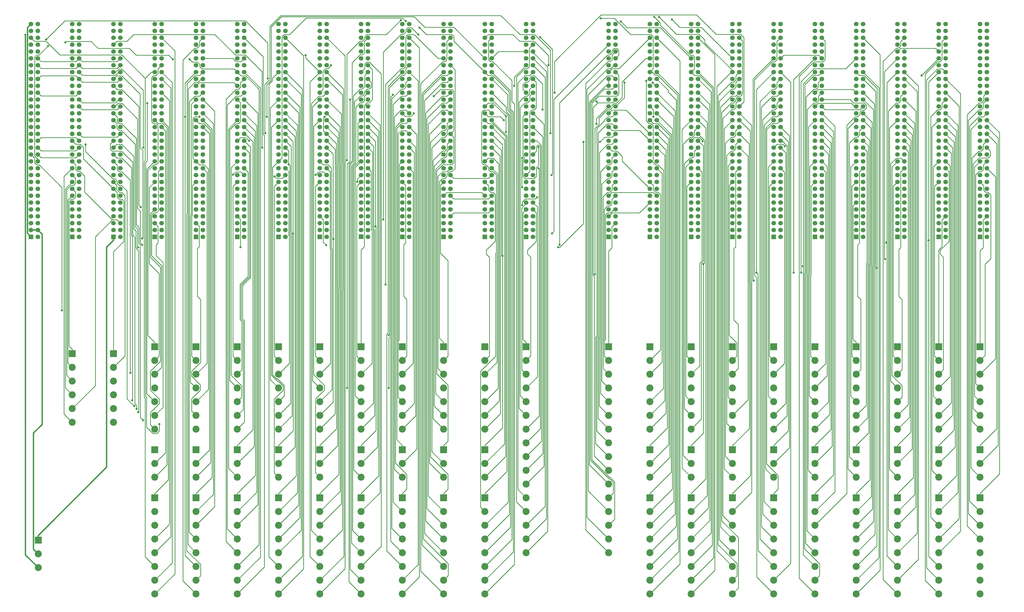
<source format=gbr>
G04 #@! TF.GenerationSoftware,KiCad,Pcbnew,(5.0.0)*
G04 #@! TF.CreationDate,2019-04-29T00:26:28+01:00*
G04 #@! TF.ProjectId,Backplane1,4261636B706C616E65312E6B69636164,rev?*
G04 #@! TF.SameCoordinates,Original*
G04 #@! TF.FileFunction,Copper,L2,Bot,Signal*
G04 #@! TF.FilePolarity,Positive*
%FSLAX46Y46*%
G04 Gerber Fmt 4.6, Leading zero omitted, Abs format (unit mm)*
G04 Created by KiCad (PCBNEW (5.0.0)) date 04/29/19 00:26:28*
%MOMM*%
%LPD*%
G01*
G04 APERTURE LIST*
G04 #@! TA.AperFunction,ComponentPad*
%ADD10R,2.600000X2.600000*%
G04 #@! TD*
G04 #@! TA.AperFunction,ComponentPad*
%ADD11C,2.600000*%
G04 #@! TD*
G04 #@! TA.AperFunction,ComponentPad*
%ADD12C,1.700000*%
G04 #@! TD*
G04 #@! TA.AperFunction,ComponentPad*
%ADD13R,1.700000X1.700000*%
G04 #@! TD*
G04 #@! TA.AperFunction,ViaPad*
%ADD14C,0.800000*%
G04 #@! TD*
G04 #@! TA.AperFunction,Conductor*
%ADD15C,0.250000*%
G04 #@! TD*
G04 #@! TA.AperFunction,Conductor*
%ADD16C,0.500000*%
G04 #@! TD*
G04 APERTURE END LIST*
D10*
G04 #@! TO.P,J146,1*
G04 #@! TO.N,CRS*
X203200000Y-175260000D03*
D11*
G04 #@! TO.P,J146,2*
G04 #@! TO.N,CRSm*
X203200000Y-180340000D03*
G04 #@! TO.P,J146,3*
G04 #@! TO.N,SFD*
X203200000Y-185420000D03*
G04 #@! TO.P,J146,4*
G04 #@! TO.N,SFDm*
X203200000Y-190500000D03*
G04 #@! TO.P,J146,5*
G04 #@! TO.N,OTA-'*
X203200000Y-195580000D03*
G04 #@! TO.P,J146,6*
G04 #@! TO.N,GTAa*
X203200000Y-200660000D03*
G04 #@! TO.P,J146,7*
G04 #@! TO.N,OTJ-*
X203200000Y-205740000D03*
G04 #@! TO.P,J146,8*
G04 #@! TO.N,GTJa*
X203200000Y-210820000D03*
G04 #@! TO.P,J146,9*
G04 #@! TO.N,OTMa*
X203200000Y-215900000D03*
G04 #@! TO.P,J146,10*
G04 #@! TO.N,WTMa*
X203200000Y-220980000D03*
G04 #@! TO.P,J146,11*
G04 #@! TO.N,GTMa*
X203200000Y-226060000D03*
G04 #@! TO.P,J146,12*
G04 #@! TO.N,GTQa*
X203200000Y-231140000D03*
G04 #@! TO.P,J146,13*
G04 #@! TO.N,RESET2-*
X203200000Y-236220000D03*
G04 #@! TO.P,J146,14*
G04 #@! TO.N,t4*
X203200000Y-241300000D03*
G04 #@! TO.P,J146,15*
G04 #@! TO.N,t3-2*
X203200000Y-246380000D03*
G04 #@! TO.P,J146,16*
G04 #@! TO.N,t1*
X203200000Y-251460000D03*
G04 #@! TD*
D10*
G04 #@! TO.P,J147,1*
G04 #@! TO.N,FTGa*
X233680000Y-175260000D03*
D11*
G04 #@! TO.P,J147,2*
G04 #@! TO.N,RTGa*
X233680000Y-180340000D03*
G04 #@! TO.P,J147,3*
G04 #@! TO.N,LTGa*
X233680000Y-185420000D03*
G04 #@! TO.P,J147,4*
G04 #@! TO.N,PTG1-a*
X233680000Y-190500000D03*
G04 #@! TO.P,J147,5*
G04 #@! TO.N,PTG2-a*
X233680000Y-195580000D03*
G04 #@! TO.P,J147,6*
G04 #@! TO.N,VTGa*
X233680000Y-200660000D03*
G04 #@! TO.P,J147,7*
G04 #@! TO.N,JTFa*
X233680000Y-205740000D03*
G04 #@! TO.P,J147,8*
G04 #@! TO.N,MTFa*
X233680000Y-210820000D03*
G04 #@! TO.P,J147,9*
G04 #@! TO.N,M-TFa*
X233680000Y-215900000D03*
G04 #@! TO.P,J147,10*
G04 #@! TO.N,MTPa*
X233680000Y-220980000D03*
G04 #@! TO.P,J147,11*
G04 #@! TO.N,JTPC*
X233680000Y-226060000D03*
G04 #@! TO.P,J147,12*
G04 #@! TO.N,JTPCa*
X233680000Y-231140000D03*
G04 #@! TO.P,J147,13*
G04 #@! TO.N,QTFa*
X233680000Y-236220000D03*
G04 #@! TO.P,J147,14*
G04 #@! TO.N,ATFa*
X233680000Y-241300000D03*
G04 #@! TO.P,J147,15*
G04 #@! TO.N,t5*
X233680000Y-246380000D03*
G04 #@! TO.P,J147,16*
G04 #@! TO.N,t2-2*
X233680000Y-251460000D03*
G04 #@! TD*
D10*
G04 #@! TO.P,J137,1*
G04 #@! TO.N,M18*
X66040000Y-175260000D03*
D11*
G04 #@! TO.P,J137,2*
G04 #@! TO.N,IP18*
X66040000Y-180340000D03*
G04 #@! TO.P,J137,3*
G04 #@! TO.N,SKT1V*
X66040000Y-185420000D03*
G04 #@! TO.P,J137,4*
G04 #@! TO.N,N/C*
X66040000Y-190500000D03*
G04 #@! TO.P,J137,5*
G04 #@! TO.N,A11*
X66040000Y-195580000D03*
G04 #@! TO.P,J137,6*
G04 #@! TO.N,C18*
X66040000Y-200660000D03*
G04 #@! TO.P,J137,7*
G04 #@! TO.N,X1*
X66040000Y-205740000D03*
G04 #@! TD*
D10*
G04 #@! TO.P,J138,1*
G04 #@! TO.N,N/C*
X81280000Y-175260000D03*
D11*
G04 #@! TO.P,J138,2*
G04 #@! TO.N,IP17*
X81280000Y-180340000D03*
G04 #@! TO.P,J138,3*
G04 #@! TO.N,SKT1U*
X81280000Y-185420000D03*
G04 #@! TO.P,J138,4*
G04 #@! TO.N,I4*
X81280000Y-190500000D03*
G04 #@! TO.P,J138,5*
G04 #@! TO.N,A10*
X81280000Y-195580000D03*
G04 #@! TO.P,J138,6*
G04 #@! TO.N,C17*
X81280000Y-200660000D03*
G04 #@! TO.P,J138,7*
G04 #@! TO.N,N/C*
X81280000Y-205740000D03*
G04 #@! TD*
D10*
G04 #@! TO.P,J139,1*
G04 #@! TO.N,N/C*
X96520000Y-175260000D03*
D11*
G04 #@! TO.P,J139,2*
G04 #@! TO.N,IP16*
X96520000Y-180340000D03*
G04 #@! TO.P,J139,3*
G04 #@! TO.N,SKT1T*
X96520000Y-185420000D03*
G04 #@! TO.P,J139,4*
G04 #@! TO.N,I3*
X96520000Y-190500000D03*
G04 #@! TO.P,J139,5*
G04 #@! TO.N,A9*
X96520000Y-195580000D03*
G04 #@! TO.P,J139,6*
G04 #@! TO.N,J16-*
X96520000Y-200660000D03*
G04 #@! TO.P,J139,7*
G04 #@! TO.N,SKT2m_*
X96520000Y-205740000D03*
G04 #@! TD*
D10*
G04 #@! TO.P,J140,1*
G04 #@! TO.N,N/C*
X111760000Y-175260000D03*
D11*
G04 #@! TO.P,J140,2*
G04 #@! TO.N,IP15*
X111760000Y-180340000D03*
G04 #@! TO.P,J140,3*
G04 #@! TO.N,SKT1S*
X111760000Y-185420000D03*
G04 #@! TO.P,J140,4*
G04 #@! TO.N,I2*
X111760000Y-190500000D03*
G04 #@! TO.P,J140,5*
G04 #@! TO.N,A8*
X111760000Y-195580000D03*
G04 #@! TO.P,J140,6*
G04 #@! TO.N,J15-*
X111760000Y-200660000D03*
G04 #@! TO.P,J140,7*
G04 #@! TO.N,SKT2k_*
X111760000Y-205740000D03*
G04 #@! TD*
D10*
G04 #@! TO.P,J141,1*
G04 #@! TO.N,N/C*
X127000000Y-175260000D03*
D11*
G04 #@! TO.P,J141,2*
G04 #@! TO.N,IP14*
X127000000Y-180340000D03*
G04 #@! TO.P,J141,3*
G04 #@! TO.N,SKT1R*
X127000000Y-185420000D03*
G04 #@! TO.P,J141,4*
G04 #@! TO.N,I1*
X127000000Y-190500000D03*
G04 #@! TO.P,J141,5*
G04 #@! TO.N,A7*
X127000000Y-195580000D03*
G04 #@! TO.P,J141,6*
G04 #@! TO.N,J14-*
X127000000Y-200660000D03*
G04 #@! TO.P,J141,7*
G04 #@! TO.N,SKT2j_*
X127000000Y-205740000D03*
G04 #@! TD*
D10*
G04 #@! TO.P,J154,1*
G04 #@! TO.N,ITF*
X340360000Y-175260000D03*
D11*
G04 #@! TO.P,J154,2*
G04 #@! TO.N,IP3*
X340360000Y-180340000D03*
G04 #@! TO.P,J154,3*
G04 #@! TO.N,SKT1D*
X340360000Y-185420000D03*
G04 #@! TO.P,J154,4*
G04 #@! TO.N,ETJ3-*
X340360000Y-190500000D03*
G04 #@! TO.P,J154,5*
G04 #@! TO.N,IP'3*
X340360000Y-195580000D03*
G04 #@! TO.P,J154,6*
G04 #@! TO.N,J3-*
X340360000Y-200660000D03*
G04 #@! TO.P,J154,7*
G04 #@! TO.N,SKT2Y*
X340360000Y-205740000D03*
G04 #@! TD*
D10*
G04 #@! TO.P,J153,1*
G04 #@! TO.N,FTG1*
X325120000Y-175260000D03*
D11*
G04 #@! TO.P,J153,2*
G04 #@! TO.N,IP4*
X325120000Y-180340000D03*
G04 #@! TO.P,J153,3*
G04 #@! TO.N,SKT1E*
X325120000Y-185420000D03*
G04 #@! TO.P,J153,4*
G04 #@! TO.N,N/C*
X325120000Y-190500000D03*
G04 #@! TO.P,J153,5*
G04 #@! TO.N,IP'4*
X325120000Y-195580000D03*
G04 #@! TO.P,J153,6*
G04 #@! TO.N,J4-*
X325120000Y-200660000D03*
G04 #@! TO.P,J153,7*
G04 #@! TO.N,SKT2Z*
X325120000Y-205740000D03*
G04 #@! TD*
D10*
G04 #@! TO.P,J155,1*
G04 #@! TO.N,F1*
X355600000Y-175260000D03*
D11*
G04 #@! TO.P,J155,2*
G04 #@! TO.N,IP2*
X355600000Y-180340000D03*
G04 #@! TO.P,J155,3*
G04 #@! TO.N,SKT1C*
X355600000Y-185420000D03*
G04 #@! TO.P,J155,4*
G04 #@! TO.N,ETJ2-*
X355600000Y-190500000D03*
G04 #@! TO.P,J155,5*
G04 #@! TO.N,IP'2*
X355600000Y-195580000D03*
G04 #@! TO.P,J155,6*
G04 #@! TO.N,J2-*
X355600000Y-200660000D03*
G04 #@! TO.P,J155,7*
G04 #@! TO.N,SKT2X*
X355600000Y-205740000D03*
G04 #@! TD*
D10*
G04 #@! TO.P,J142,1*
G04 #@! TO.N,M13*
X142240000Y-175260000D03*
D11*
G04 #@! TO.P,J142,2*
G04 #@! TO.N,IP13*
X142240000Y-180340000D03*
G04 #@! TO.P,J142,3*
G04 #@! TO.N,SKT1P*
X142240000Y-185420000D03*
G04 #@! TO.P,J142,4*
G04 #@! TO.N,P13*
X142240000Y-190500000D03*
G04 #@! TO.P,J142,5*
G04 #@! TO.N,A6*
X142240000Y-195580000D03*
G04 #@! TO.P,J142,6*
G04 #@! TO.N,J13-*
X142240000Y-200660000D03*
G04 #@! TO.P,J142,7*
G04 #@! TO.N,SKT2i*
X142240000Y-205740000D03*
G04 #@! TD*
D10*
G04 #@! TO.P,J143,1*
G04 #@! TO.N,M12*
X157480000Y-175260000D03*
D11*
G04 #@! TO.P,J143,2*
G04 #@! TO.N,IP12*
X157480000Y-180340000D03*
G04 #@! TO.P,J143,3*
G04 #@! TO.N,SKT1N*
X157480000Y-185420000D03*
G04 #@! TO.P,J143,4*
G04 #@! TO.N,P12*
X157480000Y-190500000D03*
G04 #@! TO.P,J143,5*
G04 #@! TO.N,A5*
X157480000Y-195580000D03*
G04 #@! TO.P,J143,6*
G04 #@! TO.N,J12-*
X157480000Y-200660000D03*
G04 #@! TO.P,J143,7*
G04 #@! TO.N,SKT2h_*
X157480000Y-205740000D03*
G04 #@! TD*
D10*
G04 #@! TO.P,J144,1*
G04 #@! TO.N,M11*
X172720000Y-175260000D03*
D11*
G04 #@! TO.P,J144,2*
G04 #@! TO.N,IP11*
X172720000Y-180340000D03*
G04 #@! TO.P,J144,3*
G04 #@! TO.N,SKT1M*
X172720000Y-185420000D03*
G04 #@! TO.P,J144,4*
G04 #@! TO.N,N/C*
X172720000Y-190500000D03*
G04 #@! TO.P,J144,5*
G04 #@! TO.N,A4*
X172720000Y-195580000D03*
G04 #@! TO.P,J144,6*
G04 #@! TO.N,J11-*
X172720000Y-200660000D03*
G04 #@! TO.P,J144,7*
G04 #@! TO.N,SKT2g_*
X172720000Y-205740000D03*
G04 #@! TD*
D10*
G04 #@! TO.P,J145,1*
G04 #@! TO.N,N/C*
X187960000Y-175260000D03*
D11*
G04 #@! TO.P,J145,2*
G04 #@! TO.N,IP10*
X187960000Y-180340000D03*
G04 #@! TO.P,J145,3*
G04 #@! TO.N,SKT1L*
X187960000Y-185420000D03*
G04 #@! TO.P,J145,4*
G04 #@! TO.N,N/C*
X187960000Y-190500000D03*
G04 #@! TO.P,J145,5*
G04 #@! TO.N,A3*
X187960000Y-195580000D03*
G04 #@! TO.P,J145,6*
G04 #@! TO.N,J10-*
X187960000Y-200660000D03*
G04 #@! TO.P,J145,7*
G04 #@! TO.N,SKT2f_*
X187960000Y-205740000D03*
G04 #@! TD*
D10*
G04 #@! TO.P,J148,1*
G04 #@! TO.N,N/C*
X248920000Y-175260000D03*
D11*
G04 #@! TO.P,J148,2*
G04 #@! TO.N,IP9*
X248920000Y-180340000D03*
G04 #@! TO.P,J148,3*
G04 #@! TO.N,SKT1K*
X248920000Y-185420000D03*
G04 #@! TO.P,J148,4*
G04 #@! TO.N,N/C*
X248920000Y-190500000D03*
G04 #@! TO.P,J148,5*
G04 #@! TO.N,A2*
X248920000Y-195580000D03*
G04 #@! TO.P,J148,6*
G04 #@! TO.N,J9-*
X248920000Y-200660000D03*
G04 #@! TO.P,J148,7*
G04 #@! TO.N,SKT2e_*
X248920000Y-205740000D03*
G04 #@! TD*
D10*
G04 #@! TO.P,J149,1*
G04 #@! TO.N,N/C*
X264160000Y-175260000D03*
D11*
G04 #@! TO.P,J149,2*
G04 #@! TO.N,IP8*
X264160000Y-180340000D03*
G04 #@! TO.P,J149,3*
G04 #@! TO.N,SKT1J*
X264160000Y-185420000D03*
G04 #@! TO.P,J149,4*
G04 #@! TO.N,N/C*
X264160000Y-190500000D03*
G04 #@! TO.P,J149,5*
G04 #@! TO.N,IP'8*
X264160000Y-195580000D03*
G04 #@! TO.P,J149,6*
G04 #@! TO.N,J8-*
X264160000Y-200660000D03*
G04 #@! TO.P,J149,7*
G04 #@! TO.N,SKT2d_*
X264160000Y-205740000D03*
G04 #@! TD*
D10*
G04 #@! TO.P,J150,1*
G04 #@! TO.N,N/C*
X279400000Y-175260000D03*
D11*
G04 #@! TO.P,J150,2*
G04 #@! TO.N,IP7*
X279400000Y-180340000D03*
G04 #@! TO.P,J150,3*
G04 #@! TO.N,SKT1H*
X279400000Y-185420000D03*
G04 #@! TO.P,J150,4*
G04 #@! TO.N,N/C*
X279400000Y-190500000D03*
G04 #@! TO.P,J150,5*
G04 #@! TO.N,IP'7*
X279400000Y-195580000D03*
G04 #@! TO.P,J150,6*
G04 #@! TO.N,J7-*
X279400000Y-200660000D03*
G04 #@! TO.P,J150,7*
G04 #@! TO.N,SKT2c_*
X279400000Y-205740000D03*
G04 #@! TD*
D10*
G04 #@! TO.P,J151,1*
G04 #@! TO.N,N/C*
X294640000Y-175260000D03*
D11*
G04 #@! TO.P,J151,2*
G04 #@! TO.N,IP6*
X294640000Y-180340000D03*
G04 #@! TO.P,J151,3*
G04 #@! TO.N,SKT1G*
X294640000Y-185420000D03*
G04 #@! TO.P,J151,4*
G04 #@! TO.N,N/C*
X294640000Y-190500000D03*
G04 #@! TO.P,J151,5*
G04 #@! TO.N,IP'6*
X294640000Y-195580000D03*
G04 #@! TO.P,J151,6*
G04 #@! TO.N,J6-*
X294640000Y-200660000D03*
G04 #@! TO.P,J151,7*
G04 #@! TO.N,SKT2b_*
X294640000Y-205740000D03*
G04 #@! TD*
D10*
G04 #@! TO.P,J152,1*
G04 #@! TO.N,N/C*
X309880000Y-175260000D03*
D11*
G04 #@! TO.P,J152,2*
G04 #@! TO.N,IP5*
X309880000Y-180340000D03*
G04 #@! TO.P,J152,3*
G04 #@! TO.N,SKT1F*
X309880000Y-185420000D03*
G04 #@! TO.P,J152,4*
G04 #@! TO.N,KTJ5-*
X309880000Y-190500000D03*
G04 #@! TO.P,J152,5*
G04 #@! TO.N,IP'5*
X309880000Y-195580000D03*
G04 #@! TO.P,J152,6*
G04 #@! TO.N,J5-*
X309880000Y-200660000D03*
G04 #@! TO.P,J152,7*
G04 #@! TO.N,SKT2a*
X309880000Y-205740000D03*
G04 #@! TD*
D10*
G04 #@! TO.P,J156,1*
G04 #@! TO.N,X0*
X370840000Y-175260000D03*
D11*
G04 #@! TO.P,J156,2*
G04 #@! TO.N,IP1*
X370840000Y-180340000D03*
G04 #@! TO.P,J156,3*
G04 #@! TO.N,SKT1B*
X370840000Y-185420000D03*
G04 #@! TO.P,J156,4*
G04 #@! TO.N,KTJ1-*
X370840000Y-190500000D03*
G04 #@! TO.P,J156,5*
G04 #@! TO.N,IP'1*
X370840000Y-195580000D03*
G04 #@! TO.P,J156,6*
G04 #@! TO.N,J1-*
X370840000Y-200660000D03*
G04 #@! TO.P,J156,7*
G04 #@! TO.N,SKT2W*
X370840000Y-205740000D03*
G04 #@! TD*
D10*
G04 #@! TO.P,J237,1*
G04 #@! TO.N,N/C*
X66040000Y-213360000D03*
D11*
G04 #@! TO.P,J237,2*
G04 #@! TO.N,SKT2V*
X66040000Y-218440000D03*
G04 #@! TO.P,J237,3*
G04 #@! TO.N,W18*
X66040000Y-223520000D03*
G04 #@! TD*
D10*
G04 #@! TO.P,J238,1*
G04 #@! TO.N,N/C*
X81280000Y-213360000D03*
D11*
G04 #@! TO.P,J238,2*
G04 #@! TO.N,SKT2U*
X81280000Y-218440000D03*
G04 #@! TO.P,J238,3*
G04 #@! TO.N,W17*
X81280000Y-223520000D03*
G04 #@! TD*
D10*
G04 #@! TO.P,J239,1*
G04 #@! TO.N,J16*
X96520000Y-213360000D03*
D11*
G04 #@! TO.P,J239,2*
G04 #@! TO.N,SKT2T*
X96520000Y-218440000D03*
G04 #@! TO.P,J239,3*
G04 #@! TO.N,W16*
X96520000Y-223520000D03*
G04 #@! TD*
D10*
G04 #@! TO.P,J240,1*
G04 #@! TO.N,J15*
X111760000Y-213360000D03*
D11*
G04 #@! TO.P,J240,2*
G04 #@! TO.N,SKT2S*
X111760000Y-218440000D03*
G04 #@! TO.P,J240,3*
G04 #@! TO.N,W15*
X111760000Y-223520000D03*
G04 #@! TD*
D10*
G04 #@! TO.P,J241,1*
G04 #@! TO.N,J14*
X127000000Y-213360000D03*
D11*
G04 #@! TO.P,J241,2*
G04 #@! TO.N,SKT2R*
X127000000Y-218440000D03*
G04 #@! TO.P,J241,3*
G04 #@! TO.N,W14*
X127000000Y-223520000D03*
G04 #@! TD*
D10*
G04 #@! TO.P,J242,1*
G04 #@! TO.N,J13*
X142240000Y-213360000D03*
D11*
G04 #@! TO.P,J242,2*
G04 #@! TO.N,SKT2P*
X142240000Y-218440000D03*
G04 #@! TO.P,J242,3*
G04 #@! TO.N,SKT11P*
X142240000Y-223520000D03*
G04 #@! TD*
D10*
G04 #@! TO.P,J243,1*
G04 #@! TO.N,J12*
X157480000Y-213360000D03*
D11*
G04 #@! TO.P,J243,2*
G04 #@! TO.N,SKT2N*
X157480000Y-218440000D03*
G04 #@! TO.P,J243,3*
G04 #@! TO.N,SKT11N*
X157480000Y-223520000D03*
G04 #@! TD*
D10*
G04 #@! TO.P,J244,1*
G04 #@! TO.N,J11*
X172720000Y-213360000D03*
D11*
G04 #@! TO.P,J244,2*
G04 #@! TO.N,SKT2M*
X172720000Y-218440000D03*
G04 #@! TO.P,J244,3*
G04 #@! TO.N,SKT11M*
X172720000Y-223520000D03*
G04 #@! TD*
D10*
G04 #@! TO.P,J245,1*
G04 #@! TO.N,J10*
X187960000Y-213360000D03*
D11*
G04 #@! TO.P,J245,2*
G04 #@! TO.N,SKT2L*
X187960000Y-218440000D03*
G04 #@! TO.P,J245,3*
G04 #@! TO.N,SKT11L*
X187960000Y-223520000D03*
G04 #@! TD*
D10*
G04 #@! TO.P,J248,1*
G04 #@! TO.N,J9*
X248920000Y-213360000D03*
D11*
G04 #@! TO.P,J248,2*
G04 #@! TO.N,SKT2K*
X248920000Y-218440000D03*
G04 #@! TO.P,J248,3*
G04 #@! TO.N,SKT11K*
X248920000Y-223520000D03*
G04 #@! TD*
D10*
G04 #@! TO.P,J249,1*
G04 #@! TO.N,J8*
X264160000Y-213360000D03*
D11*
G04 #@! TO.P,J249,2*
G04 #@! TO.N,SKT2J*
X264160000Y-218440000D03*
G04 #@! TO.P,J249,3*
G04 #@! TO.N,SKT11J*
X264160000Y-223520000D03*
G04 #@! TD*
D10*
G04 #@! TO.P,J250,1*
G04 #@! TO.N,J7*
X279400000Y-213360000D03*
D11*
G04 #@! TO.P,J250,2*
G04 #@! TO.N,SKT2H*
X279400000Y-218440000D03*
G04 #@! TO.P,J250,3*
G04 #@! TO.N,SKT11H*
X279400000Y-223520000D03*
G04 #@! TD*
D10*
G04 #@! TO.P,J251,1*
G04 #@! TO.N,J6*
X294640000Y-213360000D03*
D11*
G04 #@! TO.P,J251,2*
G04 #@! TO.N,SKT2G*
X294640000Y-218440000D03*
G04 #@! TO.P,J251,3*
G04 #@! TO.N,SKT11G*
X294640000Y-223520000D03*
G04 #@! TD*
D10*
G04 #@! TO.P,J252,1*
G04 #@! TO.N,J5*
X309880000Y-213360000D03*
D11*
G04 #@! TO.P,J252,2*
G04 #@! TO.N,SKT2F*
X309880000Y-218440000D03*
G04 #@! TO.P,J252,3*
G04 #@! TO.N,SKT11F*
X309880000Y-223520000D03*
G04 #@! TD*
D10*
G04 #@! TO.P,J253,1*
G04 #@! TO.N,J4*
X325120000Y-213360000D03*
D11*
G04 #@! TO.P,J253,2*
G04 #@! TO.N,SKT2E*
X325120000Y-218440000D03*
G04 #@! TO.P,J253,3*
G04 #@! TO.N,W4*
X325120000Y-223520000D03*
G04 #@! TD*
D10*
G04 #@! TO.P,J254,1*
G04 #@! TO.N,J3*
X340360000Y-213360000D03*
D11*
G04 #@! TO.P,J254,2*
G04 #@! TO.N,SKT2D*
X340360000Y-218440000D03*
G04 #@! TO.P,J254,3*
G04 #@! TO.N,W3*
X340360000Y-223520000D03*
G04 #@! TD*
D10*
G04 #@! TO.P,J255,1*
G04 #@! TO.N,J2*
X355600000Y-213360000D03*
D11*
G04 #@! TO.P,J255,2*
G04 #@! TO.N,SKT2C*
X355600000Y-218440000D03*
G04 #@! TO.P,J255,3*
G04 #@! TO.N,W2*
X355600000Y-223520000D03*
G04 #@! TD*
D10*
G04 #@! TO.P,J1,1*
G04 #@! TO.N,GND*
X22987000Y-246824000D03*
D11*
G04 #@! TO.P,J1,2*
G04 #@! TO.N,6v*
X22987000Y-251904000D03*
G04 #@! TO.P,J1,3*
G04 #@! TO.N,Neg6v*
X22987000Y-256984000D03*
G04 #@! TD*
D10*
G04 #@! TO.P,J256,1*
G04 #@! TO.N,J1*
X370840000Y-213360000D03*
D11*
G04 #@! TO.P,J256,2*
G04 #@! TO.N,SKT2B*
X370840000Y-218440000D03*
G04 #@! TO.P,J256,3*
G04 #@! TO.N,SKT11B*
X370840000Y-223520000D03*
G04 #@! TD*
D10*
G04 #@! TO.P,J351,1*
G04 #@! TO.N,M6-*
X294640000Y-231140000D03*
D11*
G04 #@! TO.P,J351,2*
G04 #@! TO.N,P6-*
X294640000Y-236220000D03*
G04 #@! TO.P,J351,3*
G04 #@! TO.N,SKT2t_*
X294640000Y-241300000D03*
G04 #@! TO.P,J351,4*
G04 #@! TO.N,SKT1b_*
X294640000Y-246380000D03*
G04 #@! TO.P,J351,5*
G04 #@! TO.N,A6-*
X294640000Y-251460000D03*
G04 #@! TO.P,J351,6*
G04 #@! TO.N,II6*
X294640000Y-256540000D03*
G04 #@! TO.P,J351,7*
G04 #@! TO.N,SKT1v_*
X294640000Y-261620000D03*
G04 #@! TO.P,J351,8*
G04 #@! TO.N,STORE6-*
X294640000Y-266700000D03*
G04 #@! TD*
D10*
G04 #@! TO.P,J348,1*
G04 #@! TO.N,M9-*
X248920000Y-231140000D03*
D11*
G04 #@! TO.P,J348,2*
G04 #@! TO.N,P9-*
X248920000Y-236220000D03*
G04 #@! TO.P,J348,3*
G04 #@! TO.N,SKT2w_*
X248920000Y-241300000D03*
G04 #@! TO.P,J348,4*
G04 #@! TO.N,SKT1e_*
X248920000Y-246380000D03*
G04 #@! TO.P,J348,5*
G04 #@! TO.N,A9-*
X248920000Y-251460000D03*
G04 #@! TO.P,J348,6*
G04 #@! TO.N,II9*
X248920000Y-256540000D03*
G04 #@! TO.P,J348,7*
G04 #@! TO.N,SKT1y_*
X248920000Y-261620000D03*
G04 #@! TO.P,J348,8*
G04 #@! TO.N,STORE9-*
X248920000Y-266700000D03*
G04 #@! TD*
D10*
G04 #@! TO.P,J353,1*
G04 #@! TO.N,M4-*
X325120000Y-231140000D03*
D11*
G04 #@! TO.P,J353,2*
G04 #@! TO.N,P4-*
X325120000Y-236220000D03*
G04 #@! TO.P,J353,3*
G04 #@! TO.N,SKT2r_*
X325120000Y-241300000D03*
G04 #@! TO.P,J353,4*
G04 #@! TO.N,SKT1Z*
X325120000Y-246380000D03*
G04 #@! TO.P,J353,5*
G04 #@! TO.N,A4-*
X325120000Y-251460000D03*
G04 #@! TO.P,J353,6*
G04 #@! TO.N,II4*
X325120000Y-256540000D03*
G04 #@! TO.P,J353,7*
G04 #@! TO.N,SKT1t_*
X325120000Y-261620000D03*
G04 #@! TO.P,J353,8*
G04 #@! TO.N,STORE4-*
X325120000Y-266700000D03*
G04 #@! TD*
G04 #@! TO.P,J355,8*
G04 #@! TO.N,STORE2-*
X355600000Y-266700000D03*
G04 #@! TO.P,J355,7*
G04 #@! TO.N,SKT1r_*
X355600000Y-261620000D03*
G04 #@! TO.P,J355,6*
G04 #@! TO.N,II2*
X355600000Y-256540000D03*
G04 #@! TO.P,J355,5*
G04 #@! TO.N,A2-*
X355600000Y-251460000D03*
G04 #@! TO.P,J355,4*
G04 #@! TO.N,SKT1X*
X355600000Y-246380000D03*
G04 #@! TO.P,J355,3*
G04 #@! TO.N,SKT2p_*
X355600000Y-241300000D03*
G04 #@! TO.P,J355,2*
G04 #@! TO.N,P2-*
X355600000Y-236220000D03*
D10*
G04 #@! TO.P,J355,1*
G04 #@! TO.N,M2-*
X355600000Y-231140000D03*
G04 #@! TD*
D11*
G04 #@! TO.P,J356,8*
G04 #@! TO.N,STORE1-*
X370840000Y-266700000D03*
G04 #@! TO.P,J356,7*
G04 #@! TO.N,SKT1q*
X370840000Y-261620000D03*
G04 #@! TO.P,J356,6*
G04 #@! TO.N,II1*
X370840000Y-256540000D03*
G04 #@! TO.P,J356,5*
G04 #@! TO.N,A1-*
X370840000Y-251460000D03*
G04 #@! TO.P,J356,4*
G04 #@! TO.N,SKT1W*
X370840000Y-246380000D03*
G04 #@! TO.P,J356,3*
G04 #@! TO.N,SKT2n_*
X370840000Y-241300000D03*
G04 #@! TO.P,J356,2*
G04 #@! TO.N,P1-*
X370840000Y-236220000D03*
D10*
G04 #@! TO.P,J356,1*
G04 #@! TO.N,M1-*
X370840000Y-231140000D03*
G04 #@! TD*
D11*
G04 #@! TO.P,J337,8*
G04 #@! TO.N,STORE18-*
X66040000Y-266700000D03*
G04 #@! TO.P,J337,7*
G04 #@! TO.N,SKT1HH*
X66040000Y-261620000D03*
G04 #@! TO.P,J337,6*
G04 #@! TO.N,II18*
X66040000Y-256540000D03*
G04 #@! TO.P,J337,5*
G04 #@! TO.N,A18-*
X66040000Y-251460000D03*
G04 #@! TO.P,J337,4*
G04 #@! TO.N,SKT1p_*
X66040000Y-246380000D03*
G04 #@! TO.P,J337,3*
G04 #@! TO.N,N/C*
X66040000Y-241300000D03*
G04 #@! TO.P,J337,2*
X66040000Y-236220000D03*
D10*
G04 #@! TO.P,J337,1*
G04 #@! TO.N,M18-*
X66040000Y-231140000D03*
G04 #@! TD*
D11*
G04 #@! TO.P,J338,8*
G04 #@! TO.N,STORE17-*
X81280000Y-266700000D03*
G04 #@! TO.P,J338,7*
G04 #@! TO.N,SKT1GG*
X81280000Y-261620000D03*
G04 #@! TO.P,J338,6*
G04 #@! TO.N,II17*
X81280000Y-256540000D03*
G04 #@! TO.P,J338,5*
G04 #@! TO.N,A17-*
X81280000Y-251460000D03*
G04 #@! TO.P,J338,4*
G04 #@! TO.N,SKT1n_*
X81280000Y-246380000D03*
G04 #@! TO.P,J338,3*
G04 #@! TO.N,SKT3u*
X81280000Y-241300000D03*
G04 #@! TO.P,J338,2*
G04 #@! TO.N,I4-*
X81280000Y-236220000D03*
D10*
G04 #@! TO.P,J338,1*
G04 #@! TO.N,M17-*
X81280000Y-231140000D03*
G04 #@! TD*
D11*
G04 #@! TO.P,J339,8*
G04 #@! TO.N,STORE16-*
X96520000Y-266700000D03*
G04 #@! TO.P,J339,7*
G04 #@! TO.N,SKT1FF*
X96520000Y-261620000D03*
G04 #@! TO.P,J339,6*
G04 #@! TO.N,II16*
X96520000Y-256540000D03*
G04 #@! TO.P,J339,5*
G04 #@! TO.N,A16-*
X96520000Y-251460000D03*
G04 #@! TO.P,J339,4*
G04 #@! TO.N,SKT1m_*
X96520000Y-246380000D03*
G04 #@! TO.P,J339,3*
G04 #@! TO.N,SKT3t*
X96520000Y-241300000D03*
G04 #@! TO.P,J339,2*
G04 #@! TO.N,I3-*
X96520000Y-236220000D03*
D10*
G04 #@! TO.P,J339,1*
G04 #@! TO.N,M16-*
X96520000Y-231140000D03*
G04 #@! TD*
D11*
G04 #@! TO.P,J340,8*
G04 #@! TO.N,STORE15-*
X111760000Y-266700000D03*
G04 #@! TO.P,J340,7*
G04 #@! TO.N,SKT1EE*
X111760000Y-261620000D03*
G04 #@! TO.P,J340,6*
G04 #@! TO.N,II15*
X111760000Y-256540000D03*
G04 #@! TO.P,J340,5*
G04 #@! TO.N,A15-*
X111760000Y-251460000D03*
G04 #@! TO.P,J340,4*
G04 #@! TO.N,SKT1k_*
X111760000Y-246380000D03*
G04 #@! TO.P,J340,3*
G04 #@! TO.N,SKT3s*
X111760000Y-241300000D03*
G04 #@! TO.P,J340,2*
G04 #@! TO.N,I2-*
X111760000Y-236220000D03*
D10*
G04 #@! TO.P,J340,1*
G04 #@! TO.N,M15-*
X111760000Y-231140000D03*
G04 #@! TD*
D11*
G04 #@! TO.P,J341,8*
G04 #@! TO.N,STORE14-*
X127000000Y-266700000D03*
G04 #@! TO.P,J341,7*
G04 #@! TO.N,SKT1DD*
X127000000Y-261620000D03*
G04 #@! TO.P,J341,6*
G04 #@! TO.N,II14*
X127000000Y-256540000D03*
G04 #@! TO.P,J341,5*
G04 #@! TO.N,A14-*
X127000000Y-251460000D03*
G04 #@! TO.P,J341,4*
G04 #@! TO.N,SKT1j_*
X127000000Y-246380000D03*
G04 #@! TO.P,J341,3*
G04 #@! TO.N,SKT3r*
X127000000Y-241300000D03*
G04 #@! TO.P,J341,2*
G04 #@! TO.N,I1-*
X127000000Y-236220000D03*
D10*
G04 #@! TO.P,J341,1*
G04 #@! TO.N,M14-*
X127000000Y-231140000D03*
G04 #@! TD*
D11*
G04 #@! TO.P,J342,8*
G04 #@! TO.N,STORE13-*
X142240000Y-266700000D03*
G04 #@! TO.P,J342,7*
G04 #@! TO.N,SKT1CC*
X142240000Y-261620000D03*
G04 #@! TO.P,J342,6*
G04 #@! TO.N,II13*
X142240000Y-256540000D03*
G04 #@! TO.P,J342,5*
G04 #@! TO.N,A13-*
X142240000Y-251460000D03*
G04 #@! TO.P,J342,4*
G04 #@! TO.N,SKT1i*
X142240000Y-246380000D03*
G04 #@! TO.P,J342,3*
G04 #@! TO.N,N/C*
X142240000Y-241300000D03*
G04 #@! TO.P,J342,2*
G04 #@! TO.N,P13-*
X142240000Y-236220000D03*
D10*
G04 #@! TO.P,J342,1*
G04 #@! TO.N,M13-*
X142240000Y-231140000D03*
G04 #@! TD*
D11*
G04 #@! TO.P,J343,8*
G04 #@! TO.N,STORE12-*
X157480000Y-266700000D03*
G04 #@! TO.P,J343,7*
G04 #@! TO.N,SKT1BB*
X157480000Y-261620000D03*
G04 #@! TO.P,J343,6*
G04 #@! TO.N,II12*
X157480000Y-256540000D03*
G04 #@! TO.P,J343,5*
G04 #@! TO.N,A12-*
X157480000Y-251460000D03*
G04 #@! TO.P,J343,4*
G04 #@! TO.N,SKT1h_*
X157480000Y-246380000D03*
G04 #@! TO.P,J343,3*
G04 #@! TO.N,N/C*
X157480000Y-241300000D03*
G04 #@! TO.P,J343,2*
G04 #@! TO.N,P12-*
X157480000Y-236220000D03*
D10*
G04 #@! TO.P,J343,1*
G04 #@! TO.N,M12-*
X157480000Y-231140000D03*
G04 #@! TD*
D11*
G04 #@! TO.P,J344,8*
G04 #@! TO.N,STORE11-*
X172720000Y-266700000D03*
G04 #@! TO.P,J344,7*
G04 #@! TO.N,SKT1AA*
X172720000Y-261620000D03*
G04 #@! TO.P,J344,6*
G04 #@! TO.N,II11*
X172720000Y-256540000D03*
G04 #@! TO.P,J344,5*
G04 #@! TO.N,A11-*
X172720000Y-251460000D03*
G04 #@! TO.P,J344,4*
G04 #@! TO.N,SKT1g_*
X172720000Y-246380000D03*
G04 #@! TO.P,J344,3*
G04 #@! TO.N,SKT2y_*
X172720000Y-241300000D03*
G04 #@! TO.P,J344,2*
G04 #@! TO.N,P11-*
X172720000Y-236220000D03*
D10*
G04 #@! TO.P,J344,1*
G04 #@! TO.N,M11-*
X172720000Y-231140000D03*
G04 #@! TD*
D11*
G04 #@! TO.P,J345,8*
G04 #@! TO.N,STORE10-*
X187960000Y-266700000D03*
G04 #@! TO.P,J345,7*
G04 #@! TO.N,SKT1z_*
X187960000Y-261620000D03*
G04 #@! TO.P,J345,6*
G04 #@! TO.N,II10*
X187960000Y-256540000D03*
G04 #@! TO.P,J345,5*
G04 #@! TO.N,A10-*
X187960000Y-251460000D03*
G04 #@! TO.P,J345,4*
G04 #@! TO.N,SKT1f_*
X187960000Y-246380000D03*
G04 #@! TO.P,J345,3*
G04 #@! TO.N,SKT2x_*
X187960000Y-241300000D03*
G04 #@! TO.P,J345,2*
G04 #@! TO.N,P10-*
X187960000Y-236220000D03*
D10*
G04 #@! TO.P,J345,1*
G04 #@! TO.N,M10-*
X187960000Y-231140000D03*
G04 #@! TD*
D11*
G04 #@! TO.P,J349,8*
G04 #@! TO.N,STORE8-*
X264160000Y-266700000D03*
G04 #@! TO.P,J349,7*
G04 #@! TO.N,SKT1x_*
X264160000Y-261620000D03*
G04 #@! TO.P,J349,6*
G04 #@! TO.N,II8*
X264160000Y-256540000D03*
G04 #@! TO.P,J349,5*
G04 #@! TO.N,A8-*
X264160000Y-251460000D03*
G04 #@! TO.P,J349,4*
G04 #@! TO.N,SKT1d_*
X264160000Y-246380000D03*
G04 #@! TO.P,J349,3*
G04 #@! TO.N,SKT2v_*
X264160000Y-241300000D03*
G04 #@! TO.P,J349,2*
G04 #@! TO.N,P8-*
X264160000Y-236220000D03*
D10*
G04 #@! TO.P,J349,1*
G04 #@! TO.N,M8-*
X264160000Y-231140000D03*
G04 #@! TD*
D11*
G04 #@! TO.P,J350,8*
G04 #@! TO.N,STORE7-*
X279400000Y-266700000D03*
G04 #@! TO.P,J350,7*
G04 #@! TO.N,SKT1w_*
X279400000Y-261620000D03*
G04 #@! TO.P,J350,6*
G04 #@! TO.N,II7*
X279400000Y-256540000D03*
G04 #@! TO.P,J350,5*
G04 #@! TO.N,A7-*
X279400000Y-251460000D03*
G04 #@! TO.P,J350,4*
G04 #@! TO.N,SKT1c_*
X279400000Y-246380000D03*
G04 #@! TO.P,J350,3*
G04 #@! TO.N,SKT2u_*
X279400000Y-241300000D03*
G04 #@! TO.P,J350,2*
G04 #@! TO.N,P7-*
X279400000Y-236220000D03*
D10*
G04 #@! TO.P,J350,1*
G04 #@! TO.N,M7-*
X279400000Y-231140000D03*
G04 #@! TD*
D11*
G04 #@! TO.P,J352,8*
G04 #@! TO.N,STORE5-*
X309880000Y-266700000D03*
G04 #@! TO.P,J352,7*
G04 #@! TO.N,SKT1u_*
X309880000Y-261620000D03*
G04 #@! TO.P,J352,6*
G04 #@! TO.N,II5*
X309880000Y-256540000D03*
G04 #@! TO.P,J352,5*
G04 #@! TO.N,A5-*
X309880000Y-251460000D03*
G04 #@! TO.P,J352,4*
G04 #@! TO.N,SKT1a*
X309880000Y-246380000D03*
G04 #@! TO.P,J352,3*
G04 #@! TO.N,SKT2s_*
X309880000Y-241300000D03*
G04 #@! TO.P,J352,2*
G04 #@! TO.N,P5-*
X309880000Y-236220000D03*
D10*
G04 #@! TO.P,J352,1*
G04 #@! TO.N,M5-*
X309880000Y-231140000D03*
G04 #@! TD*
D11*
G04 #@! TO.P,J354,8*
G04 #@! TO.N,STORE3-*
X340360000Y-266700000D03*
G04 #@! TO.P,J354,7*
G04 #@! TO.N,SKT1s_*
X340360000Y-261620000D03*
G04 #@! TO.P,J354,6*
G04 #@! TO.N,II3*
X340360000Y-256540000D03*
G04 #@! TO.P,J354,5*
G04 #@! TO.N,A3-*
X340360000Y-251460000D03*
G04 #@! TO.P,J354,4*
G04 #@! TO.N,SKT1Y*
X340360000Y-246380000D03*
G04 #@! TO.P,J354,3*
G04 #@! TO.N,SKT2q*
X340360000Y-241300000D03*
G04 #@! TO.P,J354,2*
G04 #@! TO.N,P3-*
X340360000Y-236220000D03*
D10*
G04 #@! TO.P,J354,1*
G04 #@! TO.N,M3-*
X340360000Y-231140000D03*
G04 #@! TD*
D11*
G04 #@! TO.P,J135,6*
G04 #@! TO.N,J3'*
X35560000Y-203200000D03*
G04 #@! TO.P,J135,5*
G04 #@! TO.N,J3-'*
X35560000Y-198120000D03*
G04 #@! TO.P,J135,4*
G04 #@! TO.N,J2'*
X35560000Y-193040000D03*
G04 #@! TO.P,J135,3*
G04 #@! TO.N,J2-'*
X35560000Y-187960000D03*
G04 #@! TO.P,J135,2*
G04 #@! TO.N,J1'*
X35560000Y-182880000D03*
D10*
G04 #@! TO.P,J135,1*
G04 #@! TO.N,J1-'*
X35560000Y-177800000D03*
G04 #@! TD*
D11*
G04 #@! TO.P,J136,6*
G04 #@! TO.N,N/C*
X50800000Y-203200000D03*
G04 #@! TO.P,J136,5*
X50800000Y-198120000D03*
G04 #@! TO.P,J136,4*
X50800000Y-193040000D03*
G04 #@! TO.P,J136,3*
X50800000Y-187960000D03*
G04 #@! TO.P,J136,2*
G04 #@! TO.N,IIG-*
X50800000Y-182880000D03*
D10*
G04 #@! TO.P,J136,1*
G04 #@! TO.N,IIS*
X50800000Y-177800000D03*
G04 #@! TD*
D12*
G04 #@! TO.P,J34,AL*
G04 #@! TO.N,GND*
X22860000Y-55880000D03*
G04 #@! TO.P,J34,32*
X20320000Y-55880000D03*
G04 #@! TO.P,J34,AK*
G04 #@! TO.N,Neg6v*
X22860000Y-58420000D03*
G04 #@! TO.P,J34,31*
X20320000Y-58420000D03*
G04 #@! TO.P,J34,AJ*
G04 #@! TO.N,II18m*
X22860000Y-60960000D03*
G04 #@! TO.P,J34,30*
G04 #@! TO.N,II18*
X20320000Y-60960000D03*
G04 #@! TO.P,J34,AH*
G04 #@! TO.N,N/C*
X22860000Y-63500000D03*
G04 #@! TO.P,J34,29*
X20320000Y-63500000D03*
G04 #@! TO.P,J34,AF*
G04 #@! TO.N,II16m*
X22860000Y-66040000D03*
G04 #@! TO.P,J34,28*
G04 #@! TO.N,II16*
X20320000Y-66040000D03*
G04 #@! TO.P,J34,AE*
G04 #@! TO.N,II15m*
X22860000Y-68580000D03*
G04 #@! TO.P,J34,27*
G04 #@! TO.N,II15*
X20320000Y-68580000D03*
G04 #@! TO.P,J34,AD*
G04 #@! TO.N,II14m*
X22860000Y-71120000D03*
G04 #@! TO.P,J34,26*
G04 #@! TO.N,II14*
X20320000Y-71120000D03*
G04 #@! TO.P,J34,AC*
G04 #@! TO.N,II13m*
X22860000Y-73660000D03*
G04 #@! TO.P,J34,25*
G04 #@! TO.N,II13*
X20320000Y-73660000D03*
G04 #@! TO.P,J34,AB*
G04 #@! TO.N,II12m*
X22860000Y-76200000D03*
G04 #@! TO.P,J34,24*
G04 #@! TO.N,II12*
X20320000Y-76200000D03*
G04 #@! TO.P,J34,AA*
G04 #@! TO.N,II11m*
X22860000Y-78740000D03*
G04 #@! TO.P,J34,23*
G04 #@! TO.N,II11*
X20320000Y-78740000D03*
G04 #@! TO.P,J34,Z*
G04 #@! TO.N,II10m*
X22860000Y-81280000D03*
G04 #@! TO.P,J34,22*
G04 #@! TO.N,II10*
X20320000Y-81280000D03*
G04 #@! TO.P,J34,Y*
G04 #@! TO.N,II9m*
X22860000Y-83820000D03*
G04 #@! TO.P,J34,21*
G04 #@! TO.N,II9*
X20320000Y-83820000D03*
G04 #@! TO.P,J34,X*
G04 #@! TO.N,II8m*
X22860000Y-86360000D03*
G04 #@! TO.P,J34,20*
G04 #@! TO.N,II8*
X20320000Y-86360000D03*
G04 #@! TO.P,J34,W*
G04 #@! TO.N,II7m*
X22860000Y-88900000D03*
G04 #@! TO.P,J34,19*
G04 #@! TO.N,II7*
X20320000Y-88900000D03*
G04 #@! TO.P,J34,V*
G04 #@! TO.N,II6m*
X22860000Y-91440000D03*
G04 #@! TO.P,J34,18*
G04 #@! TO.N,II6*
X20320000Y-91440000D03*
G04 #@! TO.P,J34,U*
G04 #@! TO.N,II5m*
X22860000Y-93980000D03*
G04 #@! TO.P,J34,17*
G04 #@! TO.N,II5*
X20320000Y-93980000D03*
G04 #@! TO.P,J34,T*
G04 #@! TO.N,II4m*
X22860000Y-96520000D03*
G04 #@! TO.P,J34,16*
G04 #@! TO.N,II4*
X20320000Y-96520000D03*
G04 #@! TO.P,J34,S*
G04 #@! TO.N,II3m*
X22860000Y-99060000D03*
G04 #@! TO.P,J34,15*
G04 #@! TO.N,II3*
X20320000Y-99060000D03*
G04 #@! TO.P,J34,R*
G04 #@! TO.N,II2m*
X22860000Y-101600000D03*
G04 #@! TO.P,J34,14*
G04 #@! TO.N,II2*
X20320000Y-101600000D03*
G04 #@! TO.P,J34,P*
G04 #@! TO.N,II1m*
X22860000Y-104140000D03*
G04 #@! TO.P,J34,13*
G04 #@! TO.N,II1*
X20320000Y-104140000D03*
G04 #@! TO.P,J34,N*
G04 #@! TO.N,II17m*
X22860000Y-106680000D03*
G04 #@! TO.P,J34,12*
G04 #@! TO.N,II17*
X20320000Y-106680000D03*
G04 #@! TO.P,J34,M*
G04 #@! TO.N,N/C*
X22860000Y-109220000D03*
G04 #@! TO.P,J34,11*
X20320000Y-109220000D03*
G04 #@! TO.P,J34,L*
X22860000Y-111760000D03*
G04 #@! TO.P,J34,10*
X20320000Y-111760000D03*
G04 #@! TO.P,J34,K*
X22860000Y-114300000D03*
G04 #@! TO.P,J34,9*
X20320000Y-114300000D03*
G04 #@! TO.P,J34,J*
X22860000Y-116840000D03*
G04 #@! TO.P,J34,8*
X20320000Y-116840000D03*
G04 #@! TO.P,J34,H*
X22860000Y-119380000D03*
G04 #@! TO.P,J34,7*
X20320000Y-119380000D03*
G04 #@! TO.P,J34,F*
X22860000Y-121920000D03*
G04 #@! TO.P,J34,6*
X20320000Y-121920000D03*
G04 #@! TO.P,J34,E*
X22860000Y-124460000D03*
G04 #@! TO.P,J34,5*
X20320000Y-124460000D03*
G04 #@! TO.P,J34,D*
X22860000Y-127000000D03*
G04 #@! TO.P,J34,4*
X20320000Y-127000000D03*
G04 #@! TO.P,J34,C*
X22860000Y-129540000D03*
G04 #@! TO.P,J34,3*
X20320000Y-129540000D03*
G04 #@! TO.P,J34,B*
G04 #@! TO.N,6v*
X22860000Y-132080000D03*
G04 #@! TO.P,J34,2*
X20320000Y-132080000D03*
G04 #@! TO.P,J34,A*
G04 #@! TO.N,GND*
X22860000Y-134620000D03*
D13*
G04 #@! TO.P,J34,1*
X20320000Y-134620000D03*
G04 #@! TD*
D12*
G04 #@! TO.P,J35,AL*
G04 #@! TO.N,GND*
X38100000Y-55880000D03*
G04 #@! TO.P,J35,32*
X35560000Y-55880000D03*
G04 #@! TO.P,J35,AK*
G04 #@! TO.N,Neg6v*
X38100000Y-58420000D03*
G04 #@! TO.P,J35,31*
X35560000Y-58420000D03*
G04 #@! TO.P,J35,AJ*
G04 #@! TO.N,II18m*
X38100000Y-60960000D03*
G04 #@! TO.P,J35,30*
G04 #@! TO.N,N/C*
X35560000Y-60960000D03*
G04 #@! TO.P,J35,AH*
G04 #@! TO.N,II17m*
X38100000Y-63500000D03*
G04 #@! TO.P,J35,29*
G04 #@! TO.N,N/C*
X35560000Y-63500000D03*
G04 #@! TO.P,J35,AF*
G04 #@! TO.N,II16m*
X38100000Y-66040000D03*
G04 #@! TO.P,J35,28*
G04 #@! TO.N,N/C*
X35560000Y-66040000D03*
G04 #@! TO.P,J35,AE*
G04 #@! TO.N,II15m*
X38100000Y-68580000D03*
G04 #@! TO.P,J35,27*
G04 #@! TO.N,N/C*
X35560000Y-68580000D03*
G04 #@! TO.P,J35,AD*
G04 #@! TO.N,II14m*
X38100000Y-71120000D03*
G04 #@! TO.P,J35,26*
G04 #@! TO.N,IIG*
X35560000Y-71120000D03*
G04 #@! TO.P,J35,AC*
G04 #@! TO.N,II13m*
X38100000Y-73660000D03*
G04 #@! TO.P,J35,25*
G04 #@! TO.N,N/C*
X35560000Y-73660000D03*
G04 #@! TO.P,J35,AB*
G04 #@! TO.N,II12m*
X38100000Y-76200000D03*
G04 #@! TO.P,J35,24*
G04 #@! TO.N,N/C*
X35560000Y-76200000D03*
G04 #@! TO.P,J35,AA*
G04 #@! TO.N,II11m*
X38100000Y-78740000D03*
G04 #@! TO.P,J35,23*
G04 #@! TO.N,N/C*
X35560000Y-78740000D03*
G04 #@! TO.P,J35,Z*
G04 #@! TO.N,II10m*
X38100000Y-81280000D03*
G04 #@! TO.P,J35,22*
G04 #@! TO.N,N/C*
X35560000Y-81280000D03*
G04 #@! TO.P,J35,Y*
G04 #@! TO.N,II9m*
X38100000Y-83820000D03*
G04 #@! TO.P,J35,21*
G04 #@! TO.N,N/C*
X35560000Y-83820000D03*
G04 #@! TO.P,J35,X*
G04 #@! TO.N,II8m*
X38100000Y-86360000D03*
G04 #@! TO.P,J35,20*
G04 #@! TO.N,N/C*
X35560000Y-86360000D03*
G04 #@! TO.P,J35,W*
G04 #@! TO.N,II7m*
X38100000Y-88900000D03*
G04 #@! TO.P,J35,19*
G04 #@! TO.N,N/C*
X35560000Y-88900000D03*
G04 #@! TO.P,J35,V*
G04 #@! TO.N,II6m*
X38100000Y-91440000D03*
G04 #@! TO.P,J35,18*
G04 #@! TO.N,N/C*
X35560000Y-91440000D03*
G04 #@! TO.P,J35,U*
G04 #@! TO.N,II5m*
X38100000Y-93980000D03*
G04 #@! TO.P,J35,17*
G04 #@! TO.N,N/C*
X35560000Y-93980000D03*
G04 #@! TO.P,J35,T*
G04 #@! TO.N,II4m*
X38100000Y-96520000D03*
G04 #@! TO.P,J35,16*
G04 #@! TO.N,N/C*
X35560000Y-96520000D03*
G04 #@! TO.P,J35,S*
G04 #@! TO.N,II3m*
X38100000Y-99060000D03*
G04 #@! TO.P,J35,15*
G04 #@! TO.N,IIS*
X35560000Y-99060000D03*
G04 #@! TO.P,J35,R*
G04 #@! TO.N,II2m*
X38100000Y-101600000D03*
G04 #@! TO.P,J35,14*
G04 #@! TO.N,J4*
X35560000Y-101600000D03*
G04 #@! TO.P,J35,P*
G04 #@! TO.N,II1m*
X38100000Y-104140000D03*
G04 #@! TO.P,J35,13*
G04 #@! TO.N,J4-*
X35560000Y-104140000D03*
G04 #@! TO.P,J35,N*
G04 #@! TO.N,N/C*
X38100000Y-106680000D03*
G04 #@! TO.P,J35,12*
G04 #@! TO.N,J3-'*
X35560000Y-106680000D03*
G04 #@! TO.P,J35,M*
G04 #@! TO.N,N/C*
X38100000Y-109220000D03*
G04 #@! TO.P,J35,11*
G04 #@! TO.N,J3'*
X35560000Y-109220000D03*
G04 #@! TO.P,J35,L*
G04 #@! TO.N,N/C*
X38100000Y-111760000D03*
G04 #@! TO.P,J35,10*
G04 #@! TO.N,J2-'*
X35560000Y-111760000D03*
G04 #@! TO.P,J35,K*
G04 #@! TO.N,N/C*
X38100000Y-114300000D03*
G04 #@! TO.P,J35,9*
G04 #@! TO.N,J2'*
X35560000Y-114300000D03*
G04 #@! TO.P,J35,J*
G04 #@! TO.N,N/C*
X38100000Y-116840000D03*
G04 #@! TO.P,J35,8*
G04 #@! TO.N,J1-'*
X35560000Y-116840000D03*
G04 #@! TO.P,J35,H*
G04 #@! TO.N,N/C*
X38100000Y-119380000D03*
G04 #@! TO.P,J35,7*
G04 #@! TO.N,J1'*
X35560000Y-119380000D03*
G04 #@! TO.P,J35,F*
G04 #@! TO.N,N/C*
X38100000Y-121920000D03*
G04 #@! TO.P,J35,6*
X35560000Y-121920000D03*
G04 #@! TO.P,J35,E*
X38100000Y-124460000D03*
G04 #@! TO.P,J35,5*
X35560000Y-124460000D03*
G04 #@! TO.P,J35,D*
X38100000Y-127000000D03*
G04 #@! TO.P,J35,4*
X35560000Y-127000000D03*
G04 #@! TO.P,J35,C*
X38100000Y-129540000D03*
G04 #@! TO.P,J35,3*
X35560000Y-129540000D03*
G04 #@! TO.P,J35,B*
G04 #@! TO.N,6v*
X38100000Y-132080000D03*
G04 #@! TO.P,J35,2*
X35560000Y-132080000D03*
G04 #@! TO.P,J35,A*
G04 #@! TO.N,GND*
X38100000Y-134620000D03*
D13*
G04 #@! TO.P,J35,1*
X35560000Y-134620000D03*
G04 #@! TD*
D12*
G04 #@! TO.P,J36,AL*
G04 #@! TO.N,GND*
X53340000Y-55880000D03*
G04 #@! TO.P,J36,32*
X50800000Y-55880000D03*
G04 #@! TO.P,J36,AK*
G04 #@! TO.N,Neg6v*
X53340000Y-58420000D03*
G04 #@! TO.P,J36,31*
X50800000Y-58420000D03*
G04 #@! TO.P,J36,AJ*
G04 #@! TO.N,II18m*
X53340000Y-60960000D03*
G04 #@! TO.P,J36,30*
G04 #@! TO.N,N/C*
X50800000Y-60960000D03*
G04 #@! TO.P,J36,AH*
G04 #@! TO.N,II17m*
X53340000Y-63500000D03*
G04 #@! TO.P,J36,29*
G04 #@! TO.N,J16-*
X50800000Y-63500000D03*
G04 #@! TO.P,J36,AF*
G04 #@! TO.N,II16m*
X53340000Y-66040000D03*
G04 #@! TO.P,J36,28*
G04 #@! TO.N,N/C*
X50800000Y-66040000D03*
G04 #@! TO.P,J36,AE*
G04 #@! TO.N,II15m*
X53340000Y-68580000D03*
G04 #@! TO.P,J36,27*
G04 #@! TO.N,N/C*
X50800000Y-68580000D03*
G04 #@! TO.P,J36,AD*
G04 #@! TO.N,II14m*
X53340000Y-71120000D03*
G04 #@! TO.P,J36,26*
G04 #@! TO.N,IIG*
X50800000Y-71120000D03*
G04 #@! TO.P,J36,AC*
G04 #@! TO.N,II13m*
X53340000Y-73660000D03*
G04 #@! TO.P,J36,25*
G04 #@! TO.N,J15-*
X50800000Y-73660000D03*
G04 #@! TO.P,J36,AB*
G04 #@! TO.N,II12m*
X53340000Y-76200000D03*
G04 #@! TO.P,J36,24*
G04 #@! TO.N,J14-*
X50800000Y-76200000D03*
G04 #@! TO.P,J36,AA*
G04 #@! TO.N,II11m*
X53340000Y-78740000D03*
G04 #@! TO.P,J36,23*
G04 #@! TO.N,J13*
X50800000Y-78740000D03*
G04 #@! TO.P,J36,Z*
G04 #@! TO.N,II10m*
X53340000Y-81280000D03*
G04 #@! TO.P,J36,22*
G04 #@! TO.N,J12*
X50800000Y-81280000D03*
G04 #@! TO.P,J36,Y*
G04 #@! TO.N,II9m*
X53340000Y-83820000D03*
G04 #@! TO.P,J36,21*
G04 #@! TO.N,J11*
X50800000Y-83820000D03*
G04 #@! TO.P,J36,X*
G04 #@! TO.N,II8m*
X53340000Y-86360000D03*
G04 #@! TO.P,J36,20*
G04 #@! TO.N,J10*
X50800000Y-86360000D03*
G04 #@! TO.P,J36,W*
G04 #@! TO.N,II7m*
X53340000Y-88900000D03*
G04 #@! TO.P,J36,19*
G04 #@! TO.N,J9*
X50800000Y-88900000D03*
G04 #@! TO.P,J36,V*
G04 #@! TO.N,II6m*
X53340000Y-91440000D03*
G04 #@! TO.P,J36,18*
G04 #@! TO.N,J8*
X50800000Y-91440000D03*
G04 #@! TO.P,J36,U*
G04 #@! TO.N,II5m*
X53340000Y-93980000D03*
G04 #@! TO.P,J36,17*
G04 #@! TO.N,N/C*
X50800000Y-93980000D03*
G04 #@! TO.P,J36,T*
G04 #@! TO.N,II4m*
X53340000Y-96520000D03*
G04 #@! TO.P,J36,16*
G04 #@! TO.N,N/C*
X50800000Y-96520000D03*
G04 #@! TO.P,J36,S*
G04 #@! TO.N,II3m*
X53340000Y-99060000D03*
G04 #@! TO.P,J36,15*
G04 #@! TO.N,J7*
X50800000Y-99060000D03*
G04 #@! TO.P,J36,R*
G04 #@! TO.N,II2m*
X53340000Y-101600000D03*
G04 #@! TO.P,J36,14*
G04 #@! TO.N,J6*
X50800000Y-101600000D03*
G04 #@! TO.P,J36,P*
G04 #@! TO.N,II1m*
X53340000Y-104140000D03*
G04 #@! TO.P,J36,13*
G04 #@! TO.N,J5*
X50800000Y-104140000D03*
G04 #@! TO.P,J36,N*
G04 #@! TO.N,N/C*
X53340000Y-106680000D03*
G04 #@! TO.P,J36,12*
G04 #@! TO.N,J4-*
X50800000Y-106680000D03*
G04 #@! TO.P,J36,M*
G04 #@! TO.N,N/C*
X53340000Y-109220000D03*
G04 #@! TO.P,J36,11*
G04 #@! TO.N,J3'*
X50800000Y-109220000D03*
G04 #@! TO.P,J36,L*
G04 #@! TO.N,N/C*
X53340000Y-111760000D03*
G04 #@! TO.P,J36,10*
G04 #@! TO.N,J2-'*
X50800000Y-111760000D03*
G04 #@! TO.P,J36,K*
G04 #@! TO.N,N/C*
X53340000Y-114300000D03*
G04 #@! TO.P,J36,9*
G04 #@! TO.N,IIG-*
X50800000Y-114300000D03*
G04 #@! TO.P,J36,J*
G04 #@! TO.N,N/C*
X53340000Y-116840000D03*
G04 #@! TO.P,J36,8*
G04 #@! TO.N,IIS*
X50800000Y-116840000D03*
G04 #@! TO.P,J36,H*
G04 #@! TO.N,N/C*
X53340000Y-119380000D03*
G04 #@! TO.P,J36,7*
G04 #@! TO.N,J1'*
X50800000Y-119380000D03*
G04 #@! TO.P,J36,F*
G04 #@! TO.N,N/C*
X53340000Y-121920000D03*
G04 #@! TO.P,J36,6*
X50800000Y-121920000D03*
G04 #@! TO.P,J36,E*
X53340000Y-124460000D03*
G04 #@! TO.P,J36,5*
X50800000Y-124460000D03*
G04 #@! TO.P,J36,D*
X53340000Y-127000000D03*
G04 #@! TO.P,J36,4*
X50800000Y-127000000D03*
G04 #@! TO.P,J36,C*
G04 #@! TO.N,J3-'*
X53340000Y-129540000D03*
G04 #@! TO.P,J36,3*
G04 #@! TO.N,N/C*
X50800000Y-129540000D03*
G04 #@! TO.P,J36,B*
G04 #@! TO.N,6v*
X53340000Y-132080000D03*
G04 #@! TO.P,J36,2*
X50800000Y-132080000D03*
G04 #@! TO.P,J36,A*
G04 #@! TO.N,GND*
X53340000Y-134620000D03*
D13*
G04 #@! TO.P,J36,1*
X50800000Y-134620000D03*
G04 #@! TD*
D12*
G04 #@! TO.P,J46,AL*
G04 #@! TO.N,GND*
X205740000Y-55880000D03*
G04 #@! TO.P,J46,32*
X203200000Y-55880000D03*
G04 #@! TO.P,J46,AK*
G04 #@! TO.N,Neg6v*
X205740000Y-58420000D03*
G04 #@! TO.P,J46,31*
X203200000Y-58420000D03*
G04 #@! TO.P,J46,AJ*
G04 #@! TO.N,N/C*
X205740000Y-60960000D03*
G04 #@! TO.P,J46,30*
X203200000Y-60960000D03*
G04 #@! TO.P,J46,AH*
G04 #@! TO.N,RESET2-*
X205740000Y-63500000D03*
G04 #@! TO.P,J46,29*
G04 #@! TO.N,OTG1-*
X203200000Y-63500000D03*
G04 #@! TO.P,J46,AF*
G04 #@! TO.N,t1*
X205740000Y-66040000D03*
G04 #@! TO.P,J46,28*
G04 #@! TO.N,GTQ2*
X203200000Y-66040000D03*
G04 #@! TO.P,J46,AE*
G04 #@! TO.N,t3-2*
X205740000Y-68580000D03*
G04 #@! TO.P,J46,27*
G04 #@! TO.N,GTQ1*
X203200000Y-68580000D03*
G04 #@! TO.P,J46,AD*
G04 #@! TO.N,t4*
X205740000Y-71120000D03*
G04 #@! TO.P,J46,26*
G04 #@! TO.N,OTA2-*
X203200000Y-71120000D03*
G04 #@! TO.P,J46,AC*
G04 #@! TO.N,GTQa*
X205740000Y-73660000D03*
G04 #@! TO.P,J46,25*
G04 #@! TO.N,OTA1-*
X203200000Y-73660000D03*
G04 #@! TO.P,J46,AB*
G04 #@! TO.N,OTG2-*
X205740000Y-76200000D03*
G04 #@! TO.P,J46,24*
G04 #@! TO.N,GTA2*
X203200000Y-76200000D03*
G04 #@! TO.P,J46,AA*
G04 #@! TO.N,GTAa*
X205740000Y-78740000D03*
G04 #@! TO.P,J46,23*
G04 #@! TO.N,GTA1*
X203200000Y-78740000D03*
G04 #@! TO.P,J46,Z*
G04 #@! TO.N,OTA-'*
X205740000Y-81280000D03*
G04 #@! TO.P,J46,22*
G04 #@! TO.N,OTP2-*
X203200000Y-81280000D03*
G04 #@! TO.P,J46,Y*
G04 #@! TO.N,MTPa*
X205740000Y-83820000D03*
G04 #@! TO.P,J46,21*
G04 #@! TO.N,OTP1-*
X203200000Y-83820000D03*
G04 #@! TO.P,J46,X*
G04 #@! TO.N,N/C*
X205740000Y-86360000D03*
G04 #@! TO.P,J46,20*
G04 #@! TO.N,GTM2*
X203200000Y-86360000D03*
G04 #@! TO.P,J46,W*
G04 #@! TO.N,GTMa*
X205740000Y-88900000D03*
G04 #@! TO.P,J46,19*
G04 #@! TO.N,GTM1*
X203200000Y-88900000D03*
G04 #@! TO.P,J46,V*
G04 #@! TO.N,N/C*
X205740000Y-91440000D03*
G04 #@! TO.P,J46,18*
G04 #@! TO.N,WTM2*
X203200000Y-91440000D03*
G04 #@! TO.P,J46,U*
G04 #@! TO.N,WTMa*
X205740000Y-93980000D03*
G04 #@! TO.P,J46,17*
G04 #@! TO.N,WTM1*
X203200000Y-93980000D03*
G04 #@! TO.P,J46,T*
G04 #@! TO.N,N/C*
X205740000Y-96520000D03*
G04 #@! TO.P,J46,16*
G04 #@! TO.N,0TM2-*
X203200000Y-96520000D03*
G04 #@! TO.P,J46,S*
G04 #@! TO.N,OTMa*
X205740000Y-99060000D03*
G04 #@! TO.P,J46,15*
G04 #@! TO.N,0TM1-*
X203200000Y-99060000D03*
G04 #@! TO.P,J46,R*
G04 #@! TO.N,N/C*
X205740000Y-101600000D03*
G04 #@! TO.P,J46,14*
G04 #@! TO.N,GTJ2*
X203200000Y-101600000D03*
G04 #@! TO.P,J46,P*
G04 #@! TO.N,GTJa*
X205740000Y-104140000D03*
G04 #@! TO.P,J46,13*
G04 #@! TO.N,GTJ1*
X203200000Y-104140000D03*
G04 #@! TO.P,J46,N*
G04 #@! TO.N,N/C*
X205740000Y-106680000D03*
G04 #@! TO.P,J46,12*
G04 #@! TO.N,OTJ2-*
X203200000Y-106680000D03*
G04 #@! TO.P,J46,M*
G04 #@! TO.N,OTJ-*
X205740000Y-109220000D03*
G04 #@! TO.P,J46,11*
G04 #@! TO.N,OTJ1-*
X203200000Y-109220000D03*
G04 #@! TO.P,J46,L*
G04 #@! TO.N,N/C*
X205740000Y-111760000D03*
G04 #@! TO.P,J46,10*
G04 #@! TO.N,OTG2-*
X203200000Y-111760000D03*
G04 #@! TO.P,J46,K*
G04 #@! TO.N,N/C*
X205740000Y-114300000D03*
G04 #@! TO.P,J46,9*
G04 #@! TO.N,OTG1-*
X203200000Y-114300000D03*
G04 #@! TO.P,J46,J*
G04 #@! TO.N,N/C*
X205740000Y-116840000D03*
G04 #@! TO.P,J46,8*
X203200000Y-116840000D03*
G04 #@! TO.P,J46,H*
X205740000Y-119380000D03*
G04 #@! TO.P,J46,7*
X203200000Y-119380000D03*
G04 #@! TO.P,J46,F*
G04 #@! TO.N,SFDm*
X205740000Y-121920000D03*
G04 #@! TO.P,J46,6*
G04 #@! TO.N,SFD*
X203200000Y-121920000D03*
G04 #@! TO.P,J46,E*
G04 #@! TO.N,CRSm*
X205740000Y-124460000D03*
G04 #@! TO.P,J46,5*
G04 #@! TO.N,CRS*
X203200000Y-124460000D03*
G04 #@! TO.P,J46,D*
G04 #@! TO.N,N/C*
X205740000Y-127000000D03*
G04 #@! TO.P,J46,4*
X203200000Y-127000000D03*
G04 #@! TO.P,J46,C*
X205740000Y-129540000D03*
G04 #@! TO.P,J46,3*
X203200000Y-129540000D03*
G04 #@! TO.P,J46,B*
G04 #@! TO.N,6v*
X205740000Y-132080000D03*
G04 #@! TO.P,J46,2*
X203200000Y-132080000D03*
G04 #@! TO.P,J46,A*
G04 #@! TO.N,GND*
X205740000Y-134620000D03*
D13*
G04 #@! TO.P,J46,1*
X203200000Y-134620000D03*
G04 #@! TD*
D12*
G04 #@! TO.P,J37,AL*
G04 #@! TO.N,GND*
X68580000Y-55880000D03*
G04 #@! TO.P,J37,32*
X66040000Y-55880000D03*
G04 #@! TO.P,J37,AK*
G04 #@! TO.N,Neg6v*
X68580000Y-58420000D03*
G04 #@! TO.P,J37,31*
X66040000Y-58420000D03*
G04 #@! TO.P,J37,AJ*
G04 #@! TO.N,STORE18-*
X68580000Y-60960000D03*
G04 #@! TO.P,J37,30*
G04 #@! TO.N,QTF2*
X66040000Y-60960000D03*
G04 #@! TO.P,J37,AH*
G04 #@! TO.N,N/C*
X68580000Y-63500000D03*
G04 #@! TO.P,J37,29*
G04 #@! TO.N,DTF2a*
X66040000Y-63500000D03*
G04 #@! TO.P,J37,AF*
G04 #@! TO.N,N/C*
X68580000Y-66040000D03*
G04 #@! TO.P,J37,28*
G04 #@! TO.N,ATF2*
X66040000Y-66040000D03*
G04 #@! TO.P,J37,AE*
G04 #@! TO.N,GTQ2*
X68580000Y-68580000D03*
G04 #@! TO.P,J37,27*
G04 #@! TO.N,N/C*
X66040000Y-68580000D03*
G04 #@! TO.P,J37,AD*
G04 #@! TO.N,M18*
X68580000Y-71120000D03*
G04 #@! TO.P,J37,26*
G04 #@! TO.N,OTQ2-*
X66040000Y-71120000D03*
G04 #@! TO.P,J37,AC*
G04 #@! TO.N,SKT1HH*
X68580000Y-73660000D03*
G04 #@! TO.P,J37,25*
G04 #@! TO.N,II18*
X66040000Y-73660000D03*
G04 #@! TO.P,J37,AB*
G04 #@! TO.N,A18-*
X68580000Y-76200000D03*
G04 #@! TO.P,J37,24*
G04 #@! TO.N,N/C*
X66040000Y-76200000D03*
G04 #@! TO.P,J37,AA*
G04 #@! TO.N,OTA2-*
X68580000Y-78740000D03*
G04 #@! TO.P,J37,23*
G04 #@! TO.N,GTA2*
X66040000Y-78740000D03*
G04 #@! TO.P,J37,Z*
G04 #@! TO.N,SKT1p_*
X68580000Y-81280000D03*
G04 #@! TO.P,J37,22*
G04 #@! TO.N,N/C*
X66040000Y-81280000D03*
G04 #@! TO.P,J37,Y*
X68580000Y-83820000D03*
G04 #@! TO.P,J37,21*
X66040000Y-83820000D03*
G04 #@! TO.P,J37,X*
X68580000Y-86360000D03*
G04 #@! TO.P,J37,20*
G04 #@! TO.N,0TM2-*
X66040000Y-86360000D03*
G04 #@! TO.P,J37,W*
G04 #@! TO.N,N/C*
X68580000Y-88900000D03*
G04 #@! TO.P,J37,19*
G04 #@! TO.N,WTM2*
X66040000Y-88900000D03*
G04 #@! TO.P,J37,V*
G04 #@! TO.N,M18-*
X68580000Y-91440000D03*
G04 #@! TO.P,J37,18*
G04 #@! TO.N,W18*
X66040000Y-91440000D03*
G04 #@! TO.P,J37,U*
G04 #@! TO.N,SKT2V*
X68580000Y-93980000D03*
G04 #@! TO.P,J37,17*
G04 #@! TO.N,GTM2*
X66040000Y-93980000D03*
G04 #@! TO.P,J37,T*
G04 #@! TO.N,N/C*
X68580000Y-96520000D03*
G04 #@! TO.P,J37,16*
G04 #@! TO.N,M-TF2*
X66040000Y-96520000D03*
G04 #@! TO.P,J37,S*
G04 #@! TO.N,N/C*
X68580000Y-99060000D03*
G04 #@! TO.P,J37,15*
G04 #@! TO.N,MTF2*
X66040000Y-99060000D03*
G04 #@! TO.P,J37,R*
G04 #@! TO.N,N/C*
X68580000Y-101600000D03*
G04 #@! TO.P,J37,14*
G04 #@! TO.N,JTF2*
X66040000Y-101600000D03*
G04 #@! TO.P,J37,P*
G04 #@! TO.N,OTJ2-*
X68580000Y-104140000D03*
G04 #@! TO.P,J37,13*
G04 #@! TO.N,GTJ2*
X66040000Y-104140000D03*
G04 #@! TO.P,J37,N*
G04 #@! TO.N,N/C*
X68580000Y-106680000D03*
G04 #@! TO.P,J37,12*
G04 #@! TO.N,A11*
X66040000Y-106680000D03*
G04 #@! TO.P,J37,M*
G04 #@! TO.N,SKT1V*
X68580000Y-109220000D03*
G04 #@! TO.P,J37,11*
G04 #@! TO.N,PTG2-2*
X66040000Y-109220000D03*
G04 #@! TO.P,J37,L*
G04 #@! TO.N,PTG1-2*
X68580000Y-111760000D03*
G04 #@! TO.P,J37,10*
G04 #@! TO.N,OTG2-*
X66040000Y-111760000D03*
G04 #@! TO.P,J37,K*
G04 #@! TO.N,N/C*
X68580000Y-114300000D03*
G04 #@! TO.P,J37,9*
G04 #@! TO.N,IP18*
X66040000Y-114300000D03*
G04 #@! TO.P,J37,J*
G04 #@! TO.N,N/C*
X68580000Y-116840000D03*
G04 #@! TO.P,J37,8*
G04 #@! TO.N,VTG2*
X66040000Y-116840000D03*
G04 #@! TO.P,J37,H*
G04 #@! TO.N,LTG2*
X68580000Y-119380000D03*
G04 #@! TO.P,J37,7*
G04 #@! TO.N,RTG2*
X66040000Y-119380000D03*
G04 #@! TO.P,J37,F*
G04 #@! TO.N,N/C*
X68580000Y-121920000D03*
G04 #@! TO.P,J37,6*
G04 #@! TO.N,FTG2*
X66040000Y-121920000D03*
G04 #@! TO.P,J37,E*
G04 #@! TO.N,F18*
X68580000Y-124460000D03*
G04 #@! TO.P,J37,5*
G04 #@! TO.N,X1*
X66040000Y-124460000D03*
G04 #@! TO.P,J37,D*
G04 #@! TO.N,F17*
X68580000Y-127000000D03*
G04 #@! TO.P,J37,4*
G04 #@! TO.N,N/C*
X66040000Y-127000000D03*
G04 #@! TO.P,J37,C*
G04 #@! TO.N,C17*
X68580000Y-129540000D03*
G04 #@! TO.P,J37,3*
G04 #@! TO.N,C18*
X66040000Y-129540000D03*
G04 #@! TO.P,J37,B*
G04 #@! TO.N,6v*
X68580000Y-132080000D03*
G04 #@! TO.P,J37,2*
X66040000Y-132080000D03*
G04 #@! TO.P,J37,A*
G04 #@! TO.N,GND*
X68580000Y-134620000D03*
D13*
G04 #@! TO.P,J37,1*
X66040000Y-134620000D03*
G04 #@! TD*
D12*
G04 #@! TO.P,J38,AL*
G04 #@! TO.N,GND*
X83820000Y-55880000D03*
G04 #@! TO.P,J38,32*
X81280000Y-55880000D03*
G04 #@! TO.P,J38,AK*
G04 #@! TO.N,Neg6v*
X83820000Y-58420000D03*
G04 #@! TO.P,J38,31*
X81280000Y-58420000D03*
G04 #@! TO.P,J38,AJ*
G04 #@! TO.N,STORE17-*
X83820000Y-60960000D03*
G04 #@! TO.P,J38,30*
G04 #@! TO.N,QTF2*
X81280000Y-60960000D03*
G04 #@! TO.P,J38,AH*
G04 #@! TO.N,N/C*
X83820000Y-63500000D03*
G04 #@! TO.P,J38,29*
G04 #@! TO.N,DTF2a*
X81280000Y-63500000D03*
G04 #@! TO.P,J38,AF*
G04 #@! TO.N,N/C*
X83820000Y-66040000D03*
G04 #@! TO.P,J38,28*
G04 #@! TO.N,ATF2*
X81280000Y-66040000D03*
G04 #@! TO.P,J38,AE*
G04 #@! TO.N,GTQ2*
X83820000Y-68580000D03*
G04 #@! TO.P,J38,27*
G04 #@! TO.N,N/C*
X81280000Y-68580000D03*
G04 #@! TO.P,J38,AD*
X83820000Y-71120000D03*
G04 #@! TO.P,J38,26*
G04 #@! TO.N,OTQ2-*
X81280000Y-71120000D03*
G04 #@! TO.P,J38,AC*
G04 #@! TO.N,SKT1GG*
X83820000Y-73660000D03*
G04 #@! TO.P,J38,25*
G04 #@! TO.N,II17*
X81280000Y-73660000D03*
G04 #@! TO.P,J38,AB*
G04 #@! TO.N,A17-*
X83820000Y-76200000D03*
G04 #@! TO.P,J38,24*
G04 #@! TO.N,N/C*
X81280000Y-76200000D03*
G04 #@! TO.P,J38,AA*
G04 #@! TO.N,OTA2-*
X83820000Y-78740000D03*
G04 #@! TO.P,J38,23*
G04 #@! TO.N,GTA2*
X81280000Y-78740000D03*
G04 #@! TO.P,J38,Z*
G04 #@! TO.N,SKT1n_*
X83820000Y-81280000D03*
G04 #@! TO.P,J38,22*
G04 #@! TO.N,MTI*
X81280000Y-81280000D03*
G04 #@! TO.P,J38,Y*
G04 #@! TO.N,SKT3u*
X83820000Y-83820000D03*
G04 #@! TO.P,J38,21*
G04 #@! TO.N,I4*
X81280000Y-83820000D03*
G04 #@! TO.P,J38,X*
G04 #@! TO.N,OTI-*
X83820000Y-86360000D03*
G04 #@! TO.P,J38,20*
G04 #@! TO.N,0TM2-*
X81280000Y-86360000D03*
G04 #@! TO.P,J38,W*
G04 #@! TO.N,I4-*
X83820000Y-88900000D03*
G04 #@! TO.P,J38,19*
G04 #@! TO.N,WTM2*
X81280000Y-88900000D03*
G04 #@! TO.P,J38,V*
G04 #@! TO.N,M17-*
X83820000Y-91440000D03*
G04 #@! TO.P,J38,18*
G04 #@! TO.N,W17*
X81280000Y-91440000D03*
G04 #@! TO.P,J38,U*
G04 #@! TO.N,SKT2U*
X83820000Y-93980000D03*
G04 #@! TO.P,J38,17*
G04 #@! TO.N,GTM2*
X81280000Y-93980000D03*
G04 #@! TO.P,J38,T*
G04 #@! TO.N,N/C*
X83820000Y-96520000D03*
G04 #@! TO.P,J38,16*
G04 #@! TO.N,M-TF2*
X81280000Y-96520000D03*
G04 #@! TO.P,J38,S*
G04 #@! TO.N,N/C*
X83820000Y-99060000D03*
G04 #@! TO.P,J38,15*
G04 #@! TO.N,MTF2*
X81280000Y-99060000D03*
G04 #@! TO.P,J38,R*
G04 #@! TO.N,N/C*
X83820000Y-101600000D03*
G04 #@! TO.P,J38,14*
G04 #@! TO.N,JTF2*
X81280000Y-101600000D03*
G04 #@! TO.P,J38,P*
G04 #@! TO.N,OTJ2-*
X83820000Y-104140000D03*
G04 #@! TO.P,J38,13*
G04 #@! TO.N,GTJ2*
X81280000Y-104140000D03*
G04 #@! TO.P,J38,N*
G04 #@! TO.N,N/C*
X83820000Y-106680000D03*
G04 #@! TO.P,J38,12*
G04 #@! TO.N,A10*
X81280000Y-106680000D03*
G04 #@! TO.P,J38,M*
G04 #@! TO.N,SKT1U*
X83820000Y-109220000D03*
G04 #@! TO.P,J38,11*
G04 #@! TO.N,PTG2-2*
X81280000Y-109220000D03*
G04 #@! TO.P,J38,L*
G04 #@! TO.N,PTG1-2*
X83820000Y-111760000D03*
G04 #@! TO.P,J38,10*
G04 #@! TO.N,OTG2-*
X81280000Y-111760000D03*
G04 #@! TO.P,J38,K*
G04 #@! TO.N,N/C*
X83820000Y-114300000D03*
G04 #@! TO.P,J38,9*
G04 #@! TO.N,IP17*
X81280000Y-114300000D03*
G04 #@! TO.P,J38,J*
G04 #@! TO.N,N/C*
X83820000Y-116840000D03*
G04 #@! TO.P,J38,8*
G04 #@! TO.N,VTG2*
X81280000Y-116840000D03*
G04 #@! TO.P,J38,H*
G04 #@! TO.N,LTG2*
X83820000Y-119380000D03*
G04 #@! TO.P,J38,7*
G04 #@! TO.N,RTG2*
X81280000Y-119380000D03*
G04 #@! TO.P,J38,F*
G04 #@! TO.N,N/C*
X83820000Y-121920000D03*
G04 #@! TO.P,J38,6*
G04 #@! TO.N,FTG2*
X81280000Y-121920000D03*
G04 #@! TO.P,J38,E*
G04 #@! TO.N,F17*
X83820000Y-124460000D03*
G04 #@! TO.P,J38,5*
G04 #@! TO.N,F18*
X81280000Y-124460000D03*
G04 #@! TO.P,J38,D*
G04 #@! TO.N,F16*
X83820000Y-127000000D03*
G04 #@! TO.P,J38,4*
G04 #@! TO.N,N/C*
X81280000Y-127000000D03*
G04 #@! TO.P,J38,C*
G04 #@! TO.N,/RegistersA/C16*
X83820000Y-129540000D03*
G04 #@! TO.P,J38,3*
G04 #@! TO.N,C17*
X81280000Y-129540000D03*
G04 #@! TO.P,J38,B*
G04 #@! TO.N,6v*
X83820000Y-132080000D03*
G04 #@! TO.P,J38,2*
X81280000Y-132080000D03*
G04 #@! TO.P,J38,A*
G04 #@! TO.N,GND*
X83820000Y-134620000D03*
D13*
G04 #@! TO.P,J38,1*
X81280000Y-134620000D03*
G04 #@! TD*
D12*
G04 #@! TO.P,J39,AL*
G04 #@! TO.N,GND*
X99060000Y-55880000D03*
G04 #@! TO.P,J39,32*
X96520000Y-55880000D03*
G04 #@! TO.P,J39,AK*
G04 #@! TO.N,Neg6v*
X99060000Y-58420000D03*
G04 #@! TO.P,J39,31*
X96520000Y-58420000D03*
G04 #@! TO.P,J39,AJ*
G04 #@! TO.N,STORE16-*
X99060000Y-60960000D03*
G04 #@! TO.P,J39,30*
G04 #@! TO.N,QTF2*
X96520000Y-60960000D03*
G04 #@! TO.P,J39,AH*
G04 #@! TO.N,N/C*
X99060000Y-63500000D03*
G04 #@! TO.P,J39,29*
G04 #@! TO.N,DTF2a*
X96520000Y-63500000D03*
G04 #@! TO.P,J39,AF*
G04 #@! TO.N,N/C*
X99060000Y-66040000D03*
G04 #@! TO.P,J39,28*
G04 #@! TO.N,ATF2*
X96520000Y-66040000D03*
G04 #@! TO.P,J39,AE*
G04 #@! TO.N,GTQ2*
X99060000Y-68580000D03*
G04 #@! TO.P,J39,27*
G04 #@! TO.N,N/C*
X96520000Y-68580000D03*
G04 #@! TO.P,J39,AD*
X99060000Y-71120000D03*
G04 #@! TO.P,J39,26*
G04 #@! TO.N,OTQ2-*
X96520000Y-71120000D03*
G04 #@! TO.P,J39,AC*
G04 #@! TO.N,SKT1FF*
X99060000Y-73660000D03*
G04 #@! TO.P,J39,25*
G04 #@! TO.N,II16*
X96520000Y-73660000D03*
G04 #@! TO.P,J39,AB*
G04 #@! TO.N,A16-*
X99060000Y-76200000D03*
G04 #@! TO.P,J39,24*
G04 #@! TO.N,N/C*
X96520000Y-76200000D03*
G04 #@! TO.P,J39,AA*
G04 #@! TO.N,OTA2-*
X99060000Y-78740000D03*
G04 #@! TO.P,J39,23*
G04 #@! TO.N,GTA2*
X96520000Y-78740000D03*
G04 #@! TO.P,J39,Z*
G04 #@! TO.N,SKT1m_*
X99060000Y-81280000D03*
G04 #@! TO.P,J39,22*
G04 #@! TO.N,MTI*
X96520000Y-81280000D03*
G04 #@! TO.P,J39,Y*
G04 #@! TO.N,SKT3t*
X99060000Y-83820000D03*
G04 #@! TO.P,J39,21*
G04 #@! TO.N,I3*
X96520000Y-83820000D03*
G04 #@! TO.P,J39,X*
G04 #@! TO.N,OTI-*
X99060000Y-86360000D03*
G04 #@! TO.P,J39,20*
G04 #@! TO.N,0TM2-*
X96520000Y-86360000D03*
G04 #@! TO.P,J39,W*
G04 #@! TO.N,I3-*
X99060000Y-88900000D03*
G04 #@! TO.P,J39,19*
G04 #@! TO.N,WTM2*
X96520000Y-88900000D03*
G04 #@! TO.P,J39,V*
G04 #@! TO.N,M16-*
X99060000Y-91440000D03*
G04 #@! TO.P,J39,18*
G04 #@! TO.N,W16*
X96520000Y-91440000D03*
G04 #@! TO.P,J39,U*
G04 #@! TO.N,SKT2T*
X99060000Y-93980000D03*
G04 #@! TO.P,J39,17*
G04 #@! TO.N,GTM2*
X96520000Y-93980000D03*
G04 #@! TO.P,J39,T*
G04 #@! TO.N,J16*
X99060000Y-96520000D03*
G04 #@! TO.P,J39,16*
G04 #@! TO.N,M-TF2*
X96520000Y-96520000D03*
G04 #@! TO.P,J39,S*
G04 #@! TO.N,SKT2m_*
X99060000Y-99060000D03*
G04 #@! TO.P,J39,15*
G04 #@! TO.N,MTF2*
X96520000Y-99060000D03*
G04 #@! TO.P,J39,R*
G04 #@! TO.N,J16-*
X99060000Y-101600000D03*
G04 #@! TO.P,J39,14*
G04 #@! TO.N,JTF2*
X96520000Y-101600000D03*
G04 #@! TO.P,J39,P*
G04 #@! TO.N,OTJ2-*
X99060000Y-104140000D03*
G04 #@! TO.P,J39,13*
G04 #@! TO.N,GTJ2*
X96520000Y-104140000D03*
G04 #@! TO.P,J39,N*
G04 #@! TO.N,N/C*
X99060000Y-106680000D03*
G04 #@! TO.P,J39,12*
G04 #@! TO.N,A9*
X96520000Y-106680000D03*
G04 #@! TO.P,J39,M*
G04 #@! TO.N,SKT1T*
X99060000Y-109220000D03*
G04 #@! TO.P,J39,11*
G04 #@! TO.N,PTG2-2*
X96520000Y-109220000D03*
G04 #@! TO.P,J39,L*
G04 #@! TO.N,PTG1-2*
X99060000Y-111760000D03*
G04 #@! TO.P,J39,10*
G04 #@! TO.N,OTG2-*
X96520000Y-111760000D03*
G04 #@! TO.P,J39,K*
G04 #@! TO.N,N/C*
X99060000Y-114300000D03*
G04 #@! TO.P,J39,9*
G04 #@! TO.N,IP16*
X96520000Y-114300000D03*
G04 #@! TO.P,J39,J*
G04 #@! TO.N,N/C*
X99060000Y-116840000D03*
G04 #@! TO.P,J39,8*
G04 #@! TO.N,VTG2*
X96520000Y-116840000D03*
G04 #@! TO.P,J39,H*
G04 #@! TO.N,LTG2*
X99060000Y-119380000D03*
G04 #@! TO.P,J39,7*
G04 #@! TO.N,RTG2*
X96520000Y-119380000D03*
G04 #@! TO.P,J39,F*
G04 #@! TO.N,N/C*
X99060000Y-121920000D03*
G04 #@! TO.P,J39,6*
G04 #@! TO.N,FTG2*
X96520000Y-121920000D03*
G04 #@! TO.P,J39,E*
G04 #@! TO.N,F16*
X99060000Y-124460000D03*
G04 #@! TO.P,J39,5*
G04 #@! TO.N,F17*
X96520000Y-124460000D03*
G04 #@! TO.P,J39,D*
G04 #@! TO.N,F15*
X99060000Y-127000000D03*
G04 #@! TO.P,J39,4*
G04 #@! TO.N,JTG16-*
X96520000Y-127000000D03*
G04 #@! TO.P,J39,C*
G04 #@! TO.N,/RegistersA/C15*
X99060000Y-129540000D03*
G04 #@! TO.P,J39,3*
G04 #@! TO.N,/RegistersA/C16*
X96520000Y-129540000D03*
G04 #@! TO.P,J39,B*
G04 #@! TO.N,6v*
X99060000Y-132080000D03*
G04 #@! TO.P,J39,2*
X96520000Y-132080000D03*
G04 #@! TO.P,J39,A*
G04 #@! TO.N,GND*
X99060000Y-134620000D03*
D13*
G04 #@! TO.P,J39,1*
X96520000Y-134620000D03*
G04 #@! TD*
D12*
G04 #@! TO.P,J40,AL*
G04 #@! TO.N,GND*
X114300000Y-55880000D03*
G04 #@! TO.P,J40,32*
X111760000Y-55880000D03*
G04 #@! TO.P,J40,AK*
G04 #@! TO.N,Neg6v*
X114300000Y-58420000D03*
G04 #@! TO.P,J40,31*
X111760000Y-58420000D03*
G04 #@! TO.P,J40,AJ*
G04 #@! TO.N,STORE15-*
X114300000Y-60960000D03*
G04 #@! TO.P,J40,30*
G04 #@! TO.N,QTF2*
X111760000Y-60960000D03*
G04 #@! TO.P,J40,AH*
G04 #@! TO.N,N/C*
X114300000Y-63500000D03*
G04 #@! TO.P,J40,29*
G04 #@! TO.N,DTF2a*
X111760000Y-63500000D03*
G04 #@! TO.P,J40,AF*
G04 #@! TO.N,N/C*
X114300000Y-66040000D03*
G04 #@! TO.P,J40,28*
G04 #@! TO.N,ATF2*
X111760000Y-66040000D03*
G04 #@! TO.P,J40,AE*
G04 #@! TO.N,GTQ2*
X114300000Y-68580000D03*
G04 #@! TO.P,J40,27*
G04 #@! TO.N,N/C*
X111760000Y-68580000D03*
G04 #@! TO.P,J40,AD*
X114300000Y-71120000D03*
G04 #@! TO.P,J40,26*
G04 #@! TO.N,OTQ2-*
X111760000Y-71120000D03*
G04 #@! TO.P,J40,AC*
G04 #@! TO.N,SKT1EE*
X114300000Y-73660000D03*
G04 #@! TO.P,J40,25*
G04 #@! TO.N,II15*
X111760000Y-73660000D03*
G04 #@! TO.P,J40,AB*
G04 #@! TO.N,A15-*
X114300000Y-76200000D03*
G04 #@! TO.P,J40,24*
G04 #@! TO.N,N/C*
X111760000Y-76200000D03*
G04 #@! TO.P,J40,AA*
G04 #@! TO.N,OTA2-*
X114300000Y-78740000D03*
G04 #@! TO.P,J40,23*
G04 #@! TO.N,GTA2*
X111760000Y-78740000D03*
G04 #@! TO.P,J40,Z*
G04 #@! TO.N,SKT1k_*
X114300000Y-81280000D03*
G04 #@! TO.P,J40,22*
G04 #@! TO.N,MTI*
X111760000Y-81280000D03*
G04 #@! TO.P,J40,Y*
G04 #@! TO.N,SKT3s*
X114300000Y-83820000D03*
G04 #@! TO.P,J40,21*
G04 #@! TO.N,I2*
X111760000Y-83820000D03*
G04 #@! TO.P,J40,X*
G04 #@! TO.N,OTI-*
X114300000Y-86360000D03*
G04 #@! TO.P,J40,20*
G04 #@! TO.N,0TM2-*
X111760000Y-86360000D03*
G04 #@! TO.P,J40,W*
G04 #@! TO.N,I2-*
X114300000Y-88900000D03*
G04 #@! TO.P,J40,19*
G04 #@! TO.N,WTM2*
X111760000Y-88900000D03*
G04 #@! TO.P,J40,V*
G04 #@! TO.N,M15-*
X114300000Y-91440000D03*
G04 #@! TO.P,J40,18*
G04 #@! TO.N,W15*
X111760000Y-91440000D03*
G04 #@! TO.P,J40,U*
G04 #@! TO.N,SKT2S*
X114300000Y-93980000D03*
G04 #@! TO.P,J40,17*
G04 #@! TO.N,GTM2*
X111760000Y-93980000D03*
G04 #@! TO.P,J40,T*
G04 #@! TO.N,J15*
X114300000Y-96520000D03*
G04 #@! TO.P,J40,16*
G04 #@! TO.N,M-TF2*
X111760000Y-96520000D03*
G04 #@! TO.P,J40,S*
G04 #@! TO.N,SKT2k_*
X114300000Y-99060000D03*
G04 #@! TO.P,J40,15*
G04 #@! TO.N,MTF2*
X111760000Y-99060000D03*
G04 #@! TO.P,J40,R*
G04 #@! TO.N,J15-*
X114300000Y-101600000D03*
G04 #@! TO.P,J40,14*
G04 #@! TO.N,JTF2*
X111760000Y-101600000D03*
G04 #@! TO.P,J40,P*
G04 #@! TO.N,OTJ2-*
X114300000Y-104140000D03*
G04 #@! TO.P,J40,13*
G04 #@! TO.N,GTJ2*
X111760000Y-104140000D03*
G04 #@! TO.P,J40,N*
G04 #@! TO.N,N/C*
X114300000Y-106680000D03*
G04 #@! TO.P,J40,12*
G04 #@! TO.N,A8*
X111760000Y-106680000D03*
G04 #@! TO.P,J40,M*
G04 #@! TO.N,SKT1S*
X114300000Y-109220000D03*
G04 #@! TO.P,J40,11*
G04 #@! TO.N,PTG2-2*
X111760000Y-109220000D03*
G04 #@! TO.P,J40,L*
G04 #@! TO.N,PTG1-2*
X114300000Y-111760000D03*
G04 #@! TO.P,J40,10*
G04 #@! TO.N,OTG2-*
X111760000Y-111760000D03*
G04 #@! TO.P,J40,K*
G04 #@! TO.N,N/C*
X114300000Y-114300000D03*
G04 #@! TO.P,J40,9*
G04 #@! TO.N,IP15*
X111760000Y-114300000D03*
G04 #@! TO.P,J40,J*
G04 #@! TO.N,N/C*
X114300000Y-116840000D03*
G04 #@! TO.P,J40,8*
G04 #@! TO.N,VTG2*
X111760000Y-116840000D03*
G04 #@! TO.P,J40,H*
G04 #@! TO.N,LTG2*
X114300000Y-119380000D03*
G04 #@! TO.P,J40,7*
G04 #@! TO.N,RTG2*
X111760000Y-119380000D03*
G04 #@! TO.P,J40,F*
G04 #@! TO.N,N/C*
X114300000Y-121920000D03*
G04 #@! TO.P,J40,6*
G04 #@! TO.N,FTG2*
X111760000Y-121920000D03*
G04 #@! TO.P,J40,E*
G04 #@! TO.N,F15*
X114300000Y-124460000D03*
G04 #@! TO.P,J40,5*
G04 #@! TO.N,F16*
X111760000Y-124460000D03*
G04 #@! TO.P,J40,D*
G04 #@! TO.N,F14*
X114300000Y-127000000D03*
G04 #@! TO.P,J40,4*
G04 #@! TO.N,JTG15-*
X111760000Y-127000000D03*
G04 #@! TO.P,J40,C*
G04 #@! TO.N,/RegistersA/C14*
X114300000Y-129540000D03*
G04 #@! TO.P,J40,3*
G04 #@! TO.N,/RegistersA/C15*
X111760000Y-129540000D03*
G04 #@! TO.P,J40,B*
G04 #@! TO.N,6v*
X114300000Y-132080000D03*
G04 #@! TO.P,J40,2*
X111760000Y-132080000D03*
G04 #@! TO.P,J40,A*
G04 #@! TO.N,GND*
X114300000Y-134620000D03*
D13*
G04 #@! TO.P,J40,1*
X111760000Y-134620000D03*
G04 #@! TD*
D12*
G04 #@! TO.P,J41,AL*
G04 #@! TO.N,GND*
X129540000Y-55880000D03*
G04 #@! TO.P,J41,32*
X127000000Y-55880000D03*
G04 #@! TO.P,J41,AK*
G04 #@! TO.N,Neg6v*
X129540000Y-58420000D03*
G04 #@! TO.P,J41,31*
X127000000Y-58420000D03*
G04 #@! TO.P,J41,AJ*
G04 #@! TO.N,STORE14-*
X129540000Y-60960000D03*
G04 #@! TO.P,J41,30*
G04 #@! TO.N,QTF2*
X127000000Y-60960000D03*
G04 #@! TO.P,J41,AH*
G04 #@! TO.N,N/C*
X129540000Y-63500000D03*
G04 #@! TO.P,J41,29*
G04 #@! TO.N,DTF2a*
X127000000Y-63500000D03*
G04 #@! TO.P,J41,AF*
G04 #@! TO.N,N/C*
X129540000Y-66040000D03*
G04 #@! TO.P,J41,28*
G04 #@! TO.N,ATF2*
X127000000Y-66040000D03*
G04 #@! TO.P,J41,AE*
G04 #@! TO.N,GTQ2*
X129540000Y-68580000D03*
G04 #@! TO.P,J41,27*
G04 #@! TO.N,N/C*
X127000000Y-68580000D03*
G04 #@! TO.P,J41,AD*
X129540000Y-71120000D03*
G04 #@! TO.P,J41,26*
G04 #@! TO.N,OTQ2-*
X127000000Y-71120000D03*
G04 #@! TO.P,J41,AC*
G04 #@! TO.N,SKT1DD*
X129540000Y-73660000D03*
G04 #@! TO.P,J41,25*
G04 #@! TO.N,II14*
X127000000Y-73660000D03*
G04 #@! TO.P,J41,AB*
G04 #@! TO.N,A14-*
X129540000Y-76200000D03*
G04 #@! TO.P,J41,24*
G04 #@! TO.N,N/C*
X127000000Y-76200000D03*
G04 #@! TO.P,J41,AA*
G04 #@! TO.N,OTA2-*
X129540000Y-78740000D03*
G04 #@! TO.P,J41,23*
G04 #@! TO.N,GTA2*
X127000000Y-78740000D03*
G04 #@! TO.P,J41,Z*
G04 #@! TO.N,SKT1j_*
X129540000Y-81280000D03*
G04 #@! TO.P,J41,22*
G04 #@! TO.N,MTI*
X127000000Y-81280000D03*
G04 #@! TO.P,J41,Y*
G04 #@! TO.N,SKT3r*
X129540000Y-83820000D03*
G04 #@! TO.P,J41,21*
G04 #@! TO.N,I1*
X127000000Y-83820000D03*
G04 #@! TO.P,J41,X*
G04 #@! TO.N,OTI-*
X129540000Y-86360000D03*
G04 #@! TO.P,J41,20*
G04 #@! TO.N,0TM2-*
X127000000Y-86360000D03*
G04 #@! TO.P,J41,W*
G04 #@! TO.N,I1-*
X129540000Y-88900000D03*
G04 #@! TO.P,J41,19*
G04 #@! TO.N,WTM2*
X127000000Y-88900000D03*
G04 #@! TO.P,J41,V*
G04 #@! TO.N,M14-*
X129540000Y-91440000D03*
G04 #@! TO.P,J41,18*
G04 #@! TO.N,W14*
X127000000Y-91440000D03*
G04 #@! TO.P,J41,U*
G04 #@! TO.N,SKT2R*
X129540000Y-93980000D03*
G04 #@! TO.P,J41,17*
G04 #@! TO.N,GTM2*
X127000000Y-93980000D03*
G04 #@! TO.P,J41,T*
G04 #@! TO.N,J14*
X129540000Y-96520000D03*
G04 #@! TO.P,J41,16*
G04 #@! TO.N,M-TF2*
X127000000Y-96520000D03*
G04 #@! TO.P,J41,S*
G04 #@! TO.N,SKT2j_*
X129540000Y-99060000D03*
G04 #@! TO.P,J41,15*
G04 #@! TO.N,MTF2*
X127000000Y-99060000D03*
G04 #@! TO.P,J41,R*
G04 #@! TO.N,J14-*
X129540000Y-101600000D03*
G04 #@! TO.P,J41,14*
G04 #@! TO.N,JTF2*
X127000000Y-101600000D03*
G04 #@! TO.P,J41,P*
G04 #@! TO.N,OTJ2-*
X129540000Y-104140000D03*
G04 #@! TO.P,J41,13*
G04 #@! TO.N,GTJ2*
X127000000Y-104140000D03*
G04 #@! TO.P,J41,N*
G04 #@! TO.N,N/C*
X129540000Y-106680000D03*
G04 #@! TO.P,J41,12*
G04 #@! TO.N,A7*
X127000000Y-106680000D03*
G04 #@! TO.P,J41,M*
G04 #@! TO.N,SKT1R*
X129540000Y-109220000D03*
G04 #@! TO.P,J41,11*
G04 #@! TO.N,PTG2-2*
X127000000Y-109220000D03*
G04 #@! TO.P,J41,L*
G04 #@! TO.N,PTG1-2*
X129540000Y-111760000D03*
G04 #@! TO.P,J41,10*
G04 #@! TO.N,OTG2-*
X127000000Y-111760000D03*
G04 #@! TO.P,J41,K*
G04 #@! TO.N,N/C*
X129540000Y-114300000D03*
G04 #@! TO.P,J41,9*
G04 #@! TO.N,IP14*
X127000000Y-114300000D03*
G04 #@! TO.P,J41,J*
G04 #@! TO.N,N/C*
X129540000Y-116840000D03*
G04 #@! TO.P,J41,8*
G04 #@! TO.N,VTG2*
X127000000Y-116840000D03*
G04 #@! TO.P,J41,H*
G04 #@! TO.N,LTG2*
X129540000Y-119380000D03*
G04 #@! TO.P,J41,7*
G04 #@! TO.N,RTG2*
X127000000Y-119380000D03*
G04 #@! TO.P,J41,F*
G04 #@! TO.N,N/C*
X129540000Y-121920000D03*
G04 #@! TO.P,J41,6*
G04 #@! TO.N,FTG2*
X127000000Y-121920000D03*
G04 #@! TO.P,J41,E*
G04 #@! TO.N,F14*
X129540000Y-124460000D03*
G04 #@! TO.P,J41,5*
G04 #@! TO.N,F15*
X127000000Y-124460000D03*
G04 #@! TO.P,J41,D*
G04 #@! TO.N,F13*
X129540000Y-127000000D03*
G04 #@! TO.P,J41,4*
G04 #@! TO.N,JTG14-*
X127000000Y-127000000D03*
G04 #@! TO.P,J41,C*
G04 #@! TO.N,/RegistersA/C13*
X129540000Y-129540000D03*
G04 #@! TO.P,J41,3*
G04 #@! TO.N,/RegistersA/C14*
X127000000Y-129540000D03*
G04 #@! TO.P,J41,B*
G04 #@! TO.N,6v*
X129540000Y-132080000D03*
G04 #@! TO.P,J41,2*
X127000000Y-132080000D03*
G04 #@! TO.P,J41,A*
G04 #@! TO.N,GND*
X129540000Y-134620000D03*
D13*
G04 #@! TO.P,J41,1*
X127000000Y-134620000D03*
G04 #@! TD*
D12*
G04 #@! TO.P,J42,AL*
G04 #@! TO.N,GND*
X144780000Y-55880000D03*
G04 #@! TO.P,J42,32*
X142240000Y-55880000D03*
G04 #@! TO.P,J42,AK*
G04 #@! TO.N,Neg6v*
X144780000Y-58420000D03*
G04 #@! TO.P,J42,31*
X142240000Y-58420000D03*
G04 #@! TO.P,J42,AJ*
G04 #@! TO.N,STORE13-*
X144780000Y-60960000D03*
G04 #@! TO.P,J42,30*
G04 #@! TO.N,QTF2*
X142240000Y-60960000D03*
G04 #@! TO.P,J42,AH*
G04 #@! TO.N,N/C*
X144780000Y-63500000D03*
G04 #@! TO.P,J42,29*
G04 #@! TO.N,DTF1-2*
X142240000Y-63500000D03*
G04 #@! TO.P,J42,AF*
G04 #@! TO.N,N/C*
X144780000Y-66040000D03*
G04 #@! TO.P,J42,28*
G04 #@! TO.N,ATF2*
X142240000Y-66040000D03*
G04 #@! TO.P,J42,AE*
G04 #@! TO.N,GTQ2*
X144780000Y-68580000D03*
G04 #@! TO.P,J42,27*
G04 #@! TO.N,N/C*
X142240000Y-68580000D03*
G04 #@! TO.P,J42,AD*
G04 #@! TO.N,M13*
X144780000Y-71120000D03*
G04 #@! TO.P,J42,26*
G04 #@! TO.N,OTQ2-*
X142240000Y-71120000D03*
G04 #@! TO.P,J42,AC*
G04 #@! TO.N,SKT1CC*
X144780000Y-73660000D03*
G04 #@! TO.P,J42,25*
G04 #@! TO.N,II13*
X142240000Y-73660000D03*
G04 #@! TO.P,J42,AB*
G04 #@! TO.N,A13-*
X144780000Y-76200000D03*
G04 #@! TO.P,J42,24*
G04 #@! TO.N,N/C*
X142240000Y-76200000D03*
G04 #@! TO.P,J42,AA*
G04 #@! TO.N,OTA2-*
X144780000Y-78740000D03*
G04 #@! TO.P,J42,23*
G04 #@! TO.N,GTA2*
X142240000Y-78740000D03*
G04 #@! TO.P,J42,Z*
G04 #@! TO.N,SKT1i*
X144780000Y-81280000D03*
G04 #@! TO.P,J42,22*
G04 #@! TO.N,MTP2*
X142240000Y-81280000D03*
G04 #@! TO.P,J42,Y*
G04 #@! TO.N,N/C*
X144780000Y-83820000D03*
G04 #@! TO.P,J42,21*
G04 #@! TO.N,P13*
X142240000Y-83820000D03*
G04 #@! TO.P,J42,X*
G04 #@! TO.N,OTP2-*
X144780000Y-86360000D03*
G04 #@! TO.P,J42,20*
G04 #@! TO.N,0TM2-*
X142240000Y-86360000D03*
G04 #@! TO.P,J42,W*
G04 #@! TO.N,P13-*
X144780000Y-88900000D03*
G04 #@! TO.P,J42,19*
G04 #@! TO.N,WTM2*
X142240000Y-88900000D03*
G04 #@! TO.P,J42,V*
G04 #@! TO.N,M13-*
X144780000Y-91440000D03*
G04 #@! TO.P,J42,18*
G04 #@! TO.N,SKT11P*
X142240000Y-91440000D03*
G04 #@! TO.P,J42,U*
G04 #@! TO.N,SKT2P*
X144780000Y-93980000D03*
G04 #@! TO.P,J42,17*
G04 #@! TO.N,GTM2*
X142240000Y-93980000D03*
G04 #@! TO.P,J42,T*
G04 #@! TO.N,J13*
X144780000Y-96520000D03*
G04 #@! TO.P,J42,16*
G04 #@! TO.N,M-TF2*
X142240000Y-96520000D03*
G04 #@! TO.P,J42,S*
G04 #@! TO.N,SKT2i*
X144780000Y-99060000D03*
G04 #@! TO.P,J42,15*
G04 #@! TO.N,MTF2*
X142240000Y-99060000D03*
G04 #@! TO.P,J42,R*
G04 #@! TO.N,J13-*
X144780000Y-101600000D03*
G04 #@! TO.P,J42,14*
G04 #@! TO.N,JTF2*
X142240000Y-101600000D03*
G04 #@! TO.P,J42,P*
G04 #@! TO.N,OTJ2-*
X144780000Y-104140000D03*
G04 #@! TO.P,J42,13*
G04 #@! TO.N,GTJ2*
X142240000Y-104140000D03*
G04 #@! TO.P,J42,N*
G04 #@! TO.N,N/C*
X144780000Y-106680000D03*
G04 #@! TO.P,J42,12*
G04 #@! TO.N,A6*
X142240000Y-106680000D03*
G04 #@! TO.P,J42,M*
G04 #@! TO.N,SKT1P*
X144780000Y-109220000D03*
G04 #@! TO.P,J42,11*
G04 #@! TO.N,PTG2-2*
X142240000Y-109220000D03*
G04 #@! TO.P,J42,L*
G04 #@! TO.N,PTG1-2*
X144780000Y-111760000D03*
G04 #@! TO.P,J42,10*
G04 #@! TO.N,OTG2-*
X142240000Y-111760000D03*
G04 #@! TO.P,J42,K*
G04 #@! TO.N,N/C*
X144780000Y-114300000D03*
G04 #@! TO.P,J42,9*
G04 #@! TO.N,IP13*
X142240000Y-114300000D03*
G04 #@! TO.P,J42,J*
G04 #@! TO.N,N/C*
X144780000Y-116840000D03*
G04 #@! TO.P,J42,8*
G04 #@! TO.N,VTG2*
X142240000Y-116840000D03*
G04 #@! TO.P,J42,H*
G04 #@! TO.N,LTG2*
X144780000Y-119380000D03*
G04 #@! TO.P,J42,7*
G04 #@! TO.N,RTG2*
X142240000Y-119380000D03*
G04 #@! TO.P,J42,F*
G04 #@! TO.N,N/C*
X144780000Y-121920000D03*
G04 #@! TO.P,J42,6*
G04 #@! TO.N,FTG2*
X142240000Y-121920000D03*
G04 #@! TO.P,J42,E*
G04 #@! TO.N,F13*
X144780000Y-124460000D03*
G04 #@! TO.P,J42,5*
G04 #@! TO.N,F14*
X142240000Y-124460000D03*
G04 #@! TO.P,J42,D*
G04 #@! TO.N,F12*
X144780000Y-127000000D03*
G04 #@! TO.P,J42,4*
G04 #@! TO.N,N/C*
X142240000Y-127000000D03*
G04 #@! TO.P,J42,C*
G04 #@! TO.N,/RegistersA/C12*
X144780000Y-129540000D03*
G04 #@! TO.P,J42,3*
G04 #@! TO.N,/RegistersA/C13*
X142240000Y-129540000D03*
G04 #@! TO.P,J42,B*
G04 #@! TO.N,6v*
X144780000Y-132080000D03*
G04 #@! TO.P,J42,2*
X142240000Y-132080000D03*
G04 #@! TO.P,J42,A*
G04 #@! TO.N,GND*
X144780000Y-134620000D03*
D13*
G04 #@! TO.P,J42,1*
X142240000Y-134556000D03*
G04 #@! TD*
D12*
G04 #@! TO.P,J43,AL*
G04 #@! TO.N,GND*
X160020000Y-55880000D03*
G04 #@! TO.P,J43,32*
X157480000Y-55880000D03*
G04 #@! TO.P,J43,AK*
G04 #@! TO.N,Neg6v*
X160020000Y-58420000D03*
G04 #@! TO.P,J43,31*
X157480000Y-58420000D03*
G04 #@! TO.P,J43,AJ*
G04 #@! TO.N,STORE12-*
X160020000Y-60960000D03*
G04 #@! TO.P,J43,30*
G04 #@! TO.N,QTF2*
X157480000Y-60960000D03*
G04 #@! TO.P,J43,AH*
G04 #@! TO.N,N/C*
X160020000Y-63500000D03*
G04 #@! TO.P,J43,29*
G04 #@! TO.N,DTF1-2*
X157480000Y-63500000D03*
G04 #@! TO.P,J43,AF*
G04 #@! TO.N,N/C*
X160020000Y-66040000D03*
G04 #@! TO.P,J43,28*
G04 #@! TO.N,ATF2*
X157480000Y-66040000D03*
G04 #@! TO.P,J43,AE*
G04 #@! TO.N,GTQ2*
X160020000Y-68580000D03*
G04 #@! TO.P,J43,27*
G04 #@! TO.N,N/C*
X157480000Y-68580000D03*
G04 #@! TO.P,J43,AD*
G04 #@! TO.N,M12*
X160020000Y-71120000D03*
G04 #@! TO.P,J43,26*
G04 #@! TO.N,OTQ2-*
X157480000Y-71120000D03*
G04 #@! TO.P,J43,AC*
G04 #@! TO.N,SKT1BB*
X160020000Y-73660000D03*
G04 #@! TO.P,J43,25*
G04 #@! TO.N,II12*
X157480000Y-73660000D03*
G04 #@! TO.P,J43,AB*
G04 #@! TO.N,A12-*
X160020000Y-76200000D03*
G04 #@! TO.P,J43,24*
G04 #@! TO.N,N/C*
X157480000Y-76200000D03*
G04 #@! TO.P,J43,AA*
G04 #@! TO.N,OTA2-*
X160020000Y-78740000D03*
G04 #@! TO.P,J43,23*
G04 #@! TO.N,GTA2*
X157480000Y-78740000D03*
G04 #@! TO.P,J43,Z*
G04 #@! TO.N,SKT1h_*
X160020000Y-81280000D03*
G04 #@! TO.P,J43,22*
G04 #@! TO.N,MTP2*
X157480000Y-81280000D03*
G04 #@! TO.P,J43,Y*
G04 #@! TO.N,N/C*
X160020000Y-83820000D03*
G04 #@! TO.P,J43,21*
G04 #@! TO.N,P12*
X157480000Y-83820000D03*
G04 #@! TO.P,J43,X*
G04 #@! TO.N,OTP2-*
X160020000Y-86360000D03*
G04 #@! TO.P,J43,20*
G04 #@! TO.N,0TM2-*
X157480000Y-86360000D03*
G04 #@! TO.P,J43,W*
G04 #@! TO.N,P12-*
X160020000Y-88900000D03*
G04 #@! TO.P,J43,19*
G04 #@! TO.N,WTM2*
X157480000Y-88900000D03*
G04 #@! TO.P,J43,V*
G04 #@! TO.N,M12-*
X160020000Y-91440000D03*
G04 #@! TO.P,J43,18*
G04 #@! TO.N,SKT11N*
X157480000Y-91440000D03*
G04 #@! TO.P,J43,U*
G04 #@! TO.N,SKT2N*
X160020000Y-93980000D03*
G04 #@! TO.P,J43,17*
G04 #@! TO.N,GTM2*
X157480000Y-93980000D03*
G04 #@! TO.P,J43,T*
G04 #@! TO.N,J12*
X160020000Y-96520000D03*
G04 #@! TO.P,J43,16*
G04 #@! TO.N,M-TF2*
X157480000Y-96520000D03*
G04 #@! TO.P,J43,S*
G04 #@! TO.N,SKT2h_*
X160020000Y-99060000D03*
G04 #@! TO.P,J43,15*
G04 #@! TO.N,MTF2*
X157480000Y-99060000D03*
G04 #@! TO.P,J43,R*
G04 #@! TO.N,J12-*
X160020000Y-101600000D03*
G04 #@! TO.P,J43,14*
G04 #@! TO.N,JTF2*
X157480000Y-101600000D03*
G04 #@! TO.P,J43,P*
G04 #@! TO.N,OTJ2-*
X160020000Y-104140000D03*
G04 #@! TO.P,J43,13*
G04 #@! TO.N,GTJ2*
X157480000Y-104140000D03*
G04 #@! TO.P,J43,N*
G04 #@! TO.N,N/C*
X160020000Y-106680000D03*
G04 #@! TO.P,J43,12*
G04 #@! TO.N,A5*
X157480000Y-106680000D03*
G04 #@! TO.P,J43,M*
G04 #@! TO.N,SKT1N*
X160020000Y-109220000D03*
G04 #@! TO.P,J43,11*
G04 #@! TO.N,PTG2-2*
X157480000Y-109220000D03*
G04 #@! TO.P,J43,L*
G04 #@! TO.N,PTG1-2*
X160020000Y-111760000D03*
G04 #@! TO.P,J43,10*
G04 #@! TO.N,OTG2-*
X157480000Y-111760000D03*
G04 #@! TO.P,J43,K*
G04 #@! TO.N,N/C*
X160020000Y-114300000D03*
G04 #@! TO.P,J43,9*
G04 #@! TO.N,IP12*
X157480000Y-114300000D03*
G04 #@! TO.P,J43,J*
G04 #@! TO.N,N/C*
X160020000Y-116840000D03*
G04 #@! TO.P,J43,8*
G04 #@! TO.N,VTG2*
X157480000Y-116840000D03*
G04 #@! TO.P,J43,H*
G04 #@! TO.N,LTG2*
X160020000Y-119380000D03*
G04 #@! TO.P,J43,7*
G04 #@! TO.N,RTG2*
X157480000Y-119380000D03*
G04 #@! TO.P,J43,F*
G04 #@! TO.N,N/C*
X160020000Y-121920000D03*
G04 #@! TO.P,J43,6*
G04 #@! TO.N,FTG2*
X157480000Y-121920000D03*
G04 #@! TO.P,J43,E*
G04 #@! TO.N,F12*
X160020000Y-124460000D03*
G04 #@! TO.P,J43,5*
G04 #@! TO.N,F13*
X157480000Y-124460000D03*
G04 #@! TO.P,J43,D*
G04 #@! TO.N,F11*
X160020000Y-127000000D03*
G04 #@! TO.P,J43,4*
G04 #@! TO.N,N/C*
X157480000Y-127000000D03*
G04 #@! TO.P,J43,C*
G04 #@! TO.N,/RegistersA/C11*
X160020000Y-129540000D03*
G04 #@! TO.P,J43,3*
G04 #@! TO.N,/RegistersA/C12*
X157480000Y-129540000D03*
G04 #@! TO.P,J43,B*
G04 #@! TO.N,6v*
X160020000Y-132080000D03*
G04 #@! TO.P,J43,2*
X157480000Y-132080000D03*
G04 #@! TO.P,J43,A*
G04 #@! TO.N,GND*
X160020000Y-134620000D03*
D13*
G04 #@! TO.P,J43,1*
X157480000Y-134620000D03*
G04 #@! TD*
D12*
G04 #@! TO.P,J44,AL*
G04 #@! TO.N,GND*
X175260000Y-55880000D03*
G04 #@! TO.P,J44,32*
X172720000Y-55880000D03*
G04 #@! TO.P,J44,AK*
G04 #@! TO.N,Neg6v*
X175260000Y-58420000D03*
G04 #@! TO.P,J44,31*
X172720000Y-58420000D03*
G04 #@! TO.P,J44,AJ*
G04 #@! TO.N,STORE11-*
X175260000Y-60960000D03*
G04 #@! TO.P,J44,30*
G04 #@! TO.N,QTF2*
X172720000Y-60960000D03*
G04 #@! TO.P,J44,AH*
G04 #@! TO.N,N/C*
X175260000Y-63500000D03*
G04 #@! TO.P,J44,29*
G04 #@! TO.N,DTF1-2*
X172720000Y-63500000D03*
G04 #@! TO.P,J44,AF*
G04 #@! TO.N,N/C*
X175260000Y-66040000D03*
G04 #@! TO.P,J44,28*
G04 #@! TO.N,ATF2*
X172720000Y-66040000D03*
G04 #@! TO.P,J44,AE*
G04 #@! TO.N,GTQ2*
X175260000Y-68580000D03*
G04 #@! TO.P,J44,27*
G04 #@! TO.N,A11*
X172720000Y-68580000D03*
G04 #@! TO.P,J44,AD*
G04 #@! TO.N,M11*
X175260000Y-71120000D03*
G04 #@! TO.P,J44,26*
G04 #@! TO.N,OTQ2-*
X172720000Y-71120000D03*
G04 #@! TO.P,J44,AC*
G04 #@! TO.N,SKT1AA*
X175260000Y-73660000D03*
G04 #@! TO.P,J44,25*
G04 #@! TO.N,II11*
X172720000Y-73660000D03*
G04 #@! TO.P,J44,AB*
G04 #@! TO.N,A11-*
X175260000Y-76200000D03*
G04 #@! TO.P,J44,24*
G04 #@! TO.N,N/C*
X172720000Y-76200000D03*
G04 #@! TO.P,J44,AA*
G04 #@! TO.N,OTA2-*
X175260000Y-78740000D03*
G04 #@! TO.P,J44,23*
G04 #@! TO.N,GTA2*
X172720000Y-78740000D03*
G04 #@! TO.P,J44,Z*
G04 #@! TO.N,SKT1g_*
X175260000Y-81280000D03*
G04 #@! TO.P,J44,22*
G04 #@! TO.N,MTP2*
X172720000Y-81280000D03*
G04 #@! TO.P,J44,Y*
G04 #@! TO.N,SKT2y_*
X175260000Y-83820000D03*
G04 #@! TO.P,J44,21*
G04 #@! TO.N,N/C*
X172720000Y-83820000D03*
G04 #@! TO.P,J44,X*
G04 #@! TO.N,OTP2-*
X175260000Y-86360000D03*
G04 #@! TO.P,J44,20*
G04 #@! TO.N,0TM2-*
X172720000Y-86360000D03*
G04 #@! TO.P,J44,W*
G04 #@! TO.N,P11-*
X175260000Y-88900000D03*
G04 #@! TO.P,J44,19*
G04 #@! TO.N,WTM2*
X172720000Y-88900000D03*
G04 #@! TO.P,J44,V*
G04 #@! TO.N,M11-*
X175260000Y-91440000D03*
G04 #@! TO.P,J44,18*
G04 #@! TO.N,SKT11M*
X172720000Y-91440000D03*
G04 #@! TO.P,J44,U*
G04 #@! TO.N,SKT2M*
X175260000Y-93980000D03*
G04 #@! TO.P,J44,17*
G04 #@! TO.N,GTM2*
X172720000Y-93980000D03*
G04 #@! TO.P,J44,T*
G04 #@! TO.N,J11*
X175260000Y-96520000D03*
G04 #@! TO.P,J44,16*
G04 #@! TO.N,M-TF2*
X172720000Y-96520000D03*
G04 #@! TO.P,J44,S*
G04 #@! TO.N,SKT2g_*
X175260000Y-99060000D03*
G04 #@! TO.P,J44,15*
G04 #@! TO.N,MTF2*
X172720000Y-99060000D03*
G04 #@! TO.P,J44,R*
G04 #@! TO.N,J11-*
X175260000Y-101600000D03*
G04 #@! TO.P,J44,14*
G04 #@! TO.N,JTF2*
X172720000Y-101600000D03*
G04 #@! TO.P,J44,P*
G04 #@! TO.N,OTJ2-*
X175260000Y-104140000D03*
G04 #@! TO.P,J44,13*
G04 #@! TO.N,GTJ2*
X172720000Y-104140000D03*
G04 #@! TO.P,J44,N*
G04 #@! TO.N,N/C*
X175260000Y-106680000D03*
G04 #@! TO.P,J44,12*
G04 #@! TO.N,A4*
X172720000Y-106680000D03*
G04 #@! TO.P,J44,M*
G04 #@! TO.N,SKT1M*
X175260000Y-109220000D03*
G04 #@! TO.P,J44,11*
G04 #@! TO.N,PTG2-2*
X172720000Y-109220000D03*
G04 #@! TO.P,J44,L*
G04 #@! TO.N,PTG1-2*
X175260000Y-111760000D03*
G04 #@! TO.P,J44,10*
G04 #@! TO.N,OTG2-*
X172720000Y-111760000D03*
G04 #@! TO.P,J44,K*
G04 #@! TO.N,N/C*
X175260000Y-114300000D03*
G04 #@! TO.P,J44,9*
G04 #@! TO.N,IP11*
X172720000Y-114300000D03*
G04 #@! TO.P,J44,J*
G04 #@! TO.N,N/C*
X175260000Y-116840000D03*
G04 #@! TO.P,J44,8*
G04 #@! TO.N,VTG2*
X172720000Y-116840000D03*
G04 #@! TO.P,J44,H*
G04 #@! TO.N,LTG2*
X175260000Y-119380000D03*
G04 #@! TO.P,J44,7*
G04 #@! TO.N,RTG2*
X172720000Y-119380000D03*
G04 #@! TO.P,J44,F*
G04 #@! TO.N,N/C*
X175260000Y-121920000D03*
G04 #@! TO.P,J44,6*
G04 #@! TO.N,FTG2*
X172720000Y-121920000D03*
G04 #@! TO.P,J44,E*
G04 #@! TO.N,F11*
X175260000Y-124460000D03*
G04 #@! TO.P,J44,5*
G04 #@! TO.N,F12*
X172720000Y-124460000D03*
G04 #@! TO.P,J44,D*
G04 #@! TO.N,F10*
X175260000Y-127000000D03*
G04 #@! TO.P,J44,4*
G04 #@! TO.N,N/C*
X172720000Y-127000000D03*
G04 #@! TO.P,J44,C*
G04 #@! TO.N,/RegistersA/C10*
X175260000Y-129540000D03*
G04 #@! TO.P,J44,3*
G04 #@! TO.N,/RegistersA/C11*
X172720000Y-129540000D03*
G04 #@! TO.P,J44,B*
G04 #@! TO.N,6v*
X175260000Y-132080000D03*
G04 #@! TO.P,J44,2*
X172720000Y-132080000D03*
G04 #@! TO.P,J44,A*
G04 #@! TO.N,GND*
X175260000Y-134620000D03*
D13*
G04 #@! TO.P,J44,1*
X172720000Y-134620000D03*
G04 #@! TD*
D12*
G04 #@! TO.P,J45,AL*
G04 #@! TO.N,GND*
X190500000Y-55880000D03*
G04 #@! TO.P,J45,32*
X187960000Y-55880000D03*
G04 #@! TO.P,J45,AK*
G04 #@! TO.N,Neg6v*
X190500000Y-58420000D03*
G04 #@! TO.P,J45,31*
X187960000Y-58420000D03*
G04 #@! TO.P,J45,AJ*
G04 #@! TO.N,STORE10-*
X190500000Y-60960000D03*
G04 #@! TO.P,J45,30*
G04 #@! TO.N,QTF2*
X187960000Y-60960000D03*
G04 #@! TO.P,J45,AH*
G04 #@! TO.N,N/C*
X190500000Y-63500000D03*
G04 #@! TO.P,J45,29*
G04 #@! TO.N,DTF1-2*
X187960000Y-63500000D03*
G04 #@! TO.P,J45,AF*
G04 #@! TO.N,N/C*
X190500000Y-66040000D03*
G04 #@! TO.P,J45,28*
G04 #@! TO.N,ATF2*
X187960000Y-66040000D03*
G04 #@! TO.P,J45,AE*
G04 #@! TO.N,GTQ2*
X190500000Y-68580000D03*
G04 #@! TO.P,J45,27*
G04 #@! TO.N,A10*
X187960000Y-68580000D03*
G04 #@! TO.P,J45,AD*
G04 #@! TO.N,N/C*
X190500000Y-71120000D03*
G04 #@! TO.P,J45,26*
G04 #@! TO.N,OTQ2-*
X187960000Y-71120000D03*
G04 #@! TO.P,J45,AC*
G04 #@! TO.N,SKT1z_*
X190500000Y-73660000D03*
G04 #@! TO.P,J45,25*
G04 #@! TO.N,II10*
X187960000Y-73660000D03*
G04 #@! TO.P,J45,AB*
G04 #@! TO.N,A10-*
X190500000Y-76200000D03*
G04 #@! TO.P,J45,24*
G04 #@! TO.N,N/C*
X187960000Y-76200000D03*
G04 #@! TO.P,J45,AA*
G04 #@! TO.N,OTA2-*
X190500000Y-78740000D03*
G04 #@! TO.P,J45,23*
G04 #@! TO.N,GTA2*
X187960000Y-78740000D03*
G04 #@! TO.P,J45,Z*
G04 #@! TO.N,SKT1f_*
X190500000Y-81280000D03*
G04 #@! TO.P,J45,22*
G04 #@! TO.N,MTP2*
X187960000Y-81280000D03*
G04 #@! TO.P,J45,Y*
G04 #@! TO.N,SKT2x_*
X190500000Y-83820000D03*
G04 #@! TO.P,J45,21*
G04 #@! TO.N,N/C*
X187960000Y-83820000D03*
G04 #@! TO.P,J45,X*
G04 #@! TO.N,OTP2-*
X190500000Y-86360000D03*
G04 #@! TO.P,J45,20*
G04 #@! TO.N,0TM2-*
X187960000Y-86360000D03*
G04 #@! TO.P,J45,W*
G04 #@! TO.N,P10-*
X190500000Y-88900000D03*
G04 #@! TO.P,J45,19*
G04 #@! TO.N,WTM2*
X187960000Y-88900000D03*
G04 #@! TO.P,J45,V*
G04 #@! TO.N,M10-*
X190500000Y-91440000D03*
G04 #@! TO.P,J45,18*
G04 #@! TO.N,SKT11L*
X187960000Y-91440000D03*
G04 #@! TO.P,J45,U*
G04 #@! TO.N,SKT2L*
X190500000Y-93980000D03*
G04 #@! TO.P,J45,17*
G04 #@! TO.N,GTM2*
X187960000Y-93980000D03*
G04 #@! TO.P,J45,T*
G04 #@! TO.N,J10*
X190500000Y-96520000D03*
G04 #@! TO.P,J45,16*
G04 #@! TO.N,M-TF2*
X187960000Y-96520000D03*
G04 #@! TO.P,J45,S*
G04 #@! TO.N,SKT2f_*
X190500000Y-99060000D03*
G04 #@! TO.P,J45,15*
G04 #@! TO.N,MTF2*
X187960000Y-99060000D03*
G04 #@! TO.P,J45,R*
G04 #@! TO.N,J10-*
X190500000Y-101600000D03*
G04 #@! TO.P,J45,14*
G04 #@! TO.N,JTF2*
X187960000Y-101600000D03*
G04 #@! TO.P,J45,P*
G04 #@! TO.N,OTJ2-*
X190500000Y-104140000D03*
G04 #@! TO.P,J45,13*
G04 #@! TO.N,GTJ2*
X187960000Y-104140000D03*
G04 #@! TO.P,J45,N*
G04 #@! TO.N,N/C*
X190500000Y-106680000D03*
G04 #@! TO.P,J45,12*
G04 #@! TO.N,A3*
X187960000Y-106680000D03*
G04 #@! TO.P,J45,M*
G04 #@! TO.N,SKT1L*
X190500000Y-109220000D03*
G04 #@! TO.P,J45,11*
G04 #@! TO.N,PTG2-2*
X187960000Y-109220000D03*
G04 #@! TO.P,J45,L*
G04 #@! TO.N,PTG1-2*
X190500000Y-111760000D03*
G04 #@! TO.P,J45,10*
G04 #@! TO.N,OTG2-*
X187960000Y-111760000D03*
G04 #@! TO.P,J45,K*
G04 #@! TO.N,N/C*
X190500000Y-114300000D03*
G04 #@! TO.P,J45,9*
G04 #@! TO.N,IP10*
X187960000Y-114300000D03*
G04 #@! TO.P,J45,J*
G04 #@! TO.N,N/C*
X190500000Y-116840000D03*
G04 #@! TO.P,J45,8*
G04 #@! TO.N,VTG2*
X187960000Y-116840000D03*
G04 #@! TO.P,J45,H*
G04 #@! TO.N,LTG2*
X190500000Y-119380000D03*
G04 #@! TO.P,J45,7*
G04 #@! TO.N,RTG2*
X187960000Y-119380000D03*
G04 #@! TO.P,J45,F*
G04 #@! TO.N,N/C*
X190500000Y-121920000D03*
G04 #@! TO.P,J45,6*
G04 #@! TO.N,FTG2*
X187960000Y-121920000D03*
G04 #@! TO.P,J45,E*
G04 #@! TO.N,F10*
X190500000Y-124460000D03*
G04 #@! TO.P,J45,5*
G04 #@! TO.N,F11*
X187960000Y-124460000D03*
G04 #@! TO.P,J45,D*
G04 #@! TO.N,F9*
X190500000Y-127000000D03*
G04 #@! TO.P,J45,4*
G04 #@! TO.N,N/C*
X187960000Y-127000000D03*
G04 #@! TO.P,J45,C*
G04 #@! TO.N,C9*
X190500000Y-129540000D03*
G04 #@! TO.P,J45,3*
G04 #@! TO.N,/RegistersA/C10*
X187960000Y-129540000D03*
G04 #@! TO.P,J45,B*
G04 #@! TO.N,6v*
X190500000Y-132080000D03*
G04 #@! TO.P,J45,2*
X187960000Y-132080000D03*
G04 #@! TO.P,J45,A*
G04 #@! TO.N,GND*
X190500000Y-134620000D03*
D13*
G04 #@! TO.P,J45,1*
X187960000Y-134620000D03*
G04 #@! TD*
D12*
G04 #@! TO.P,J47,AL*
G04 #@! TO.N,GND*
X236220000Y-55880000D03*
G04 #@! TO.P,J47,32*
X233680000Y-55880000D03*
G04 #@! TO.P,J47,AK*
G04 #@! TO.N,Neg6v*
X236220000Y-58420000D03*
G04 #@! TO.P,J47,31*
X233680000Y-58420000D03*
G04 #@! TO.P,J47,AJ*
G04 #@! TO.N,N/C*
X236220000Y-60960000D03*
G04 #@! TO.P,J47,30*
X233680000Y-60960000D03*
G04 #@! TO.P,J47,AH*
G04 #@! TO.N,JTG15-*
X236220000Y-63500000D03*
G04 #@! TO.P,J47,29*
G04 #@! TO.N,J15*
X233680000Y-63500000D03*
G04 #@! TO.P,J47,AF*
G04 #@! TO.N,t2-2*
X236220000Y-66040000D03*
G04 #@! TO.P,J47,28*
G04 #@! TO.N,ATF2*
X233680000Y-66040000D03*
G04 #@! TO.P,J47,AE*
G04 #@! TO.N,JTG14-*
X236220000Y-68580000D03*
G04 #@! TO.P,J47,27*
G04 #@! TO.N,ATF1*
X233680000Y-68580000D03*
G04 #@! TO.P,J47,AD*
G04 #@! TO.N,t5*
X236220000Y-71120000D03*
G04 #@! TO.P,J47,26*
G04 #@! TO.N,QTF2*
X233680000Y-71120000D03*
G04 #@! TO.P,J47,AC*
G04 #@! TO.N,ATFa*
X236220000Y-73660000D03*
G04 #@! TO.P,J47,25*
G04 #@! TO.N,QTF1*
X233680000Y-73660000D03*
G04 #@! TO.P,J47,AB*
G04 #@! TO.N,QTFa*
X236220000Y-76200000D03*
G04 #@! TO.P,J47,24*
G04 #@! TO.N,JTPC*
X233680000Y-76200000D03*
G04 #@! TO.P,J47,AA*
G04 #@! TO.N,JTPCa*
X236220000Y-78740000D03*
G04 #@! TO.P,J47,23*
G04 #@! TO.N,JTPC*
X233680000Y-78740000D03*
G04 #@! TO.P,J47,Z*
G04 #@! TO.N,J14*
X236220000Y-81280000D03*
G04 #@! TO.P,J47,22*
G04 #@! TO.N,MTP2*
X233680000Y-81280000D03*
G04 #@! TO.P,J47,Y*
G04 #@! TO.N,MTPa*
X236220000Y-83820000D03*
G04 #@! TO.P,J47,21*
G04 #@! TO.N,MTP1*
X233680000Y-83820000D03*
G04 #@! TO.P,J47,X*
G04 #@! TO.N,MTI*
X236220000Y-86360000D03*
G04 #@! TO.P,J47,20*
G04 #@! TO.N,M-TF2*
X233680000Y-86360000D03*
G04 #@! TO.P,J47,W*
G04 #@! TO.N,M-TFa*
X236220000Y-88900000D03*
G04 #@! TO.P,J47,19*
G04 #@! TO.N,M-TF1*
X233680000Y-88900000D03*
G04 #@! TO.P,J47,V*
G04 #@! TO.N,J16*
X236220000Y-91440000D03*
G04 #@! TO.P,J47,18*
G04 #@! TO.N,MTF2*
X233680000Y-91440000D03*
G04 #@! TO.P,J47,U*
G04 #@! TO.N,MTFa*
X236220000Y-93980000D03*
G04 #@! TO.P,J47,17*
G04 #@! TO.N,MTF1*
X233680000Y-93980000D03*
G04 #@! TO.P,J47,T*
G04 #@! TO.N,JTG16-*
X236220000Y-96520000D03*
G04 #@! TO.P,J47,16*
G04 #@! TO.N,JTF2*
X233680000Y-96520000D03*
G04 #@! TO.P,J47,S*
G04 #@! TO.N,JTFa*
X236220000Y-99060000D03*
G04 #@! TO.P,J47,15*
G04 #@! TO.N,JTF1*
X233680000Y-99060000D03*
G04 #@! TO.P,J47,R*
G04 #@! TO.N,N/C*
X236220000Y-101600000D03*
G04 #@! TO.P,J47,14*
G04 #@! TO.N,VTG1*
X233680000Y-101600000D03*
G04 #@! TO.P,J47,P*
G04 #@! TO.N,VTGa*
X236220000Y-104140000D03*
G04 #@! TO.P,J47,13*
G04 #@! TO.N,VTG2*
X233680000Y-104140000D03*
G04 #@! TO.P,J47,N*
G04 #@! TO.N,N/C*
X236220000Y-106680000D03*
G04 #@! TO.P,J47,12*
G04 #@! TO.N,PTG2-2*
X233680000Y-106680000D03*
G04 #@! TO.P,J47,M*
G04 #@! TO.N,PTG2-a*
X236220000Y-109220000D03*
G04 #@! TO.P,J47,11*
G04 #@! TO.N,PTG2-1*
X233680000Y-109220000D03*
G04 #@! TO.P,J47,L*
G04 #@! TO.N,N/C*
X236220000Y-111760000D03*
G04 #@! TO.P,J47,10*
G04 #@! TO.N,PTG1-1*
X233680000Y-111760000D03*
G04 #@! TO.P,J47,K*
G04 #@! TO.N,PTG1-a*
X236220000Y-114300000D03*
G04 #@! TO.P,J47,9*
G04 #@! TO.N,PTG1-2*
X233680000Y-114300000D03*
G04 #@! TO.P,J47,J*
G04 #@! TO.N,N/C*
X236220000Y-116840000D03*
G04 #@! TO.P,J47,8*
G04 #@! TO.N,LTG2*
X233680000Y-116840000D03*
G04 #@! TO.P,J47,H*
G04 #@! TO.N,LTGa*
X236220000Y-119380000D03*
G04 #@! TO.P,J47,7*
G04 #@! TO.N,LTG1*
X233680000Y-119380000D03*
G04 #@! TO.P,J47,F*
G04 #@! TO.N,N/C*
X236220000Y-121920000D03*
G04 #@! TO.P,J47,6*
G04 #@! TO.N,RTG1*
X233680000Y-121920000D03*
G04 #@! TO.P,J47,E*
G04 #@! TO.N,RTGa*
X236220000Y-124460000D03*
G04 #@! TO.P,J47,5*
G04 #@! TO.N,RTG2*
X233680000Y-124460000D03*
G04 #@! TO.P,J47,D*
G04 #@! TO.N,N/C*
X236220000Y-127000000D03*
G04 #@! TO.P,J47,4*
G04 #@! TO.N,FTG1*
X233680000Y-127000000D03*
G04 #@! TO.P,J47,C*
G04 #@! TO.N,FTGa*
X236220000Y-129540000D03*
G04 #@! TO.P,J47,3*
G04 #@! TO.N,FTG2*
X233680000Y-129540000D03*
G04 #@! TO.P,J47,B*
G04 #@! TO.N,6v*
X236220000Y-132080000D03*
G04 #@! TO.P,J47,2*
X233680000Y-132080000D03*
G04 #@! TO.P,J47,A*
G04 #@! TO.N,GND*
X236220000Y-134620000D03*
D13*
G04 #@! TO.P,J47,1*
X233680000Y-134620000D03*
G04 #@! TD*
D12*
G04 #@! TO.P,J48,AL*
G04 #@! TO.N,GND*
X251460000Y-55880000D03*
G04 #@! TO.P,J48,32*
X248920000Y-55880000D03*
G04 #@! TO.P,J48,AK*
G04 #@! TO.N,Neg6v*
X251460000Y-58420000D03*
G04 #@! TO.P,J48,31*
X248920000Y-58420000D03*
G04 #@! TO.P,J48,AJ*
G04 #@! TO.N,STORE9-*
X251460000Y-60960000D03*
G04 #@! TO.P,J48,30*
G04 #@! TO.N,QTF1*
X248920000Y-60960000D03*
G04 #@! TO.P,J48,AH*
G04 #@! TO.N,N/C*
X251460000Y-63500000D03*
G04 #@! TO.P,J48,29*
G04 #@! TO.N,DTF1-2*
X248920000Y-63500000D03*
G04 #@! TO.P,J48,AF*
G04 #@! TO.N,N/C*
X251460000Y-66040000D03*
G04 #@! TO.P,J48,28*
G04 #@! TO.N,ATF1*
X248920000Y-66040000D03*
G04 #@! TO.P,J48,AE*
G04 #@! TO.N,GTQ1*
X251460000Y-68580000D03*
G04 #@! TO.P,J48,27*
G04 #@! TO.N,A9*
X248920000Y-68580000D03*
G04 #@! TO.P,J48,AD*
G04 #@! TO.N,N/C*
X251460000Y-71120000D03*
G04 #@! TO.P,J48,26*
G04 #@! TO.N,OTQ1-*
X248920000Y-71120000D03*
G04 #@! TO.P,J48,AC*
G04 #@! TO.N,SKT1y_*
X251460000Y-73660000D03*
G04 #@! TO.P,J48,25*
G04 #@! TO.N,II9*
X248920000Y-73660000D03*
G04 #@! TO.P,J48,AB*
G04 #@! TO.N,A9-*
X251460000Y-76200000D03*
G04 #@! TO.P,J48,24*
G04 #@! TO.N,N/C*
X248920000Y-76200000D03*
G04 #@! TO.P,J48,AA*
G04 #@! TO.N,OTA1-*
X251460000Y-78740000D03*
G04 #@! TO.P,J48,23*
G04 #@! TO.N,GTA1*
X248920000Y-78740000D03*
G04 #@! TO.P,J48,Z*
G04 #@! TO.N,SKT1e_*
X251460000Y-81280000D03*
G04 #@! TO.P,J48,22*
G04 #@! TO.N,MTP1*
X248920000Y-81280000D03*
G04 #@! TO.P,J48,Y*
G04 #@! TO.N,SKT2w_*
X251460000Y-83820000D03*
G04 #@! TO.P,J48,21*
G04 #@! TO.N,N/C*
X248920000Y-83820000D03*
G04 #@! TO.P,J48,X*
G04 #@! TO.N,OTP2-*
X251460000Y-86360000D03*
G04 #@! TO.P,J48,20*
G04 #@! TO.N,0TM1-*
X248920000Y-86360000D03*
G04 #@! TO.P,J48,W*
G04 #@! TO.N,P9-*
X251460000Y-88900000D03*
G04 #@! TO.P,J48,19*
G04 #@! TO.N,WTM1*
X248920000Y-88900000D03*
G04 #@! TO.P,J48,V*
G04 #@! TO.N,M9-*
X251460000Y-91440000D03*
G04 #@! TO.P,J48,18*
G04 #@! TO.N,SKT11K*
X248920000Y-91440000D03*
G04 #@! TO.P,J48,U*
G04 #@! TO.N,SKT2K*
X251460000Y-93980000D03*
G04 #@! TO.P,J48,17*
G04 #@! TO.N,GTM1*
X248920000Y-93980000D03*
G04 #@! TO.P,J48,T*
G04 #@! TO.N,J9*
X251460000Y-96520000D03*
G04 #@! TO.P,J48,16*
G04 #@! TO.N,M-TF1*
X248920000Y-96520000D03*
G04 #@! TO.P,J48,S*
G04 #@! TO.N,SKT2e_*
X251460000Y-99060000D03*
G04 #@! TO.P,J48,15*
G04 #@! TO.N,MTF1*
X248920000Y-99060000D03*
G04 #@! TO.P,J48,R*
G04 #@! TO.N,J9-*
X251460000Y-101600000D03*
G04 #@! TO.P,J48,14*
G04 #@! TO.N,JTF1*
X248920000Y-101600000D03*
G04 #@! TO.P,J48,P*
G04 #@! TO.N,OTJ1-*
X251460000Y-104140000D03*
G04 #@! TO.P,J48,13*
G04 #@! TO.N,GTJ1*
X248920000Y-104140000D03*
G04 #@! TO.P,J48,N*
G04 #@! TO.N,N/C*
X251460000Y-106680000D03*
G04 #@! TO.P,J48,12*
G04 #@! TO.N,A2*
X248920000Y-106680000D03*
G04 #@! TO.P,J48,M*
G04 #@! TO.N,SKT1K*
X251460000Y-109220000D03*
G04 #@! TO.P,J48,11*
G04 #@! TO.N,PTG2-1*
X248920000Y-109220000D03*
G04 #@! TO.P,J48,L*
G04 #@! TO.N,PTG1-1*
X251460000Y-111760000D03*
G04 #@! TO.P,J48,10*
G04 #@! TO.N,OTG1-*
X248920000Y-111760000D03*
G04 #@! TO.P,J48,K*
G04 #@! TO.N,N/C*
X251460000Y-114300000D03*
G04 #@! TO.P,J48,9*
G04 #@! TO.N,IP9*
X248920000Y-114300000D03*
G04 #@! TO.P,J48,J*
G04 #@! TO.N,N/C*
X251460000Y-116840000D03*
G04 #@! TO.P,J48,8*
G04 #@! TO.N,VTG1*
X248920000Y-116840000D03*
G04 #@! TO.P,J48,H*
G04 #@! TO.N,LTG1*
X251460000Y-119380000D03*
G04 #@! TO.P,J48,7*
G04 #@! TO.N,RTG1*
X248920000Y-119380000D03*
G04 #@! TO.P,J48,F*
G04 #@! TO.N,N/C*
X251460000Y-121920000D03*
G04 #@! TO.P,J48,6*
G04 #@! TO.N,FTG1*
X248920000Y-121920000D03*
G04 #@! TO.P,J48,E*
G04 #@! TO.N,F9*
X251460000Y-124460000D03*
G04 #@! TO.P,J48,5*
G04 #@! TO.N,F10*
X248920000Y-124460000D03*
G04 #@! TO.P,J48,D*
G04 #@! TO.N,F8*
X251460000Y-127000000D03*
G04 #@! TO.P,J48,4*
G04 #@! TO.N,N/C*
X248920000Y-127000000D03*
G04 #@! TO.P,J48,C*
G04 #@! TO.N,/RegistersB/C8*
X251460000Y-129540000D03*
G04 #@! TO.P,J48,3*
G04 #@! TO.N,C9*
X248920000Y-129540000D03*
G04 #@! TO.P,J48,B*
G04 #@! TO.N,6v*
X251460000Y-132080000D03*
G04 #@! TO.P,J48,2*
X248920000Y-132080000D03*
G04 #@! TO.P,J48,A*
G04 #@! TO.N,GND*
X251460000Y-134620000D03*
D13*
G04 #@! TO.P,J48,1*
X248920000Y-134620000D03*
G04 #@! TD*
D12*
G04 #@! TO.P,J49,AL*
G04 #@! TO.N,GND*
X266700000Y-55880000D03*
G04 #@! TO.P,J49,32*
X264160000Y-55880000D03*
G04 #@! TO.P,J49,AK*
G04 #@! TO.N,Neg6v*
X266700000Y-58420000D03*
G04 #@! TO.P,J49,31*
X264160000Y-58420000D03*
G04 #@! TO.P,J49,AJ*
G04 #@! TO.N,STORE8-*
X266700000Y-60960000D03*
G04 #@! TO.P,J49,30*
G04 #@! TO.N,QTF1*
X264160000Y-60960000D03*
G04 #@! TO.P,J49,AH*
G04 #@! TO.N,N/C*
X266700000Y-63500000D03*
G04 #@! TO.P,J49,29*
G04 #@! TO.N,DTF1-2*
X264160000Y-63500000D03*
G04 #@! TO.P,J49,AF*
G04 #@! TO.N,N/C*
X266700000Y-66040000D03*
G04 #@! TO.P,J49,28*
G04 #@! TO.N,ATF1*
X264160000Y-66040000D03*
G04 #@! TO.P,J49,AE*
G04 #@! TO.N,GTQ1*
X266700000Y-68580000D03*
G04 #@! TO.P,J49,27*
G04 #@! TO.N,A8*
X264160000Y-68580000D03*
G04 #@! TO.P,J49,AD*
G04 #@! TO.N,N/C*
X266700000Y-71120000D03*
G04 #@! TO.P,J49,26*
G04 #@! TO.N,OTQ1-*
X264160000Y-71120000D03*
G04 #@! TO.P,J49,AC*
G04 #@! TO.N,SKT1x_*
X266700000Y-73660000D03*
G04 #@! TO.P,J49,25*
G04 #@! TO.N,II8*
X264160000Y-73660000D03*
G04 #@! TO.P,J49,AB*
G04 #@! TO.N,A8-*
X266700000Y-76200000D03*
G04 #@! TO.P,J49,24*
G04 #@! TO.N,N/C*
X264160000Y-76200000D03*
G04 #@! TO.P,J49,AA*
G04 #@! TO.N,OTA1-*
X266700000Y-78740000D03*
G04 #@! TO.P,J49,23*
G04 #@! TO.N,GTA1*
X264160000Y-78740000D03*
G04 #@! TO.P,J49,Z*
G04 #@! TO.N,SKT1d_*
X266700000Y-81280000D03*
G04 #@! TO.P,J49,22*
G04 #@! TO.N,MTP1*
X264160000Y-81280000D03*
G04 #@! TO.P,J49,Y*
G04 #@! TO.N,SKT2v_*
X266700000Y-83820000D03*
G04 #@! TO.P,J49,21*
G04 #@! TO.N,N/C*
X264160000Y-83820000D03*
G04 #@! TO.P,J49,X*
G04 #@! TO.N,OTP2-*
X266700000Y-86360000D03*
G04 #@! TO.P,J49,20*
G04 #@! TO.N,0TM1-*
X264160000Y-86360000D03*
G04 #@! TO.P,J49,W*
G04 #@! TO.N,P8-*
X266700000Y-88900000D03*
G04 #@! TO.P,J49,19*
G04 #@! TO.N,WTM1*
X264160000Y-88900000D03*
G04 #@! TO.P,J49,V*
G04 #@! TO.N,M8-*
X266700000Y-91440000D03*
G04 #@! TO.P,J49,18*
G04 #@! TO.N,SKT11J*
X264160000Y-91440000D03*
G04 #@! TO.P,J49,U*
G04 #@! TO.N,SKT2J*
X266700000Y-93980000D03*
G04 #@! TO.P,J49,17*
G04 #@! TO.N,GTM1*
X264160000Y-93980000D03*
G04 #@! TO.P,J49,T*
G04 #@! TO.N,J8*
X266700000Y-96520000D03*
G04 #@! TO.P,J49,16*
G04 #@! TO.N,M-TF1*
X264160000Y-96520000D03*
G04 #@! TO.P,J49,S*
G04 #@! TO.N,SKT2d_*
X266700000Y-99060000D03*
G04 #@! TO.P,J49,15*
G04 #@! TO.N,MTF1*
X264160000Y-99060000D03*
G04 #@! TO.P,J49,R*
G04 #@! TO.N,J8-*
X266700000Y-101600000D03*
G04 #@! TO.P,J49,14*
G04 #@! TO.N,JTF1*
X264160000Y-101600000D03*
G04 #@! TO.P,J49,P*
G04 #@! TO.N,OTJ1-*
X266700000Y-104140000D03*
G04 #@! TO.P,J49,13*
G04 #@! TO.N,GTJ1*
X264160000Y-104140000D03*
G04 #@! TO.P,J49,N*
G04 #@! TO.N,N/C*
X266700000Y-106680000D03*
G04 #@! TO.P,J49,12*
G04 #@! TO.N,IP'8*
X264160000Y-106680000D03*
G04 #@! TO.P,J49,M*
G04 #@! TO.N,SKT1J*
X266700000Y-109220000D03*
G04 #@! TO.P,J49,11*
G04 #@! TO.N,PTG2-1*
X264160000Y-109220000D03*
G04 #@! TO.P,J49,L*
G04 #@! TO.N,PTG1-1*
X266700000Y-111760000D03*
G04 #@! TO.P,J49,10*
G04 #@! TO.N,OTG1-*
X264160000Y-111760000D03*
G04 #@! TO.P,J49,K*
G04 #@! TO.N,N/C*
X266700000Y-114300000D03*
G04 #@! TO.P,J49,9*
G04 #@! TO.N,IP8*
X264160000Y-114300000D03*
G04 #@! TO.P,J49,J*
G04 #@! TO.N,N/C*
X266700000Y-116840000D03*
G04 #@! TO.P,J49,8*
G04 #@! TO.N,VTG1*
X264160000Y-116840000D03*
G04 #@! TO.P,J49,H*
G04 #@! TO.N,LTG1*
X266700000Y-119380000D03*
G04 #@! TO.P,J49,7*
G04 #@! TO.N,RTG1*
X264160000Y-119380000D03*
G04 #@! TO.P,J49,F*
G04 #@! TO.N,N/C*
X266700000Y-121920000D03*
G04 #@! TO.P,J49,6*
G04 #@! TO.N,FTG1*
X264160000Y-121920000D03*
G04 #@! TO.P,J49,E*
G04 #@! TO.N,F8*
X266700000Y-124460000D03*
G04 #@! TO.P,J49,5*
G04 #@! TO.N,F9*
X264160000Y-124460000D03*
G04 #@! TO.P,J49,D*
G04 #@! TO.N,F7*
X266700000Y-127000000D03*
G04 #@! TO.P,J49,4*
G04 #@! TO.N,N/C*
X264160000Y-127000000D03*
G04 #@! TO.P,J49,C*
G04 #@! TO.N,/RegistersB/C7*
X266700000Y-129540000D03*
G04 #@! TO.P,J49,3*
G04 #@! TO.N,/RegistersB/C8*
X264160000Y-129540000D03*
G04 #@! TO.P,J49,B*
G04 #@! TO.N,6v*
X266700000Y-132080000D03*
G04 #@! TO.P,J49,2*
X264160000Y-132080000D03*
G04 #@! TO.P,J49,A*
G04 #@! TO.N,GND*
X266700000Y-134620000D03*
D13*
G04 #@! TO.P,J49,1*
X264160000Y-134620000D03*
G04 #@! TD*
D12*
G04 #@! TO.P,J50,AL*
G04 #@! TO.N,GND*
X281940000Y-55880000D03*
G04 #@! TO.P,J50,32*
X279400000Y-55880000D03*
G04 #@! TO.P,J50,AK*
G04 #@! TO.N,Neg6v*
X281940000Y-58420000D03*
G04 #@! TO.P,J50,31*
X279400000Y-58420000D03*
G04 #@! TO.P,J50,AJ*
G04 #@! TO.N,STORE7-*
X281940000Y-60960000D03*
G04 #@! TO.P,J50,30*
G04 #@! TO.N,QTF1*
X279400000Y-60960000D03*
G04 #@! TO.P,J50,AH*
G04 #@! TO.N,N/C*
X281940000Y-63500000D03*
G04 #@! TO.P,J50,29*
G04 #@! TO.N,DTF1-1*
X279400000Y-63500000D03*
G04 #@! TO.P,J50,AF*
G04 #@! TO.N,N/C*
X281940000Y-66040000D03*
G04 #@! TO.P,J50,28*
G04 #@! TO.N,ATF1*
X279400000Y-66040000D03*
G04 #@! TO.P,J50,AE*
G04 #@! TO.N,GTQ1*
X281940000Y-68580000D03*
G04 #@! TO.P,J50,27*
G04 #@! TO.N,A7*
X279400000Y-68580000D03*
G04 #@! TO.P,J50,AD*
G04 #@! TO.N,N/C*
X281940000Y-71120000D03*
G04 #@! TO.P,J50,26*
G04 #@! TO.N,OTQ1-*
X279400000Y-71120000D03*
G04 #@! TO.P,J50,AC*
G04 #@! TO.N,SKT1w_*
X281940000Y-73660000D03*
G04 #@! TO.P,J50,25*
G04 #@! TO.N,II7*
X279400000Y-73660000D03*
G04 #@! TO.P,J50,AB*
G04 #@! TO.N,A7-*
X281940000Y-76200000D03*
G04 #@! TO.P,J50,24*
G04 #@! TO.N,N/C*
X279400000Y-76200000D03*
G04 #@! TO.P,J50,AA*
G04 #@! TO.N,OTA1-*
X281940000Y-78740000D03*
G04 #@! TO.P,J50,23*
G04 #@! TO.N,GTA1*
X279400000Y-78740000D03*
G04 #@! TO.P,J50,Z*
G04 #@! TO.N,SKT1c_*
X281940000Y-81280000D03*
G04 #@! TO.P,J50,22*
G04 #@! TO.N,MTP1*
X279400000Y-81280000D03*
G04 #@! TO.P,J50,Y*
G04 #@! TO.N,SKT2u_*
X281940000Y-83820000D03*
G04 #@! TO.P,J50,21*
G04 #@! TO.N,N/C*
X279400000Y-83820000D03*
G04 #@! TO.P,J50,X*
G04 #@! TO.N,OTP1-*
X281940000Y-86360000D03*
G04 #@! TO.P,J50,20*
G04 #@! TO.N,0TM1-*
X279400000Y-86360000D03*
G04 #@! TO.P,J50,W*
G04 #@! TO.N,P7-*
X281940000Y-88900000D03*
G04 #@! TO.P,J50,19*
G04 #@! TO.N,WTM1*
X279400000Y-88900000D03*
G04 #@! TO.P,J50,V*
G04 #@! TO.N,M7-*
X281940000Y-91440000D03*
G04 #@! TO.P,J50,18*
G04 #@! TO.N,SKT11H*
X279400000Y-91440000D03*
G04 #@! TO.P,J50,U*
G04 #@! TO.N,SKT2H*
X281940000Y-93980000D03*
G04 #@! TO.P,J50,17*
G04 #@! TO.N,GTM1*
X279400000Y-93980000D03*
G04 #@! TO.P,J50,T*
G04 #@! TO.N,J7*
X281940000Y-96520000D03*
G04 #@! TO.P,J50,16*
G04 #@! TO.N,M-TF1*
X279400000Y-96520000D03*
G04 #@! TO.P,J50,S*
G04 #@! TO.N,SKT2c_*
X281940000Y-99060000D03*
G04 #@! TO.P,J50,15*
G04 #@! TO.N,MTF1*
X279400000Y-99060000D03*
G04 #@! TO.P,J50,R*
G04 #@! TO.N,J7-*
X281940000Y-101600000D03*
G04 #@! TO.P,J50,14*
G04 #@! TO.N,JTF1*
X279400000Y-101600000D03*
G04 #@! TO.P,J50,P*
G04 #@! TO.N,OTJ1-*
X281940000Y-104140000D03*
G04 #@! TO.P,J50,13*
G04 #@! TO.N,GTJ1*
X279400000Y-104140000D03*
G04 #@! TO.P,J50,N*
G04 #@! TO.N,N/C*
X281940000Y-106680000D03*
G04 #@! TO.P,J50,12*
G04 #@! TO.N,IP'7*
X279400000Y-106680000D03*
G04 #@! TO.P,J50,M*
G04 #@! TO.N,SKT1H*
X281940000Y-109220000D03*
G04 #@! TO.P,J50,11*
G04 #@! TO.N,PTG2-1*
X279400000Y-109220000D03*
G04 #@! TO.P,J50,L*
G04 #@! TO.N,PTG1-1*
X281940000Y-111760000D03*
G04 #@! TO.P,J50,10*
G04 #@! TO.N,OTG1-*
X279400000Y-111760000D03*
G04 #@! TO.P,J50,K*
G04 #@! TO.N,N/C*
X281940000Y-114300000D03*
G04 #@! TO.P,J50,9*
G04 #@! TO.N,IP7*
X279400000Y-114300000D03*
G04 #@! TO.P,J50,J*
G04 #@! TO.N,N/C*
X281940000Y-116840000D03*
G04 #@! TO.P,J50,8*
G04 #@! TO.N,VTG1*
X279400000Y-116840000D03*
G04 #@! TO.P,J50,H*
G04 #@! TO.N,LTG1*
X281940000Y-119380000D03*
G04 #@! TO.P,J50,7*
G04 #@! TO.N,RTG1*
X279400000Y-119380000D03*
G04 #@! TO.P,J50,F*
G04 #@! TO.N,N/C*
X281940000Y-121920000D03*
G04 #@! TO.P,J50,6*
G04 #@! TO.N,FTG1*
X279400000Y-121920000D03*
G04 #@! TO.P,J50,E*
G04 #@! TO.N,F7*
X281940000Y-124460000D03*
G04 #@! TO.P,J50,5*
G04 #@! TO.N,F8*
X279400000Y-124460000D03*
G04 #@! TO.P,J50,D*
G04 #@! TO.N,F6*
X281940000Y-127000000D03*
G04 #@! TO.P,J50,4*
G04 #@! TO.N,N/C*
X279400000Y-127000000D03*
G04 #@! TO.P,J50,C*
G04 #@! TO.N,/RegistersB/C6*
X281940000Y-129540000D03*
G04 #@! TO.P,J50,3*
G04 #@! TO.N,/RegistersB/C7*
X279400000Y-129540000D03*
G04 #@! TO.P,J50,B*
G04 #@! TO.N,6v*
X281940000Y-132080000D03*
G04 #@! TO.P,J50,2*
X279400000Y-132080000D03*
G04 #@! TO.P,J50,A*
G04 #@! TO.N,GND*
X281940000Y-134620000D03*
D13*
G04 #@! TO.P,J50,1*
X279400000Y-134620000D03*
G04 #@! TD*
D12*
G04 #@! TO.P,J51,AL*
G04 #@! TO.N,GND*
X297180000Y-55880000D03*
G04 #@! TO.P,J51,32*
X294640000Y-55880000D03*
G04 #@! TO.P,J51,AK*
G04 #@! TO.N,Neg6v*
X297180000Y-58420000D03*
G04 #@! TO.P,J51,31*
X294640000Y-58420000D03*
G04 #@! TO.P,J51,AJ*
G04 #@! TO.N,STORE6-*
X297180000Y-60960000D03*
G04 #@! TO.P,J51,30*
G04 #@! TO.N,QTF1*
X294640000Y-60960000D03*
G04 #@! TO.P,J51,AH*
G04 #@! TO.N,N/C*
X297180000Y-63500000D03*
G04 #@! TO.P,J51,29*
G04 #@! TO.N,DTF1-1*
X294640000Y-63500000D03*
G04 #@! TO.P,J51,AF*
G04 #@! TO.N,N/C*
X297180000Y-66040000D03*
G04 #@! TO.P,J51,28*
G04 #@! TO.N,ATF1*
X294640000Y-66040000D03*
G04 #@! TO.P,J51,AE*
G04 #@! TO.N,GTQ1*
X297180000Y-68580000D03*
G04 #@! TO.P,J51,27*
G04 #@! TO.N,A6*
X294640000Y-68580000D03*
G04 #@! TO.P,J51,AD*
G04 #@! TO.N,N/C*
X297180000Y-71120000D03*
G04 #@! TO.P,J51,26*
G04 #@! TO.N,OTQ1-*
X294640000Y-71120000D03*
G04 #@! TO.P,J51,AC*
G04 #@! TO.N,SKT1v_*
X297180000Y-73660000D03*
G04 #@! TO.P,J51,25*
G04 #@! TO.N,II6*
X294640000Y-73660000D03*
G04 #@! TO.P,J51,AB*
G04 #@! TO.N,A6-*
X297180000Y-76200000D03*
G04 #@! TO.P,J51,24*
G04 #@! TO.N,N/C*
X294640000Y-76200000D03*
G04 #@! TO.P,J51,AA*
G04 #@! TO.N,OTA1-*
X297180000Y-78740000D03*
G04 #@! TO.P,J51,23*
G04 #@! TO.N,GTA1*
X294640000Y-78740000D03*
G04 #@! TO.P,J51,Z*
G04 #@! TO.N,SKT1b_*
X297180000Y-81280000D03*
G04 #@! TO.P,J51,22*
G04 #@! TO.N,MTP1*
X294640000Y-81280000D03*
G04 #@! TO.P,J51,Y*
G04 #@! TO.N,SKT2t_*
X297180000Y-83820000D03*
G04 #@! TO.P,J51,21*
G04 #@! TO.N,N/C*
X294640000Y-83820000D03*
G04 #@! TO.P,J51,X*
G04 #@! TO.N,OTP1-*
X297180000Y-86360000D03*
G04 #@! TO.P,J51,20*
G04 #@! TO.N,0TM1-*
X294640000Y-86360000D03*
G04 #@! TO.P,J51,W*
G04 #@! TO.N,P6-*
X297180000Y-88900000D03*
G04 #@! TO.P,J51,19*
G04 #@! TO.N,WTM1*
X294640000Y-88900000D03*
G04 #@! TO.P,J51,V*
G04 #@! TO.N,M6-*
X297180000Y-91440000D03*
G04 #@! TO.P,J51,18*
G04 #@! TO.N,SKT11G*
X294640000Y-91440000D03*
G04 #@! TO.P,J51,U*
G04 #@! TO.N,SKT2G*
X297180000Y-93980000D03*
G04 #@! TO.P,J51,17*
G04 #@! TO.N,GTM1*
X294640000Y-93980000D03*
G04 #@! TO.P,J51,T*
G04 #@! TO.N,J6*
X297180000Y-96520000D03*
G04 #@! TO.P,J51,16*
G04 #@! TO.N,M-TF1*
X294640000Y-96520000D03*
G04 #@! TO.P,J51,S*
G04 #@! TO.N,SKT2b_*
X297180000Y-99060000D03*
G04 #@! TO.P,J51,15*
G04 #@! TO.N,MTF1*
X294640000Y-99060000D03*
G04 #@! TO.P,J51,R*
G04 #@! TO.N,J6-*
X297180000Y-101600000D03*
G04 #@! TO.P,J51,14*
G04 #@! TO.N,JTF1*
X294640000Y-101600000D03*
G04 #@! TO.P,J51,P*
G04 #@! TO.N,OTJ1-*
X297180000Y-104140000D03*
G04 #@! TO.P,J51,13*
G04 #@! TO.N,GTJ1*
X294640000Y-104140000D03*
G04 #@! TO.P,J51,N*
G04 #@! TO.N,N/C*
X297180000Y-106680000D03*
G04 #@! TO.P,J51,12*
G04 #@! TO.N,IP'6*
X294640000Y-106680000D03*
G04 #@! TO.P,J51,M*
G04 #@! TO.N,SKT1G*
X297180000Y-109220000D03*
G04 #@! TO.P,J51,11*
G04 #@! TO.N,PTG2-1*
X294640000Y-109220000D03*
G04 #@! TO.P,J51,L*
G04 #@! TO.N,PTG1-1*
X297180000Y-111760000D03*
G04 #@! TO.P,J51,10*
G04 #@! TO.N,OTG1-*
X294640000Y-111760000D03*
G04 #@! TO.P,J51,K*
G04 #@! TO.N,N/C*
X297180000Y-114300000D03*
G04 #@! TO.P,J51,9*
G04 #@! TO.N,IP6*
X294640000Y-114300000D03*
G04 #@! TO.P,J51,J*
G04 #@! TO.N,N/C*
X297180000Y-116840000D03*
G04 #@! TO.P,J51,8*
G04 #@! TO.N,VTG1*
X294640000Y-116840000D03*
G04 #@! TO.P,J51,H*
G04 #@! TO.N,LTG1*
X297180000Y-119380000D03*
G04 #@! TO.P,J51,7*
G04 #@! TO.N,RTG1*
X294640000Y-119380000D03*
G04 #@! TO.P,J51,F*
G04 #@! TO.N,N/C*
X297180000Y-121920000D03*
G04 #@! TO.P,J51,6*
G04 #@! TO.N,FTG1*
X294640000Y-121920000D03*
G04 #@! TO.P,J51,E*
G04 #@! TO.N,F6*
X297180000Y-124460000D03*
G04 #@! TO.P,J51,5*
G04 #@! TO.N,F7*
X294640000Y-124460000D03*
G04 #@! TO.P,J51,D*
G04 #@! TO.N,F5*
X297180000Y-127000000D03*
G04 #@! TO.P,J51,4*
G04 #@! TO.N,N/C*
X294640000Y-127000000D03*
G04 #@! TO.P,J51,C*
G04 #@! TO.N,/RegistersB/C5*
X297180000Y-129540000D03*
G04 #@! TO.P,J51,3*
G04 #@! TO.N,/RegistersB/C6*
X294640000Y-129540000D03*
G04 #@! TO.P,J51,B*
G04 #@! TO.N,6v*
X297180000Y-132080000D03*
G04 #@! TO.P,J51,2*
X294640000Y-132080000D03*
G04 #@! TO.P,J51,A*
G04 #@! TO.N,GND*
X297180000Y-134620000D03*
D13*
G04 #@! TO.P,J51,1*
X294640000Y-134620000D03*
G04 #@! TD*
D12*
G04 #@! TO.P,J52,AL*
G04 #@! TO.N,GND*
X312420000Y-55880000D03*
G04 #@! TO.P,J52,32*
X309880000Y-55880000D03*
G04 #@! TO.P,J52,AK*
G04 #@! TO.N,Neg6v*
X312420000Y-58420000D03*
G04 #@! TO.P,J52,31*
X309880000Y-58420000D03*
G04 #@! TO.P,J52,AJ*
G04 #@! TO.N,STORE5-*
X312420000Y-60960000D03*
G04 #@! TO.P,J52,30*
G04 #@! TO.N,QTF1*
X309880000Y-60960000D03*
G04 #@! TO.P,J52,AH*
G04 #@! TO.N,N/C*
X312420000Y-63500000D03*
G04 #@! TO.P,J52,29*
G04 #@! TO.N,DTF1-1*
X309880000Y-63500000D03*
G04 #@! TO.P,J52,AF*
G04 #@! TO.N,N/C*
X312420000Y-66040000D03*
G04 #@! TO.P,J52,28*
G04 #@! TO.N,ATF1*
X309880000Y-66040000D03*
G04 #@! TO.P,J52,AE*
G04 #@! TO.N,GTQ1*
X312420000Y-68580000D03*
G04 #@! TO.P,J52,27*
G04 #@! TO.N,A5*
X309880000Y-68580000D03*
G04 #@! TO.P,J52,AD*
G04 #@! TO.N,N/C*
X312420000Y-71120000D03*
G04 #@! TO.P,J52,26*
G04 #@! TO.N,OTQ1-*
X309880000Y-71120000D03*
G04 #@! TO.P,J52,AC*
G04 #@! TO.N,SKT1u_*
X312420000Y-73660000D03*
G04 #@! TO.P,J52,25*
G04 #@! TO.N,II5*
X309880000Y-73660000D03*
G04 #@! TO.P,J52,AB*
G04 #@! TO.N,A5-*
X312420000Y-76200000D03*
G04 #@! TO.P,J52,24*
G04 #@! TO.N,N/C*
X309880000Y-76200000D03*
G04 #@! TO.P,J52,AA*
G04 #@! TO.N,OTA1-*
X312420000Y-78740000D03*
G04 #@! TO.P,J52,23*
G04 #@! TO.N,GTA1*
X309880000Y-78740000D03*
G04 #@! TO.P,J52,Z*
G04 #@! TO.N,SKT1a*
X312420000Y-81280000D03*
G04 #@! TO.P,J52,22*
G04 #@! TO.N,MTP1*
X309880000Y-81280000D03*
G04 #@! TO.P,J52,Y*
G04 #@! TO.N,SKT2s_*
X312420000Y-83820000D03*
G04 #@! TO.P,J52,21*
G04 #@! TO.N,N/C*
X309880000Y-83820000D03*
G04 #@! TO.P,J52,X*
G04 #@! TO.N,OTP1-*
X312420000Y-86360000D03*
G04 #@! TO.P,J52,20*
G04 #@! TO.N,0TM1-*
X309880000Y-86360000D03*
G04 #@! TO.P,J52,W*
G04 #@! TO.N,P5-*
X312420000Y-88900000D03*
G04 #@! TO.P,J52,19*
G04 #@! TO.N,WTM1*
X309880000Y-88900000D03*
G04 #@! TO.P,J52,V*
G04 #@! TO.N,M5-*
X312420000Y-91440000D03*
G04 #@! TO.P,J52,18*
G04 #@! TO.N,SKT11F*
X309880000Y-91440000D03*
G04 #@! TO.P,J52,U*
G04 #@! TO.N,SKT2F*
X312420000Y-93980000D03*
G04 #@! TO.P,J52,17*
G04 #@! TO.N,GTM1*
X309880000Y-93980000D03*
G04 #@! TO.P,J52,T*
G04 #@! TO.N,J5*
X312420000Y-96520000D03*
G04 #@! TO.P,J52,16*
G04 #@! TO.N,M-TF1*
X309880000Y-96520000D03*
G04 #@! TO.P,J52,S*
G04 #@! TO.N,SKT2a*
X312420000Y-99060000D03*
G04 #@! TO.P,J52,15*
G04 #@! TO.N,MTF1*
X309880000Y-99060000D03*
G04 #@! TO.P,J52,R*
G04 #@! TO.N,J5-*
X312420000Y-101600000D03*
G04 #@! TO.P,J52,14*
G04 #@! TO.N,JTF1*
X309880000Y-101600000D03*
G04 #@! TO.P,J52,P*
G04 #@! TO.N,OTJ1-*
X312420000Y-104140000D03*
G04 #@! TO.P,J52,13*
G04 #@! TO.N,GTJ1*
X309880000Y-104140000D03*
G04 #@! TO.P,J52,N*
G04 #@! TO.N,KTJ5-*
X312420000Y-106680000D03*
G04 #@! TO.P,J52,12*
G04 #@! TO.N,IP'5*
X309880000Y-106680000D03*
G04 #@! TO.P,J52,M*
G04 #@! TO.N,SKT1F*
X312420000Y-109220000D03*
G04 #@! TO.P,J52,11*
G04 #@! TO.N,PTG2-1*
X309880000Y-109220000D03*
G04 #@! TO.P,J52,L*
G04 #@! TO.N,PTG1-1*
X312420000Y-111760000D03*
G04 #@! TO.P,J52,10*
G04 #@! TO.N,OTG1-*
X309880000Y-111760000D03*
G04 #@! TO.P,J52,K*
G04 #@! TO.N,N/C*
X312420000Y-114300000D03*
G04 #@! TO.P,J52,9*
G04 #@! TO.N,IP5*
X309880000Y-114300000D03*
G04 #@! TO.P,J52,J*
G04 #@! TO.N,N/C*
X312420000Y-116840000D03*
G04 #@! TO.P,J52,8*
G04 #@! TO.N,VTG1*
X309880000Y-116840000D03*
G04 #@! TO.P,J52,H*
G04 #@! TO.N,LTG1*
X312420000Y-119380000D03*
G04 #@! TO.P,J52,7*
G04 #@! TO.N,RTG1*
X309880000Y-119380000D03*
G04 #@! TO.P,J52,F*
G04 #@! TO.N,N/C*
X312420000Y-121920000D03*
G04 #@! TO.P,J52,6*
G04 #@! TO.N,FTG1*
X309880000Y-121920000D03*
G04 #@! TO.P,J52,E*
G04 #@! TO.N,F5*
X312420000Y-124460000D03*
G04 #@! TO.P,J52,5*
G04 #@! TO.N,F6*
X309880000Y-124460000D03*
G04 #@! TO.P,J52,D*
G04 #@! TO.N,F4*
X312420000Y-127000000D03*
G04 #@! TO.P,J52,4*
G04 #@! TO.N,N/C*
X309880000Y-127000000D03*
G04 #@! TO.P,J52,C*
G04 #@! TO.N,/RegistersB/C4*
X312420000Y-129540000D03*
G04 #@! TO.P,J52,3*
G04 #@! TO.N,/RegistersB/C5*
X309880000Y-129540000D03*
G04 #@! TO.P,J52,B*
G04 #@! TO.N,6v*
X312420000Y-132080000D03*
G04 #@! TO.P,J52,2*
X309880000Y-132080000D03*
G04 #@! TO.P,J52,A*
G04 #@! TO.N,GND*
X312420000Y-134620000D03*
D13*
G04 #@! TO.P,J52,1*
X309880000Y-134620000D03*
G04 #@! TD*
D12*
G04 #@! TO.P,J53,AL*
G04 #@! TO.N,GND*
X327660000Y-55880000D03*
G04 #@! TO.P,J53,32*
X325120000Y-55880000D03*
G04 #@! TO.P,J53,AK*
G04 #@! TO.N,Neg6v*
X327660000Y-58420000D03*
G04 #@! TO.P,J53,31*
X325120000Y-58420000D03*
G04 #@! TO.P,J53,AJ*
G04 #@! TO.N,STORE4-*
X327660000Y-60960000D03*
G04 #@! TO.P,J53,30*
G04 #@! TO.N,QTF1*
X325120000Y-60960000D03*
G04 #@! TO.P,J53,AH*
G04 #@! TO.N,N/C*
X327660000Y-63500000D03*
G04 #@! TO.P,J53,29*
G04 #@! TO.N,DTF1-1*
X325120000Y-63500000D03*
G04 #@! TO.P,J53,AF*
G04 #@! TO.N,N/C*
X327660000Y-66040000D03*
G04 #@! TO.P,J53,28*
G04 #@! TO.N,ATF1*
X325120000Y-66040000D03*
G04 #@! TO.P,J53,AE*
G04 #@! TO.N,GTQ1*
X327660000Y-68580000D03*
G04 #@! TO.P,J53,27*
G04 #@! TO.N,A4*
X325120000Y-68580000D03*
G04 #@! TO.P,J53,AD*
G04 #@! TO.N,N/C*
X327660000Y-71120000D03*
G04 #@! TO.P,J53,26*
G04 #@! TO.N,OTQ1-*
X325120000Y-71120000D03*
G04 #@! TO.P,J53,AC*
G04 #@! TO.N,SKT1t_*
X327660000Y-73660000D03*
G04 #@! TO.P,J53,25*
G04 #@! TO.N,II4*
X325120000Y-73660000D03*
G04 #@! TO.P,J53,AB*
G04 #@! TO.N,A4-*
X327660000Y-76200000D03*
G04 #@! TO.P,J53,24*
G04 #@! TO.N,N/C*
X325120000Y-76200000D03*
G04 #@! TO.P,J53,AA*
G04 #@! TO.N,OTA1-*
X327660000Y-78740000D03*
G04 #@! TO.P,J53,23*
G04 #@! TO.N,GTA1*
X325120000Y-78740000D03*
G04 #@! TO.P,J53,Z*
G04 #@! TO.N,SKT1Z*
X327660000Y-81280000D03*
G04 #@! TO.P,J53,22*
G04 #@! TO.N,MTP1*
X325120000Y-81280000D03*
G04 #@! TO.P,J53,Y*
G04 #@! TO.N,SKT2r_*
X327660000Y-83820000D03*
G04 #@! TO.P,J53,21*
G04 #@! TO.N,N/C*
X325120000Y-83820000D03*
G04 #@! TO.P,J53,X*
G04 #@! TO.N,OTP1-*
X327660000Y-86360000D03*
G04 #@! TO.P,J53,20*
G04 #@! TO.N,0TM1-*
X325120000Y-86360000D03*
G04 #@! TO.P,J53,W*
G04 #@! TO.N,P4-*
X327660000Y-88900000D03*
G04 #@! TO.P,J53,19*
G04 #@! TO.N,WTM1*
X325120000Y-88900000D03*
G04 #@! TO.P,J53,V*
G04 #@! TO.N,M4-*
X327660000Y-91440000D03*
G04 #@! TO.P,J53,18*
G04 #@! TO.N,W4*
X325120000Y-91440000D03*
G04 #@! TO.P,J53,U*
G04 #@! TO.N,SKT2E*
X327660000Y-93980000D03*
G04 #@! TO.P,J53,17*
G04 #@! TO.N,GTM1*
X325120000Y-93980000D03*
G04 #@! TO.P,J53,T*
G04 #@! TO.N,J4*
X327660000Y-96520000D03*
G04 #@! TO.P,J53,16*
G04 #@! TO.N,M-TF1*
X325120000Y-96520000D03*
G04 #@! TO.P,J53,S*
G04 #@! TO.N,SKT2Z*
X327660000Y-99060000D03*
G04 #@! TO.P,J53,15*
G04 #@! TO.N,MTF1*
X325120000Y-99060000D03*
G04 #@! TO.P,J53,R*
G04 #@! TO.N,J4-*
X327660000Y-101600000D03*
G04 #@! TO.P,J53,14*
G04 #@! TO.N,JTF1*
X325120000Y-101600000D03*
G04 #@! TO.P,J53,P*
G04 #@! TO.N,OTJ1-*
X327660000Y-104140000D03*
G04 #@! TO.P,J53,13*
G04 #@! TO.N,GTJ1*
X325120000Y-104140000D03*
G04 #@! TO.P,J53,N*
G04 #@! TO.N,N/C*
X327660000Y-106680000D03*
G04 #@! TO.P,J53,12*
G04 #@! TO.N,IP'4*
X325120000Y-106680000D03*
G04 #@! TO.P,J53,M*
G04 #@! TO.N,SKT1E*
X327660000Y-109220000D03*
G04 #@! TO.P,J53,11*
G04 #@! TO.N,PTG2-1*
X325120000Y-109220000D03*
G04 #@! TO.P,J53,L*
G04 #@! TO.N,PTG1-1*
X327660000Y-111760000D03*
G04 #@! TO.P,J53,10*
G04 #@! TO.N,OTG1-*
X325120000Y-111760000D03*
G04 #@! TO.P,J53,K*
G04 #@! TO.N,N/C*
X327660000Y-114300000D03*
G04 #@! TO.P,J53,9*
G04 #@! TO.N,IP4*
X325120000Y-114300000D03*
G04 #@! TO.P,J53,J*
G04 #@! TO.N,N/C*
X327660000Y-116840000D03*
G04 #@! TO.P,J53,8*
G04 #@! TO.N,VTG1*
X325120000Y-116840000D03*
G04 #@! TO.P,J53,H*
G04 #@! TO.N,LTG1*
X327660000Y-119380000D03*
G04 #@! TO.P,J53,7*
G04 #@! TO.N,RTG1*
X325120000Y-119380000D03*
G04 #@! TO.P,J53,F*
G04 #@! TO.N,N/C*
X327660000Y-121920000D03*
G04 #@! TO.P,J53,6*
G04 #@! TO.N,FTG1*
X325120000Y-121920000D03*
G04 #@! TO.P,J53,E*
G04 #@! TO.N,F4*
X327660000Y-124460000D03*
G04 #@! TO.P,J53,5*
G04 #@! TO.N,F5*
X325120000Y-124460000D03*
G04 #@! TO.P,J53,D*
G04 #@! TO.N,F3*
X327660000Y-127000000D03*
G04 #@! TO.P,J53,4*
G04 #@! TO.N,N/C*
X325120000Y-127000000D03*
G04 #@! TO.P,J53,C*
G04 #@! TO.N,/RegistersB/C3*
X327660000Y-129540000D03*
G04 #@! TO.P,J53,3*
G04 #@! TO.N,/RegistersB/C4*
X325120000Y-129540000D03*
G04 #@! TO.P,J53,B*
G04 #@! TO.N,6v*
X327660000Y-132080000D03*
G04 #@! TO.P,J53,2*
X325120000Y-132080000D03*
G04 #@! TO.P,J53,A*
G04 #@! TO.N,GND*
X327660000Y-134620000D03*
D13*
G04 #@! TO.P,J53,1*
X325120000Y-134620000D03*
G04 #@! TD*
D12*
G04 #@! TO.P,J54,AL*
G04 #@! TO.N,GND*
X342900000Y-55880000D03*
G04 #@! TO.P,J54,32*
X340360000Y-55880000D03*
G04 #@! TO.P,J54,AK*
G04 #@! TO.N,Neg6v*
X342900000Y-58420000D03*
G04 #@! TO.P,J54,31*
X340360000Y-58420000D03*
G04 #@! TO.P,J54,AJ*
G04 #@! TO.N,STORE3-*
X342900000Y-60960000D03*
G04 #@! TO.P,J54,30*
G04 #@! TO.N,QTF1*
X340360000Y-60960000D03*
G04 #@! TO.P,J54,AH*
G04 #@! TO.N,N/C*
X342900000Y-63500000D03*
G04 #@! TO.P,J54,29*
G04 #@! TO.N,DTF1-1*
X340360000Y-63500000D03*
G04 #@! TO.P,J54,AF*
G04 #@! TO.N,N/C*
X342900000Y-66040000D03*
G04 #@! TO.P,J54,28*
G04 #@! TO.N,ATF1*
X340360000Y-66040000D03*
G04 #@! TO.P,J54,AE*
G04 #@! TO.N,GTQ1*
X342900000Y-68580000D03*
G04 #@! TO.P,J54,27*
G04 #@! TO.N,A3*
X340360000Y-68580000D03*
G04 #@! TO.P,J54,AD*
G04 #@! TO.N,N/C*
X342900000Y-71120000D03*
G04 #@! TO.P,J54,26*
G04 #@! TO.N,OTQ1-*
X340360000Y-71120000D03*
G04 #@! TO.P,J54,AC*
G04 #@! TO.N,SKT1s_*
X342900000Y-73660000D03*
G04 #@! TO.P,J54,25*
G04 #@! TO.N,II3*
X340360000Y-73660000D03*
G04 #@! TO.P,J54,AB*
G04 #@! TO.N,A3-*
X342900000Y-76200000D03*
G04 #@! TO.P,J54,24*
G04 #@! TO.N,N/C*
X340360000Y-76200000D03*
G04 #@! TO.P,J54,AA*
G04 #@! TO.N,OTA1-*
X342900000Y-78740000D03*
G04 #@! TO.P,J54,23*
G04 #@! TO.N,GTA1*
X340360000Y-78740000D03*
G04 #@! TO.P,J54,Z*
G04 #@! TO.N,SKT1Y*
X342900000Y-81280000D03*
G04 #@! TO.P,J54,22*
G04 #@! TO.N,MTP1*
X340360000Y-81280000D03*
G04 #@! TO.P,J54,Y*
G04 #@! TO.N,SKT2q*
X342900000Y-83820000D03*
G04 #@! TO.P,J54,21*
G04 #@! TO.N,N/C*
X340360000Y-83820000D03*
G04 #@! TO.P,J54,X*
G04 #@! TO.N,OTP1-*
X342900000Y-86360000D03*
G04 #@! TO.P,J54,20*
G04 #@! TO.N,0TM1-*
X340360000Y-86360000D03*
G04 #@! TO.P,J54,W*
G04 #@! TO.N,P3-*
X342900000Y-88900000D03*
G04 #@! TO.P,J54,19*
G04 #@! TO.N,WTM1*
X340360000Y-88900000D03*
G04 #@! TO.P,J54,V*
G04 #@! TO.N,M3-*
X342900000Y-91440000D03*
G04 #@! TO.P,J54,18*
G04 #@! TO.N,W3*
X340360000Y-91440000D03*
G04 #@! TO.P,J54,U*
G04 #@! TO.N,SKT2D*
X342900000Y-93980000D03*
G04 #@! TO.P,J54,17*
G04 #@! TO.N,GTM1*
X340360000Y-93980000D03*
G04 #@! TO.P,J54,T*
G04 #@! TO.N,J3*
X342900000Y-96520000D03*
G04 #@! TO.P,J54,16*
G04 #@! TO.N,M-TF1*
X340360000Y-96520000D03*
G04 #@! TO.P,J54,S*
G04 #@! TO.N,SKT2Y*
X342900000Y-99060000D03*
G04 #@! TO.P,J54,15*
G04 #@! TO.N,MTF1*
X340360000Y-99060000D03*
G04 #@! TO.P,J54,R*
G04 #@! TO.N,J3-*
X342900000Y-101600000D03*
G04 #@! TO.P,J54,14*
G04 #@! TO.N,JTF1*
X340360000Y-101600000D03*
G04 #@! TO.P,J54,P*
G04 #@! TO.N,OTJ1-*
X342900000Y-104140000D03*
G04 #@! TO.P,J54,13*
G04 #@! TO.N,GTJ1*
X340360000Y-104140000D03*
G04 #@! TO.P,J54,N*
G04 #@! TO.N,ETJ3-*
X342900000Y-106680000D03*
G04 #@! TO.P,J54,12*
G04 #@! TO.N,IP'3*
X340360000Y-106680000D03*
G04 #@! TO.P,J54,M*
G04 #@! TO.N,SKT1D*
X342900000Y-109220000D03*
G04 #@! TO.P,J54,11*
G04 #@! TO.N,PTG2-1*
X340360000Y-109220000D03*
G04 #@! TO.P,J54,L*
G04 #@! TO.N,PTG1-1*
X342900000Y-111760000D03*
G04 #@! TO.P,J54,10*
G04 #@! TO.N,OTG1-*
X340360000Y-111760000D03*
G04 #@! TO.P,J54,K*
G04 #@! TO.N,N/C*
X342900000Y-114300000D03*
G04 #@! TO.P,J54,9*
G04 #@! TO.N,IP3*
X340360000Y-114300000D03*
G04 #@! TO.P,J54,J*
G04 #@! TO.N,N/C*
X342900000Y-116840000D03*
G04 #@! TO.P,J54,8*
G04 #@! TO.N,VTG1*
X340360000Y-116840000D03*
G04 #@! TO.P,J54,H*
G04 #@! TO.N,LTG1*
X342900000Y-119380000D03*
G04 #@! TO.P,J54,7*
G04 #@! TO.N,RTG1*
X340360000Y-119380000D03*
G04 #@! TO.P,J54,F*
G04 #@! TO.N,N/C*
X342900000Y-121920000D03*
G04 #@! TO.P,J54,6*
G04 #@! TO.N,FTG1*
X340360000Y-121920000D03*
G04 #@! TO.P,J54,E*
G04 #@! TO.N,F3*
X342900000Y-124460000D03*
G04 #@! TO.P,J54,5*
G04 #@! TO.N,F4*
X340360000Y-124460000D03*
G04 #@! TO.P,J54,D*
G04 #@! TO.N,F2*
X342900000Y-127000000D03*
G04 #@! TO.P,J54,4*
G04 #@! TO.N,N/C*
X340360000Y-127000000D03*
G04 #@! TO.P,J54,C*
G04 #@! TO.N,/RegistersB/C2*
X342900000Y-129540000D03*
G04 #@! TO.P,J54,3*
G04 #@! TO.N,/RegistersB/C3*
X340360000Y-129540000D03*
G04 #@! TO.P,J54,B*
G04 #@! TO.N,6v*
X342900000Y-132080000D03*
G04 #@! TO.P,J54,2*
X340360000Y-132080000D03*
G04 #@! TO.P,J54,A*
G04 #@! TO.N,GND*
X342900000Y-134620000D03*
D13*
G04 #@! TO.P,J54,1*
X340360000Y-134620000D03*
G04 #@! TD*
D12*
G04 #@! TO.P,J55,AL*
G04 #@! TO.N,GND*
X358140000Y-55880000D03*
G04 #@! TO.P,J55,32*
X355600000Y-55880000D03*
G04 #@! TO.P,J55,AK*
G04 #@! TO.N,Neg6v*
X358140000Y-58420000D03*
G04 #@! TO.P,J55,31*
X355600000Y-58420000D03*
G04 #@! TO.P,J55,AJ*
G04 #@! TO.N,STORE2-*
X358140000Y-60960000D03*
G04 #@! TO.P,J55,30*
G04 #@! TO.N,QTF1*
X355600000Y-60960000D03*
G04 #@! TO.P,J55,AH*
G04 #@! TO.N,N/C*
X358140000Y-63500000D03*
G04 #@! TO.P,J55,29*
G04 #@! TO.N,DTF1-1*
X355600000Y-63500000D03*
G04 #@! TO.P,J55,AF*
G04 #@! TO.N,N/C*
X358140000Y-66040000D03*
G04 #@! TO.P,J55,28*
G04 #@! TO.N,ATF1*
X355600000Y-66040000D03*
G04 #@! TO.P,J55,AE*
G04 #@! TO.N,GTQ1*
X358140000Y-68580000D03*
G04 #@! TO.P,J55,27*
G04 #@! TO.N,A2*
X355600000Y-68580000D03*
G04 #@! TO.P,J55,AD*
G04 #@! TO.N,N/C*
X358140000Y-71120000D03*
G04 #@! TO.P,J55,26*
G04 #@! TO.N,OTQ1-*
X355600000Y-71120000D03*
G04 #@! TO.P,J55,AC*
G04 #@! TO.N,SKT1r_*
X358140000Y-73660000D03*
G04 #@! TO.P,J55,25*
G04 #@! TO.N,II2*
X355600000Y-73660000D03*
G04 #@! TO.P,J55,AB*
G04 #@! TO.N,A2-*
X358140000Y-76200000D03*
G04 #@! TO.P,J55,24*
G04 #@! TO.N,N/C*
X355600000Y-76200000D03*
G04 #@! TO.P,J55,AA*
G04 #@! TO.N,OTA1-*
X358140000Y-78740000D03*
G04 #@! TO.P,J55,23*
G04 #@! TO.N,GTA1*
X355600000Y-78740000D03*
G04 #@! TO.P,J55,Z*
G04 #@! TO.N,SKT1X*
X358140000Y-81280000D03*
G04 #@! TO.P,J55,22*
G04 #@! TO.N,MTP1*
X355600000Y-81280000D03*
G04 #@! TO.P,J55,Y*
G04 #@! TO.N,SKT2p_*
X358140000Y-83820000D03*
G04 #@! TO.P,J55,21*
G04 #@! TO.N,N/C*
X355600000Y-83820000D03*
G04 #@! TO.P,J55,X*
G04 #@! TO.N,OTP1-*
X358140000Y-86360000D03*
G04 #@! TO.P,J55,20*
G04 #@! TO.N,0TM1-*
X355600000Y-86360000D03*
G04 #@! TO.P,J55,W*
G04 #@! TO.N,P2-*
X358140000Y-88900000D03*
G04 #@! TO.P,J55,19*
G04 #@! TO.N,WTM1*
X355600000Y-88900000D03*
G04 #@! TO.P,J55,V*
G04 #@! TO.N,M2-*
X358140000Y-91440000D03*
G04 #@! TO.P,J55,18*
G04 #@! TO.N,W2*
X355600000Y-91440000D03*
G04 #@! TO.P,J55,U*
G04 #@! TO.N,SKT2C*
X358140000Y-93980000D03*
G04 #@! TO.P,J55,17*
G04 #@! TO.N,GTM1*
X355600000Y-93980000D03*
G04 #@! TO.P,J55,T*
G04 #@! TO.N,J2*
X358140000Y-96520000D03*
G04 #@! TO.P,J55,16*
G04 #@! TO.N,M-TF1*
X355600000Y-96520000D03*
G04 #@! TO.P,J55,S*
G04 #@! TO.N,SKT2X*
X358140000Y-99060000D03*
G04 #@! TO.P,J55,15*
G04 #@! TO.N,MTF1*
X355600000Y-99060000D03*
G04 #@! TO.P,J55,R*
G04 #@! TO.N,J2-*
X358140000Y-101600000D03*
G04 #@! TO.P,J55,14*
G04 #@! TO.N,JTF1*
X355600000Y-101600000D03*
G04 #@! TO.P,J55,P*
G04 #@! TO.N,OTJ1-*
X358140000Y-104140000D03*
G04 #@! TO.P,J55,13*
G04 #@! TO.N,GTJ1*
X355600000Y-104140000D03*
G04 #@! TO.P,J55,N*
G04 #@! TO.N,ETJ2-*
X358140000Y-106680000D03*
G04 #@! TO.P,J55,12*
G04 #@! TO.N,IP'2*
X355600000Y-106680000D03*
G04 #@! TO.P,J55,M*
G04 #@! TO.N,SKT1C*
X358140000Y-109220000D03*
G04 #@! TO.P,J55,11*
G04 #@! TO.N,PTG2-1*
X355600000Y-109220000D03*
G04 #@! TO.P,J55,L*
G04 #@! TO.N,PTG1-1*
X358140000Y-111760000D03*
G04 #@! TO.P,J55,10*
G04 #@! TO.N,OTG1-*
X355600000Y-111760000D03*
G04 #@! TO.P,J55,K*
G04 #@! TO.N,N/C*
X358140000Y-114300000D03*
G04 #@! TO.P,J55,9*
G04 #@! TO.N,IP2*
X355600000Y-114300000D03*
G04 #@! TO.P,J55,J*
G04 #@! TO.N,N/C*
X358140000Y-116840000D03*
G04 #@! TO.P,J55,8*
G04 #@! TO.N,VTG1*
X355600000Y-116840000D03*
G04 #@! TO.P,J55,H*
G04 #@! TO.N,LTG1*
X358140000Y-119380000D03*
G04 #@! TO.P,J55,7*
G04 #@! TO.N,RTG1*
X355600000Y-119380000D03*
G04 #@! TO.P,J55,F*
G04 #@! TO.N,N/C*
X358140000Y-121920000D03*
G04 #@! TO.P,J55,6*
G04 #@! TO.N,FTG1*
X355600000Y-121920000D03*
G04 #@! TO.P,J55,E*
G04 #@! TO.N,F2*
X358140000Y-124460000D03*
G04 #@! TO.P,J55,5*
G04 #@! TO.N,F3*
X355600000Y-124460000D03*
G04 #@! TO.P,J55,D*
G04 #@! TO.N,F1*
X358140000Y-127000000D03*
G04 #@! TO.P,J55,4*
G04 #@! TO.N,N/C*
X355600000Y-127000000D03*
G04 #@! TO.P,J55,C*
G04 #@! TO.N,/RegistersB/C1*
X358140000Y-129540000D03*
G04 #@! TO.P,J55,3*
G04 #@! TO.N,/RegistersB/C2*
X355600000Y-129540000D03*
G04 #@! TO.P,J55,B*
G04 #@! TO.N,6v*
X358140000Y-132080000D03*
G04 #@! TO.P,J55,2*
X355600000Y-132080000D03*
G04 #@! TO.P,J55,A*
G04 #@! TO.N,GND*
X358140000Y-134620000D03*
D13*
G04 #@! TO.P,J55,1*
X355600000Y-134620000D03*
G04 #@! TD*
D12*
G04 #@! TO.P,J56,AL*
G04 #@! TO.N,GND*
X373380000Y-55880000D03*
G04 #@! TO.P,J56,32*
X370840000Y-55880000D03*
G04 #@! TO.P,J56,AK*
G04 #@! TO.N,Neg6v*
X373380000Y-58420000D03*
G04 #@! TO.P,J56,31*
X370840000Y-58420000D03*
G04 #@! TO.P,J56,AJ*
G04 #@! TO.N,STORE1-*
X373380000Y-60960000D03*
G04 #@! TO.P,J56,30*
G04 #@! TO.N,QTF1*
X370840000Y-60960000D03*
G04 #@! TO.P,J56,AH*
G04 #@! TO.N,N/C*
X373380000Y-63500000D03*
G04 #@! TO.P,J56,29*
G04 #@! TO.N,DTF1-1*
X370840000Y-63500000D03*
G04 #@! TO.P,J56,AF*
G04 #@! TO.N,N/C*
X373380000Y-66040000D03*
G04 #@! TO.P,J56,28*
G04 #@! TO.N,ATF1*
X370840000Y-66040000D03*
G04 #@! TO.P,J56,AE*
G04 #@! TO.N,GTQ1*
X373380000Y-68580000D03*
G04 #@! TO.P,J56,27*
G04 #@! TO.N,N/C*
X370840000Y-68580000D03*
G04 #@! TO.P,J56,AD*
X373380000Y-71120000D03*
G04 #@! TO.P,J56,26*
G04 #@! TO.N,OTQ1-*
X370840000Y-71120000D03*
G04 #@! TO.P,J56,AC*
G04 #@! TO.N,SKT1q*
X373380000Y-73660000D03*
G04 #@! TO.P,J56,25*
G04 #@! TO.N,II1*
X370840000Y-73660000D03*
G04 #@! TO.P,J56,AB*
G04 #@! TO.N,A1-*
X373380000Y-76200000D03*
G04 #@! TO.P,J56,24*
G04 #@! TO.N,N/C*
X370840000Y-76200000D03*
G04 #@! TO.P,J56,AA*
G04 #@! TO.N,OTA1-*
X373380000Y-78740000D03*
G04 #@! TO.P,J56,23*
G04 #@! TO.N,GTA1*
X370840000Y-78740000D03*
G04 #@! TO.P,J56,Z*
G04 #@! TO.N,SKT1W*
X373380000Y-81280000D03*
G04 #@! TO.P,J56,22*
G04 #@! TO.N,MTP1*
X370840000Y-81280000D03*
G04 #@! TO.P,J56,Y*
G04 #@! TO.N,SKT2n_*
X373380000Y-83820000D03*
G04 #@! TO.P,J56,21*
G04 #@! TO.N,N/C*
X370840000Y-83820000D03*
G04 #@! TO.P,J56,X*
G04 #@! TO.N,OTP1-*
X373380000Y-86360000D03*
G04 #@! TO.P,J56,20*
G04 #@! TO.N,0TM2-*
X370840000Y-86360000D03*
G04 #@! TO.P,J56,W*
G04 #@! TO.N,P1-*
X373380000Y-88900000D03*
G04 #@! TO.P,J56,19*
G04 #@! TO.N,WTM1*
X370840000Y-88900000D03*
G04 #@! TO.P,J56,V*
G04 #@! TO.N,M1-*
X373380000Y-91440000D03*
G04 #@! TO.P,J56,18*
G04 #@! TO.N,SKT11B*
X370840000Y-91440000D03*
G04 #@! TO.P,J56,U*
G04 #@! TO.N,SKT2B*
X373380000Y-93980000D03*
G04 #@! TO.P,J56,17*
G04 #@! TO.N,GTM1*
X370840000Y-93980000D03*
G04 #@! TO.P,J56,T*
G04 #@! TO.N,J1*
X373380000Y-96520000D03*
G04 #@! TO.P,J56,16*
G04 #@! TO.N,M-TF1*
X370840000Y-96520000D03*
G04 #@! TO.P,J56,S*
G04 #@! TO.N,SKT2W*
X373380000Y-99060000D03*
G04 #@! TO.P,J56,15*
G04 #@! TO.N,MTF1*
X370840000Y-99060000D03*
G04 #@! TO.P,J56,R*
G04 #@! TO.N,J1-*
X373380000Y-101600000D03*
G04 #@! TO.P,J56,14*
G04 #@! TO.N,JTF1*
X370840000Y-101600000D03*
G04 #@! TO.P,J56,P*
G04 #@! TO.N,OTJ1-*
X373380000Y-104140000D03*
G04 #@! TO.P,J56,13*
G04 #@! TO.N,GTJ1*
X370840000Y-104140000D03*
G04 #@! TO.P,J56,N*
G04 #@! TO.N,KTJ1-*
X373380000Y-106680000D03*
G04 #@! TO.P,J56,12*
G04 #@! TO.N,IP'1*
X370840000Y-106680000D03*
G04 #@! TO.P,J56,M*
G04 #@! TO.N,SKT1B*
X373380000Y-109220000D03*
G04 #@! TO.P,J56,11*
G04 #@! TO.N,PTG2-1*
X370840000Y-109220000D03*
G04 #@! TO.P,J56,L*
G04 #@! TO.N,PTG1-1*
X373380000Y-111760000D03*
G04 #@! TO.P,J56,10*
G04 #@! TO.N,OTG1-*
X370840000Y-111760000D03*
G04 #@! TO.P,J56,K*
G04 #@! TO.N,N/C*
X373380000Y-114300000D03*
G04 #@! TO.P,J56,9*
G04 #@! TO.N,IP1*
X370840000Y-114300000D03*
G04 #@! TO.P,J56,J*
G04 #@! TO.N,N/C*
X373380000Y-116840000D03*
G04 #@! TO.P,J56,8*
G04 #@! TO.N,VTG1*
X370840000Y-116840000D03*
G04 #@! TO.P,J56,H*
G04 #@! TO.N,LTG1*
X373380000Y-119380000D03*
G04 #@! TO.P,J56,7*
G04 #@! TO.N,RTG1*
X370840000Y-119380000D03*
G04 #@! TO.P,J56,F*
G04 #@! TO.N,N/C*
X373380000Y-121920000D03*
G04 #@! TO.P,J56,6*
G04 #@! TO.N,FTG1*
X370840000Y-121920000D03*
G04 #@! TO.P,J56,E*
G04 #@! TO.N,F1*
X373380000Y-124460000D03*
G04 #@! TO.P,J56,5*
G04 #@! TO.N,F2*
X370840000Y-124460000D03*
G04 #@! TO.P,J56,D*
G04 #@! TO.N,X0*
X373380000Y-127000000D03*
G04 #@! TO.P,J56,4*
G04 #@! TO.N,N/C*
X370840000Y-127000000D03*
G04 #@! TO.P,J56,C*
G04 #@! TO.N,ITF*
X373380000Y-129540000D03*
G04 #@! TO.P,J56,3*
G04 #@! TO.N,/RegistersB/C1*
X370840000Y-129540000D03*
G04 #@! TO.P,J56,B*
G04 #@! TO.N,6v*
X373380000Y-132080000D03*
G04 #@! TO.P,J56,2*
X370840000Y-132080000D03*
G04 #@! TO.P,J56,A*
G04 #@! TO.N,GND*
X373380000Y-134620000D03*
D13*
G04 #@! TO.P,J56,1*
X370840000Y-134620000D03*
G04 #@! TD*
D14*
G04 #@! TO.N,OTJ-*
X207708600Y-109220000D03*
G04 #@! TO.N,MTPa*
X229132800Y-84458700D03*
G04 #@! TO.N,J4-*
X57061200Y-184874500D03*
G04 #@! TO.N,II17*
X77178100Y-90170000D03*
G04 #@! TO.N,II16*
X33019600Y-62680400D03*
X72719700Y-68911700D03*
X78846400Y-68911700D03*
G04 #@! TO.N,J16-*
X105758600Y-101600000D03*
G04 #@! TO.N,J15-*
X61754800Y-101597400D03*
X115475900Y-107763300D03*
G04 #@! TO.N,II14*
X121711000Y-67361400D03*
G04 #@! TO.N,J14-*
X61366200Y-135236800D03*
X131969500Y-135411800D03*
G04 #@! TO.N,J13*
X60866700Y-123651700D03*
X147590200Y-130715400D03*
G04 #@! TO.N,P13*
X137010900Y-190500000D03*
X138159800Y-83820000D03*
G04 #@! TO.N,M12*
X152419000Y-170925400D03*
G04 #@! TO.N,J12*
X67735900Y-203912500D03*
X63223000Y-85169600D03*
G04 #@! TO.N,P12*
X152423000Y-190500000D03*
X154009300Y-82056500D03*
G04 #@! TO.N,II12*
X25845200Y-61663100D03*
X107748400Y-76022900D03*
G04 #@! TO.N,J11*
X169054500Y-82550000D03*
G04 #@! TO.N,J10*
X61387200Y-137623200D03*
X194457700Y-141674800D03*
G04 #@! TO.N,II10*
X163767600Y-57244600D03*
G04 #@! TO.N,II9*
X230715300Y-53738100D03*
G04 #@! TO.N,J9*
X61679700Y-202413800D03*
G04 #@! TO.N,J8*
X59852000Y-138543600D03*
X268622000Y-144680200D03*
G04 #@! TO.N,II8*
X250499300Y-53257000D03*
G04 #@! TO.N,II7*
X252267700Y-53269200D03*
G04 #@! TO.N,J7*
X59353400Y-198185100D03*
G04 #@! TO.N,J6*
X59932300Y-199467000D03*
G04 #@! TO.N,II6*
X288229500Y-147857000D03*
G04 #@! TO.N,II5*
X305375800Y-145438700D03*
G04 #@! TO.N,J5*
X57750100Y-195067700D03*
G04 #@! TO.N,J4*
X58475500Y-197205400D03*
X40427500Y-100402100D03*
G04 #@! TO.N,II4*
X332725700Y-146172400D03*
G04 #@! TO.N,II3*
X336194900Y-136754400D03*
G04 #@! TO.N,II2*
X351860200Y-135854800D03*
G04 #@! TO.N,II1*
X31760800Y-161820900D03*
G04 #@! TO.N,Neg6v*
X18271600Y-59821100D03*
G04 #@! TO.N,QTF2*
X211435000Y-71014900D03*
G04 #@! TO.N,OTA2-*
X198743900Y-78740000D03*
G04 #@! TO.N,0TM2-*
X195734300Y-89996400D03*
X195758700Y-95832700D03*
G04 #@! TO.N,WTM2*
X161648100Y-88900000D03*
X194941800Y-91440000D03*
G04 #@! TO.N,M-TF2*
X229175800Y-92763900D03*
G04 #@! TO.N,MTF2*
X100858600Y-99060000D03*
G04 #@! TO.N,A11*
X151272400Y-152203800D03*
G04 #@! TO.N,PTG1-2*
X94915600Y-111619900D03*
X125440400Y-111645600D03*
X110287000Y-112228900D03*
G04 #@! TO.N,OTG2-*
X140742700Y-114240400D03*
G04 #@! TO.N,VTG2*
X201712500Y-116241900D03*
X201712500Y-105418500D03*
G04 #@! TO.N,MTI*
X131163500Y-71127800D03*
X239473400Y-77529200D03*
G04 #@! TO.N,A10*
X82550100Y-90169900D03*
X107402900Y-90169900D03*
G04 #@! TO.N,J16*
X106812400Y-96274900D03*
X212172300Y-96236600D03*
G04 #@! TO.N,A9*
X228616000Y-148386300D03*
G04 #@! TO.N,JTG16-*
X97695400Y-138440500D03*
X215028400Y-138440500D03*
X224377800Y-99488100D03*
X230467100Y-99488100D03*
G04 #@! TO.N,J15*
X212718100Y-133350000D03*
X117091900Y-133350000D03*
G04 #@! TO.N,A8*
X158692900Y-54801500D03*
X238173500Y-54926200D03*
G04 #@! TO.N,JTG15-*
X150416600Y-128216200D03*
X163364900Y-59784700D03*
G04 #@! TO.N,J14*
X128717400Y-90189300D03*
G04 #@! TO.N,A7*
X136984100Y-106259100D03*
X156918600Y-54413900D03*
X257029500Y-54195600D03*
G04 #@! TO.N,JTG14-*
X129303200Y-137710900D03*
X215523000Y-137485100D03*
G04 #@! TO.N,OTP2-*
X209277800Y-87550700D03*
G04 #@! TO.N,A6*
X287208500Y-150755500D03*
G04 #@! TO.N,A5*
X302016100Y-147824200D03*
G04 #@! TO.N,A4*
X304781600Y-147824200D03*
G04 #@! TO.N,F10*
X201712500Y-122823500D03*
X207258300Y-120013800D03*
G04 #@! TO.N,A3*
X335744600Y-142815000D03*
G04 #@! TO.N,OTG1-*
X208328600Y-60745700D03*
X212553800Y-111736800D03*
G04 #@! TO.N,OTA1-*
X249873900Y-77546500D03*
G04 #@! TO.N,OTP1-*
X213634300Y-81264100D03*
G04 #@! TO.N,GTM1*
X207708600Y-101406400D03*
G04 #@! TO.N,0TM1-*
X250190100Y-90170000D03*
G04 #@! TO.N,MTF1*
X268344900Y-99190300D03*
G04 #@! TO.N,JTF1*
X298727300Y-101124900D03*
G04 #@! TO.N,A2*
X247507900Y-76856300D03*
X349250000Y-74930000D03*
G04 #@! TO.N,II17m*
X26604000Y-63976400D03*
G04 #@! TD*
D15*
G04 #@! TO.N,SKT2V*
X68580000Y-93980000D02*
X70010800Y-95410800D01*
X70010800Y-95410800D02*
X70010800Y-214469200D01*
X70010800Y-214469200D02*
X66040000Y-218440000D01*
G04 #@! TO.N,SKT1V*
X68580000Y-109220000D02*
X67404700Y-110395300D01*
X67404700Y-110395300D02*
X67404700Y-124825400D01*
X67404700Y-124825400D02*
X66527600Y-125702500D01*
X66527600Y-125702500D02*
X65658800Y-125702500D01*
X65658800Y-125702500D02*
X64864600Y-126496700D01*
X64864600Y-126496700D02*
X64864600Y-141605000D01*
X64864600Y-141605000D02*
X68566700Y-145307100D01*
X68566700Y-145307100D02*
X68566700Y-182893300D01*
X68566700Y-182893300D02*
X66040000Y-185420000D01*
G04 #@! TO.N,SKT1HH*
X68580000Y-73660000D02*
X72420200Y-77500200D01*
X72420200Y-77500200D02*
X72420200Y-255239800D01*
X72420200Y-255239800D02*
X66040000Y-261620000D01*
G04 #@! TO.N,SKT1p_*
X68580000Y-81280000D02*
X71474200Y-84174200D01*
X71474200Y-84174200D02*
X71474200Y-240945800D01*
X71474200Y-240945800D02*
X66040000Y-246380000D01*
G04 #@! TO.N,SKT1n_*
X83820000Y-81280000D02*
X82550000Y-82550000D01*
X82550000Y-82550000D02*
X80810800Y-82550000D01*
X80810800Y-82550000D02*
X78812500Y-84548300D01*
X78812500Y-84548300D02*
X78812500Y-126481700D01*
X78812500Y-126481700D02*
X78723500Y-126570700D01*
X78723500Y-126570700D02*
X78723500Y-243823500D01*
X78723500Y-243823500D02*
X81280000Y-246380000D01*
G04 #@! TO.N,SKT1GG*
X83820000Y-73660000D02*
X82550000Y-74930000D01*
X82550000Y-74930000D02*
X80883600Y-74930000D01*
X80883600Y-74930000D02*
X77911800Y-77901800D01*
X77911800Y-77901800D02*
X77911800Y-126108600D01*
X77911800Y-126108600D02*
X77822900Y-126197500D01*
X77822900Y-126197500D02*
X77822900Y-250703700D01*
X77822900Y-250703700D02*
X82918300Y-255799100D01*
X82918300Y-255799100D02*
X82918300Y-259981700D01*
X82918300Y-259981700D02*
X81280000Y-261620000D01*
G04 #@! TO.N,SKT1U*
X83820000Y-109220000D02*
X85280700Y-110680700D01*
X85280700Y-110680700D02*
X85280700Y-181419300D01*
X85280700Y-181419300D02*
X81280000Y-185420000D01*
G04 #@! TO.N,SKT2U*
X81280000Y-218440000D02*
X86244000Y-213476000D01*
X86244000Y-213476000D02*
X86244000Y-96404000D01*
X86244000Y-96404000D02*
X83820000Y-93980000D01*
G04 #@! TO.N,SKT3u*
X81280000Y-241300000D02*
X88128900Y-234451100D01*
X88128900Y-234451100D02*
X88128900Y-88128900D01*
X88128900Y-88128900D02*
X83820000Y-83820000D01*
G04 #@! TO.N,SKT3t*
X99060000Y-83820000D02*
X104108600Y-88868600D01*
X104108600Y-88868600D02*
X104108600Y-233711400D01*
X104108600Y-233711400D02*
X96520000Y-241300000D01*
G04 #@! TO.N,SKT2T*
X99060000Y-93980000D02*
X102741500Y-97661500D01*
X102741500Y-97661500D02*
X102741500Y-212218500D01*
X102741500Y-212218500D02*
X96520000Y-218440000D01*
G04 #@! TO.N,SKT1T*
X99060000Y-109220000D02*
X100487400Y-110647400D01*
X100487400Y-110647400D02*
X100487400Y-149279500D01*
X100487400Y-149279500D02*
X97504100Y-152262800D01*
X97504100Y-152262800D02*
X97504100Y-165247200D01*
X97504100Y-165247200D02*
X98162800Y-165905900D01*
X98162800Y-165905900D02*
X98162800Y-183777200D01*
X98162800Y-183777200D02*
X96520000Y-185420000D01*
G04 #@! TO.N,SKT1FF*
X96520000Y-261620000D02*
X105017500Y-253122500D01*
X105017500Y-253122500D02*
X105017500Y-79617500D01*
X105017500Y-79617500D02*
X99060000Y-73660000D01*
G04 #@! TO.N,SKT2m_*
X99060000Y-99060000D02*
X101434700Y-101434700D01*
X101434700Y-101434700D02*
X101434700Y-149606000D01*
X101434700Y-149606000D02*
X98404700Y-152636000D01*
X98404700Y-152636000D02*
X98404700Y-164874000D01*
X98404700Y-164874000D02*
X99161300Y-165630600D01*
X99161300Y-165630600D02*
X99161300Y-203098700D01*
X99161300Y-203098700D02*
X96520000Y-205740000D01*
G04 #@! TO.N,SKT1m_*
X99060000Y-81280000D02*
X97790000Y-82550000D01*
X97790000Y-82550000D02*
X96100700Y-82550000D01*
X96100700Y-82550000D02*
X92796800Y-85853900D01*
X92796800Y-85853900D02*
X92796800Y-242656800D01*
X92796800Y-242656800D02*
X96520000Y-246380000D01*
G04 #@! TO.N,SKT1k_*
X111760000Y-246380000D02*
X119634800Y-238505200D01*
X119634800Y-238505200D02*
X119634800Y-86614800D01*
X119634800Y-86614800D02*
X114300000Y-81280000D01*
G04 #@! TO.N,SKT2k_*
X114300000Y-99060000D02*
X116427200Y-101187200D01*
X116427200Y-101187200D02*
X116427200Y-132989000D01*
X116427200Y-132989000D02*
X116366600Y-133049600D01*
X116366600Y-133049600D02*
X116366600Y-133650400D01*
X116366600Y-133650400D02*
X116699600Y-133983400D01*
X116699600Y-133983400D02*
X116699600Y-200800400D01*
X116699600Y-200800400D02*
X111760000Y-205740000D01*
G04 #@! TO.N,SKT1EE*
X111760000Y-261620000D02*
X120535400Y-252844600D01*
X120535400Y-252844600D02*
X120535400Y-79895400D01*
X120535400Y-79895400D02*
X114300000Y-73660000D01*
G04 #@! TO.N,SKT1S*
X114300000Y-109220000D02*
X115526600Y-110446600D01*
X115526600Y-110446600D02*
X115526600Y-132615800D01*
X115526600Y-132615800D02*
X115466000Y-132676400D01*
X115466000Y-132676400D02*
X115466000Y-134023600D01*
X115466000Y-134023600D02*
X115730700Y-134288300D01*
X115730700Y-134288300D02*
X115730700Y-181449300D01*
X115730700Y-181449300D02*
X111760000Y-185420000D01*
G04 #@! TO.N,SKT2S*
X114300000Y-93980000D02*
X117833500Y-97513500D01*
X117833500Y-97513500D02*
X117833500Y-212366500D01*
X117833500Y-212366500D02*
X111760000Y-218440000D01*
G04 #@! TO.N,SKT3s*
X111760000Y-241300000D02*
X119184500Y-233875500D01*
X119184500Y-233875500D02*
X119184500Y-88704500D01*
X119184500Y-88704500D02*
X114300000Y-83820000D01*
G04 #@! TO.N,SKT3r*
X129540000Y-83820000D02*
X134907900Y-89187900D01*
X134907900Y-89187900D02*
X134907900Y-107119300D01*
X134907900Y-107119300D02*
X134949900Y-107161300D01*
X134949900Y-107161300D02*
X134949900Y-153890400D01*
X134949900Y-153890400D02*
X134934700Y-153905600D01*
X134934700Y-153905600D02*
X134934700Y-233365300D01*
X134934700Y-233365300D02*
X127000000Y-241300000D01*
G04 #@! TO.N,SKT2R*
X129540000Y-93980000D02*
X133557000Y-97997000D01*
X133557000Y-97997000D02*
X133557000Y-107679100D01*
X133557000Y-107679100D02*
X133599000Y-107721100D01*
X133599000Y-107721100D02*
X133599000Y-153330600D01*
X133599000Y-153330600D02*
X133583800Y-153345800D01*
X133583800Y-153345800D02*
X133583800Y-211856200D01*
X133583800Y-211856200D02*
X127000000Y-218440000D01*
G04 #@! TO.N,SKT1R*
X129540000Y-109220000D02*
X130772200Y-110452200D01*
X130772200Y-110452200D02*
X130772200Y-139061300D01*
X130772200Y-139061300D02*
X130971400Y-139260500D01*
X130971400Y-139260500D02*
X130971400Y-181448600D01*
X130971400Y-181448600D02*
X127000000Y-185420000D01*
G04 #@! TO.N,SKT1DD*
X129540000Y-73660000D02*
X135808500Y-79928500D01*
X135808500Y-79928500D02*
X135808500Y-106746100D01*
X135808500Y-106746100D02*
X135850500Y-106788100D01*
X135850500Y-106788100D02*
X135850500Y-154263600D01*
X135850500Y-154263600D02*
X135835300Y-154278800D01*
X135835300Y-154278800D02*
X135835300Y-252784700D01*
X135835300Y-252784700D02*
X127000000Y-261620000D01*
G04 #@! TO.N,SKT2j_*
X129540000Y-99060000D02*
X132656400Y-102176400D01*
X132656400Y-102176400D02*
X132656400Y-108052300D01*
X132656400Y-108052300D02*
X132695900Y-108091800D01*
X132695900Y-108091800D02*
X132695900Y-152959900D01*
X132695900Y-152959900D02*
X132683200Y-152972600D01*
X132683200Y-152972600D02*
X132683200Y-200056800D01*
X132683200Y-200056800D02*
X127000000Y-205740000D01*
G04 #@! TO.N,SKT1j_*
X127000000Y-246380000D02*
X123803200Y-243183200D01*
X123803200Y-243183200D02*
X123803200Y-85327500D01*
X123803200Y-85327500D02*
X126580700Y-82550000D01*
X126580700Y-82550000D02*
X128270000Y-82550000D01*
X128270000Y-82550000D02*
X129540000Y-81280000D01*
G04 #@! TO.N,SKT11P*
X142240000Y-223520000D02*
X139537500Y-220817500D01*
X139537500Y-220817500D02*
X139537500Y-108673500D01*
X139537500Y-108673500D02*
X141064600Y-107146400D01*
X141064600Y-107146400D02*
X141064600Y-92615400D01*
X141064600Y-92615400D02*
X142240000Y-91440000D01*
G04 #@! TO.N,SKT2P*
X144780000Y-93980000D02*
X148315500Y-97515500D01*
X148315500Y-97515500D02*
X148315500Y-212364500D01*
X148315500Y-212364500D02*
X142240000Y-218440000D01*
G04 #@! TO.N,SKT1P*
X144780000Y-109220000D02*
X145964300Y-110404300D01*
X145964300Y-110404300D02*
X145964300Y-131996500D01*
X145964300Y-131996500D02*
X146253200Y-132285400D01*
X146253200Y-132285400D02*
X146253200Y-181406800D01*
X146253200Y-181406800D02*
X142240000Y-185420000D01*
G04 #@! TO.N,SKT1CC*
X142240000Y-261620000D02*
X138186600Y-257566600D01*
X138186600Y-257566600D02*
X138186600Y-107888700D01*
X138186600Y-107888700D02*
X139348300Y-106727000D01*
X139348300Y-106727000D02*
X139348300Y-82450000D01*
X139348300Y-82450000D02*
X141883000Y-79915300D01*
X141883000Y-79915300D02*
X142726900Y-79915300D01*
X142726900Y-79915300D02*
X143604600Y-79037600D01*
X143604600Y-79037600D02*
X143604600Y-74835400D01*
X143604600Y-74835400D02*
X144780000Y-73660000D01*
G04 #@! TO.N,SKT2i*
X144780000Y-99060000D02*
X146864900Y-101144900D01*
X146864900Y-101144900D02*
X146864900Y-131623300D01*
X146864900Y-131623300D02*
X147206700Y-131965100D01*
X147206700Y-131965100D02*
X147206700Y-200773300D01*
X147206700Y-200773300D02*
X142240000Y-205740000D01*
G04 #@! TO.N,SKT1i*
X142240000Y-246380000D02*
X139087200Y-243227200D01*
X139087200Y-243227200D02*
X139087200Y-108445600D01*
X139087200Y-108445600D02*
X140248900Y-107283900D01*
X140248900Y-107283900D02*
X140248900Y-86621100D01*
X140248900Y-86621100D02*
X141874700Y-84995300D01*
X141874700Y-84995300D02*
X142726900Y-84995300D01*
X142726900Y-84995300D02*
X143415300Y-84306900D01*
X143415300Y-84306900D02*
X143415300Y-82644700D01*
X143415300Y-82644700D02*
X144780000Y-81280000D01*
G04 #@! TO.N,SKT1h_*
X157480000Y-246380000D02*
X153598600Y-242498600D01*
X153598600Y-242498600D02*
X153598600Y-172245300D01*
X153598600Y-172245300D02*
X154045000Y-171798900D01*
X154045000Y-171798900D02*
X154045000Y-85581900D01*
X154045000Y-85581900D02*
X157076900Y-82550000D01*
X157076900Y-82550000D02*
X158750000Y-82550000D01*
X158750000Y-82550000D02*
X160020000Y-81280000D01*
G04 #@! TO.N,SKT2h_*
X160020000Y-99060000D02*
X162347700Y-101387700D01*
X162347700Y-101387700D02*
X162347700Y-200872300D01*
X162347700Y-200872300D02*
X157480000Y-205740000D01*
G04 #@! TO.N,SKT1BB*
X160020000Y-73660000D02*
X163257700Y-76897700D01*
X163257700Y-76897700D02*
X163257700Y-255842300D01*
X163257700Y-255842300D02*
X157480000Y-261620000D01*
G04 #@! TO.N,SKT1N*
X160020000Y-109220000D02*
X161446900Y-110646900D01*
X161446900Y-110646900D02*
X161446900Y-181453100D01*
X161446900Y-181453100D02*
X157480000Y-185420000D01*
G04 #@! TO.N,SKT2N*
X160020000Y-93980000D02*
X162807300Y-96767300D01*
X162807300Y-96767300D02*
X162807300Y-213112700D01*
X162807300Y-213112700D02*
X157480000Y-218440000D01*
G04 #@! TO.N,SKT11N*
X157480000Y-223520000D02*
X154499200Y-220539200D01*
X154499200Y-220539200D02*
X154499200Y-172618500D01*
X154499200Y-172618500D02*
X154945600Y-172172100D01*
X154945600Y-172172100D02*
X154945600Y-93974400D01*
X154945600Y-93974400D02*
X157480000Y-91440000D01*
G04 #@! TO.N,SKT1g_*
X175260000Y-81280000D02*
X173990000Y-82550000D01*
X173990000Y-82550000D02*
X172279700Y-82550000D01*
X172279700Y-82550000D02*
X166092700Y-88737000D01*
X166092700Y-88737000D02*
X166092700Y-239752700D01*
X166092700Y-239752700D02*
X172720000Y-246380000D01*
G04 #@! TO.N,SKT2g_*
X175260000Y-99060000D02*
X174084600Y-100235400D01*
X174084600Y-100235400D02*
X174084600Y-101904800D01*
X174084600Y-101904800D02*
X173119400Y-102870000D01*
X173119400Y-102870000D02*
X172233600Y-102870000D01*
X172233600Y-102870000D02*
X168794500Y-106309100D01*
X168794500Y-106309100D02*
X168794500Y-201814500D01*
X168794500Y-201814500D02*
X172720000Y-205740000D01*
G04 #@! TO.N,SKT1AA*
X172720000Y-261620000D02*
X174393100Y-259946900D01*
X174393100Y-259946900D02*
X174393100Y-255525600D01*
X174393100Y-255525600D02*
X165172000Y-246304500D01*
X165172000Y-246304500D02*
X165172000Y-82058200D01*
X165172000Y-82058200D02*
X172300200Y-74930000D01*
X172300200Y-74930000D02*
X173990000Y-74930000D01*
X173990000Y-74930000D02*
X175260000Y-73660000D01*
G04 #@! TO.N,SKT1M*
X172720000Y-185420000D02*
X170597600Y-183297600D01*
X170597600Y-183297600D02*
X170597600Y-112215900D01*
X170597600Y-112215900D02*
X172323500Y-110490000D01*
X172323500Y-110490000D02*
X173990000Y-110490000D01*
X173990000Y-110490000D02*
X175260000Y-109220000D01*
G04 #@! TO.N,SKT2M*
X175260000Y-93980000D02*
X173990000Y-95250000D01*
X173990000Y-95250000D02*
X173990000Y-96929400D01*
X173990000Y-96929400D02*
X173129400Y-97790000D01*
X173129400Y-97790000D02*
X172237900Y-97790000D01*
X172237900Y-97790000D02*
X168344200Y-101683700D01*
X168344200Y-101683700D02*
X168344200Y-214064200D01*
X168344200Y-214064200D02*
X172720000Y-218440000D01*
G04 #@! TO.N,SKT2y_*
X175260000Y-83820000D02*
X173990000Y-85090000D01*
X173990000Y-85090000D02*
X172265800Y-85090000D01*
X172265800Y-85090000D02*
X166543000Y-90812800D01*
X166543000Y-90812800D02*
X166543000Y-235123000D01*
X166543000Y-235123000D02*
X172720000Y-241300000D01*
G04 #@! TO.N,SKT11M*
X172720000Y-91440000D02*
X167443600Y-96716400D01*
X167443600Y-96716400D02*
X167443600Y-218243600D01*
X167443600Y-218243600D02*
X172720000Y-223520000D01*
G04 #@! TO.N,SKT1f_*
X187960000Y-246380000D02*
X196995700Y-237344300D01*
X196995700Y-237344300D02*
X196995700Y-89508200D01*
X196995700Y-89508200D02*
X195828700Y-88341200D01*
X195828700Y-88341200D02*
X195828700Y-86608700D01*
X195828700Y-86608700D02*
X190500000Y-81280000D01*
G04 #@! TO.N,SKT2f_*
X190500000Y-99060000D02*
X194007400Y-102567400D01*
X194007400Y-102567400D02*
X194007400Y-141099400D01*
X194007400Y-141099400D02*
X193732400Y-141374400D01*
X193732400Y-141374400D02*
X193732400Y-199967600D01*
X193732400Y-199967600D02*
X187960000Y-205740000D01*
G04 #@! TO.N,SKT1z_*
X187960000Y-261620000D02*
X198402900Y-251177100D01*
X198402900Y-251177100D02*
X198402900Y-88367700D01*
X198402900Y-88367700D02*
X197404800Y-87369600D01*
X197404800Y-87369600D02*
X197404800Y-80564800D01*
X197404800Y-80564800D02*
X190500000Y-73660000D01*
G04 #@! TO.N,SKT1L*
X190500000Y-109220000D02*
X192656500Y-111376500D01*
X192656500Y-111376500D02*
X192656500Y-140539600D01*
X192656500Y-140539600D02*
X192381500Y-140814600D01*
X192381500Y-140814600D02*
X192381500Y-180998500D01*
X192381500Y-180998500D02*
X187960000Y-185420000D01*
G04 #@! TO.N,SKT2L*
X187960000Y-218440000D02*
X195183000Y-211217000D01*
X195183000Y-211217000D02*
X195183000Y-98663000D01*
X195183000Y-98663000D02*
X190500000Y-93980000D01*
G04 #@! TO.N,SKT2x_*
X187960000Y-241300000D02*
X196533900Y-232726100D01*
X196533900Y-232726100D02*
X196533900Y-89762600D01*
X196533900Y-89762600D02*
X190591300Y-83820000D01*
X190591300Y-83820000D02*
X190500000Y-83820000D01*
G04 #@! TO.N,SKT11L*
X187960000Y-223520000D02*
X195633300Y-215846700D01*
X195633300Y-215846700D02*
X195633300Y-97424000D01*
X195633300Y-97424000D02*
X190919300Y-92710000D01*
X190919300Y-92710000D02*
X189230000Y-92710000D01*
X189230000Y-92710000D02*
X187960000Y-91440000D01*
G04 #@! TO.N,t1*
X205740000Y-66040000D02*
X205740000Y-66345600D01*
X205740000Y-66345600D02*
X211144700Y-71750300D01*
X211144700Y-71750300D02*
X211144700Y-243515300D01*
X211144700Y-243515300D02*
X203200000Y-251460000D01*
G04 #@! TO.N,t3-2*
X205740000Y-68580000D02*
X210694300Y-73534300D01*
X210694300Y-73534300D02*
X210694300Y-238885700D01*
X210694300Y-238885700D02*
X203200000Y-246380000D01*
G04 #@! TO.N,t4*
X205740000Y-71120000D02*
X210244000Y-75624000D01*
X210244000Y-75624000D02*
X210244000Y-234256000D01*
X210244000Y-234256000D02*
X203200000Y-241300000D01*
G04 #@! TO.N,RESET2-*
X203200000Y-236220000D02*
X199636200Y-232656200D01*
X199636200Y-232656200D02*
X199636200Y-75453700D01*
X199636200Y-75453700D02*
X202699900Y-72390000D01*
X202699900Y-72390000D02*
X203631000Y-72390000D01*
X203631000Y-72390000D02*
X204375400Y-71645600D01*
X204375400Y-71645600D02*
X204375400Y-64864600D01*
X204375400Y-64864600D02*
X205740000Y-63500000D01*
G04 #@! TO.N,GTQa*
X203200000Y-231140000D02*
X200086500Y-228026500D01*
X200086500Y-228026500D02*
X200086500Y-77632400D01*
X200086500Y-77632400D02*
X202788900Y-74930000D01*
X202788900Y-74930000D02*
X204470000Y-74930000D01*
X204470000Y-74930000D02*
X205740000Y-73660000D01*
G04 #@! TO.N,GTMa*
X203200000Y-226060000D02*
X209793700Y-219466300D01*
X209793700Y-219466300D02*
X209793700Y-92953700D01*
X209793700Y-92953700D02*
X205740000Y-88900000D01*
G04 #@! TO.N,WTMa*
X205740000Y-93980000D02*
X209343400Y-97583400D01*
X209343400Y-97583400D02*
X209343400Y-214836600D01*
X209343400Y-214836600D02*
X203200000Y-220980000D01*
G04 #@! TO.N,OTMa*
X205740000Y-99060000D02*
X207129900Y-99060000D01*
X207129900Y-99060000D02*
X208885300Y-100815400D01*
X208885300Y-100815400D02*
X208885300Y-210214700D01*
X208885300Y-210214700D02*
X203200000Y-215900000D01*
G04 #@! TO.N,GTJa*
X205740000Y-104140000D02*
X206983300Y-102896700D01*
X206983300Y-102896700D02*
X206983300Y-101106000D01*
X206983300Y-101106000D02*
X207409900Y-100679400D01*
X207409900Y-100679400D02*
X208051400Y-100679400D01*
X208051400Y-100679400D02*
X208434000Y-101062000D01*
X208434000Y-101062000D02*
X208434000Y-205586000D01*
X208434000Y-205586000D02*
X203200000Y-210820000D01*
G04 #@! TO.N,OTJ-*
X207708600Y-109220000D02*
X207983700Y-109495100D01*
X207983700Y-109495100D02*
X207983700Y-200956300D01*
X207983700Y-200956300D02*
X203200000Y-205740000D01*
G04 #@! TO.N,GTAa*
X203200000Y-200660000D02*
X200536800Y-197996800D01*
X200536800Y-197996800D02*
X200536800Y-84784500D01*
X200536800Y-84784500D02*
X202771300Y-82550000D01*
X202771300Y-82550000D02*
X203609400Y-82550000D01*
X203609400Y-82550000D02*
X204416200Y-81743200D01*
X204416200Y-81743200D02*
X204416200Y-80063800D01*
X204416200Y-80063800D02*
X205740000Y-78740000D01*
G04 #@! TO.N,OTA-'*
X203200000Y-195580000D02*
X200987100Y-193367100D01*
X200987100Y-193367100D02*
X200987100Y-86814200D01*
X200987100Y-86814200D02*
X202711300Y-85090000D01*
X202711300Y-85090000D02*
X203594300Y-85090000D01*
X203594300Y-85090000D02*
X204564700Y-84119600D01*
X204564700Y-84119600D02*
X204564700Y-82455300D01*
X204564700Y-82455300D02*
X205740000Y-81280000D01*
G04 #@! TO.N,SFDm*
X205740000Y-121920000D02*
X207368800Y-123548800D01*
X207368800Y-123548800D02*
X207368800Y-186331200D01*
X207368800Y-186331200D02*
X203200000Y-190500000D01*
G04 #@! TO.N,SFD*
X203200000Y-185420000D02*
X201564100Y-183784100D01*
X201564100Y-183784100D02*
X201564100Y-123997700D01*
X201564100Y-123997700D02*
X203200000Y-122361800D01*
X203200000Y-122361800D02*
X203200000Y-121920000D01*
G04 #@! TO.N,CRSm*
X205740000Y-124460000D02*
X206916300Y-125636300D01*
X206916300Y-125636300D02*
X206916300Y-136333800D01*
X206916300Y-136333800D02*
X203714700Y-139535400D01*
X203714700Y-139535400D02*
X203714700Y-140964600D01*
X203714700Y-140964600D02*
X204858400Y-142108300D01*
X204858400Y-142108300D02*
X204858400Y-178681600D01*
X204858400Y-178681600D02*
X203200000Y-180340000D01*
G04 #@! TO.N,CRS*
X203200000Y-173634700D02*
X202024600Y-172459300D01*
X202024600Y-172459300D02*
X202024600Y-125635400D01*
X202024600Y-125635400D02*
X203200000Y-124460000D01*
X203200000Y-175260000D02*
X203200000Y-173634700D01*
G04 #@! TO.N,RTGa*
X233680000Y-180340000D02*
X232054600Y-178714600D01*
X232054600Y-178714600D02*
X232054600Y-172981000D01*
X232054600Y-172981000D02*
X232493500Y-172542100D01*
X232493500Y-172542100D02*
X232493500Y-126420300D01*
X232493500Y-126420300D02*
X233183800Y-125730000D01*
X233183800Y-125730000D02*
X234313100Y-125730000D01*
X234313100Y-125730000D02*
X235583100Y-124460000D01*
X235583100Y-124460000D02*
X236220000Y-124460000D01*
G04 #@! TO.N,LTGa*
X233680000Y-185420000D02*
X231599900Y-183339900D01*
X231599900Y-183339900D02*
X231599900Y-172798800D01*
X231599900Y-172798800D02*
X232043200Y-172355500D01*
X232043200Y-172355500D02*
X232043200Y-124392600D01*
X232043200Y-124392600D02*
X233245800Y-123190000D01*
X233245800Y-123190000D02*
X234111000Y-123190000D01*
X234111000Y-123190000D02*
X234855400Y-122445600D01*
X234855400Y-122445600D02*
X234855400Y-120744600D01*
X234855400Y-120744600D02*
X236220000Y-119380000D01*
G04 #@! TO.N,FTGa*
X236220000Y-129540000D02*
X234855400Y-130904600D01*
X234855400Y-130904600D02*
X234855400Y-138724500D01*
X234855400Y-138724500D02*
X233680000Y-139899900D01*
X233680000Y-139899900D02*
X233680000Y-175260000D01*
G04 #@! TO.N,VTGa*
X233680000Y-200660000D02*
X230200500Y-197180500D01*
X230200500Y-197180500D02*
X230200500Y-172287500D01*
X230200500Y-172287500D02*
X230692300Y-171795700D01*
X230692300Y-171795700D02*
X230692300Y-110505700D01*
X230692300Y-110505700D02*
X233248000Y-107950000D01*
X233248000Y-107950000D02*
X234111000Y-107950000D01*
X234111000Y-107950000D02*
X234855400Y-107205600D01*
X234855400Y-107205600D02*
X234855400Y-105504600D01*
X234855400Y-105504600D02*
X236220000Y-104140000D01*
G04 #@! TO.N,ATFa*
X236220000Y-73660000D02*
X237416700Y-74856700D01*
X237416700Y-74856700D02*
X237416700Y-81754100D01*
X237416700Y-81754100D02*
X236620800Y-82550000D01*
X236620800Y-82550000D02*
X230015800Y-82550000D01*
X230015800Y-82550000D02*
X227440400Y-85125400D01*
X227440400Y-85125400D02*
X227440400Y-217053200D01*
X227440400Y-217053200D02*
X234006600Y-223619400D01*
X234006600Y-223619400D02*
X234290200Y-223619400D01*
X234290200Y-223619400D02*
X235854200Y-225183400D01*
X235854200Y-225183400D02*
X235854200Y-239125800D01*
X235854200Y-239125800D02*
X233680000Y-241300000D01*
G04 #@! TO.N,QTFa*
X236220000Y-76200000D02*
X235029400Y-75009400D01*
X235029400Y-75009400D02*
X233141600Y-75009400D01*
X233141600Y-75009400D02*
X226089500Y-82061500D01*
X226089500Y-82061500D02*
X226089500Y-228629500D01*
X226089500Y-228629500D02*
X233680000Y-236220000D01*
G04 #@! TO.N,MTFa*
X236220000Y-93980000D02*
X235027100Y-92787100D01*
X235027100Y-92787100D02*
X233178800Y-92787100D01*
X233178800Y-92787100D02*
X229741800Y-96224100D01*
X229741800Y-96224100D02*
X229741800Y-99788500D01*
X229741800Y-99788500D02*
X229791700Y-99838400D01*
X229791700Y-99838400D02*
X229791700Y-171422500D01*
X229791700Y-171422500D02*
X229289500Y-171924700D01*
X229289500Y-171924700D02*
X229289500Y-206429500D01*
X229289500Y-206429500D02*
X233680000Y-210820000D01*
G04 #@! TO.N,JTFa*
X236220000Y-99060000D02*
X234950000Y-100330000D01*
X234950000Y-100330000D02*
X233268800Y-100330000D01*
X233268800Y-100330000D02*
X230242000Y-103356800D01*
X230242000Y-103356800D02*
X230242000Y-171609100D01*
X230242000Y-171609100D02*
X229739800Y-172111300D01*
X229739800Y-172111300D02*
X229739800Y-201799800D01*
X229739800Y-201799800D02*
X233680000Y-205740000D01*
G04 #@! TO.N,M-TFa*
X236220000Y-88900000D02*
X234950000Y-90170000D01*
X234950000Y-90170000D02*
X233287300Y-90170000D01*
X233287300Y-90170000D02*
X232170700Y-91286600D01*
X232170700Y-91286600D02*
X232170700Y-91592900D01*
X232170700Y-91592900D02*
X229291500Y-94472100D01*
X229291500Y-94472100D02*
X229291500Y-99975100D01*
X229291500Y-99975100D02*
X229341400Y-100025000D01*
X229341400Y-100025000D02*
X229341400Y-171235900D01*
X229341400Y-171235900D02*
X228839200Y-171738100D01*
X228839200Y-171738100D02*
X228839200Y-211059200D01*
X228839200Y-211059200D02*
X233680000Y-215900000D01*
G04 #@! TO.N,JTPCa*
X236220000Y-78740000D02*
X235044600Y-79915400D01*
X235044600Y-79915400D02*
X232013500Y-79915400D01*
X232013500Y-79915400D02*
X226990100Y-84938800D01*
X226990100Y-84938800D02*
X226990100Y-217239800D01*
X226990100Y-217239800D02*
X233931200Y-224180900D01*
X233931200Y-224180900D02*
X234209800Y-224180900D01*
X234209800Y-224180900D02*
X235353100Y-225324200D01*
X235353100Y-225324200D02*
X235353100Y-229466900D01*
X235353100Y-229466900D02*
X233680000Y-231140000D01*
G04 #@! TO.N,PTG2-a*
X233680000Y-195580000D02*
X230652600Y-192552600D01*
X230652600Y-192552600D02*
X230652600Y-172472300D01*
X230652600Y-172472300D02*
X231142600Y-171982300D01*
X231142600Y-171982300D02*
X231142600Y-115094700D01*
X231142600Y-115094700D02*
X233207300Y-113030000D01*
X233207300Y-113030000D02*
X234111000Y-113030000D01*
X234111000Y-113030000D02*
X234855400Y-112285600D01*
X234855400Y-112285600D02*
X234855400Y-110584600D01*
X234855400Y-110584600D02*
X236220000Y-109220000D01*
G04 #@! TO.N,PTG1-a*
X233680000Y-190500000D02*
X231126400Y-187946400D01*
X231126400Y-187946400D02*
X231126400Y-172635400D01*
X231126400Y-172635400D02*
X231592900Y-172168900D01*
X231592900Y-172168900D02*
X231592900Y-119709300D01*
X231592900Y-119709300D02*
X233192200Y-118110000D01*
X233192200Y-118110000D02*
X234076400Y-118110000D01*
X234076400Y-118110000D02*
X234950000Y-117236400D01*
X234950000Y-117236400D02*
X234950000Y-115570000D01*
X234950000Y-115570000D02*
X236220000Y-114300000D01*
G04 #@! TO.N,JTPC*
X233680000Y-78740000D02*
X232552000Y-78740000D01*
X232552000Y-78740000D02*
X226539800Y-84752200D01*
X226539800Y-84752200D02*
X226539800Y-218919800D01*
X226539800Y-218919800D02*
X233680000Y-226060000D01*
X233680000Y-76200000D02*
X233680000Y-78740000D01*
G04 #@! TO.N,MTPa*
X229677200Y-85003100D02*
X227890700Y-86789600D01*
X227890700Y-86789600D02*
X227890700Y-148686700D01*
X227890700Y-148686700D02*
X228336900Y-149132900D01*
X228336900Y-149132900D02*
X228337000Y-149132900D01*
X228337000Y-149132900D02*
X228337000Y-215637000D01*
X228337000Y-215637000D02*
X233680000Y-220980000D01*
X229677200Y-85003100D02*
X229132800Y-84458700D01*
X236220000Y-83820000D02*
X235036900Y-85003100D01*
X235036900Y-85003100D02*
X229677200Y-85003100D01*
G04 #@! TO.N,t5*
X236220000Y-71120000D02*
X235583100Y-71120000D01*
X235583100Y-71120000D02*
X234313100Y-72390000D01*
X234313100Y-72390000D02*
X233283000Y-72390000D01*
X233283000Y-72390000D02*
X225639200Y-80033800D01*
X225639200Y-80033800D02*
X225639200Y-238339200D01*
X225639200Y-238339200D02*
X233680000Y-246380000D01*
G04 #@! TO.N,t2-2*
X236220000Y-66040000D02*
X234950000Y-67310000D01*
X234950000Y-67310000D02*
X234950000Y-69011000D01*
X234950000Y-69011000D02*
X234205600Y-69755400D01*
X234205600Y-69755400D02*
X233364000Y-69755400D01*
X233364000Y-69755400D02*
X225188900Y-77930500D01*
X225188900Y-77930500D02*
X225188900Y-242968900D01*
X225188900Y-242968900D02*
X233680000Y-251460000D01*
G04 #@! TO.N,SKT11K*
X248920000Y-223520000D02*
X256293700Y-216146300D01*
X256293700Y-216146300D02*
X256293700Y-97124400D01*
X256293700Y-97124400D02*
X251879300Y-92710000D01*
X251879300Y-92710000D02*
X250190000Y-92710000D01*
X250190000Y-92710000D02*
X248920000Y-91440000D01*
G04 #@! TO.N,SKT2w_*
X248920000Y-241300000D02*
X257702600Y-232517400D01*
X257702600Y-232517400D02*
X257702600Y-90062600D01*
X257702600Y-90062600D02*
X251460000Y-83820000D01*
G04 #@! TO.N,SKT2K*
X248920000Y-218440000D02*
X255842400Y-211517600D01*
X255842400Y-211517600D02*
X255842400Y-98362400D01*
X255842400Y-98362400D02*
X251460000Y-93980000D01*
G04 #@! TO.N,SKT1K*
X251460000Y-109220000D02*
X253364000Y-111124000D01*
X253364000Y-111124000D02*
X253364000Y-180976000D01*
X253364000Y-180976000D02*
X248920000Y-185420000D01*
G04 #@! TO.N,SKT1y_*
X248920000Y-261620000D02*
X259534300Y-251005700D01*
X259534300Y-251005700D02*
X259534300Y-81734300D01*
X259534300Y-81734300D02*
X251460000Y-73660000D01*
G04 #@! TO.N,SKT2e_*
X248920000Y-205740000D02*
X254858000Y-199802000D01*
X254858000Y-199802000D02*
X254858000Y-102458000D01*
X254858000Y-102458000D02*
X251460000Y-99060000D01*
G04 #@! TO.N,SKT1e_*
X248920000Y-246380000D02*
X258169600Y-237130400D01*
X258169600Y-237130400D02*
X258169600Y-87989600D01*
X258169600Y-87989600D02*
X251460000Y-81280000D01*
G04 #@! TO.N,SKT1d_*
X264160000Y-246380000D02*
X270955100Y-239584900D01*
X270955100Y-239584900D02*
X270955100Y-85535100D01*
X270955100Y-85535100D02*
X266700000Y-81280000D01*
G04 #@! TO.N,SKT2d_*
X266700000Y-99060000D02*
X268585400Y-100945400D01*
X268585400Y-100945400D02*
X268585400Y-143688100D01*
X268585400Y-143688100D02*
X267896700Y-144376800D01*
X267896700Y-144376800D02*
X267896700Y-202003300D01*
X267896700Y-202003300D02*
X264160000Y-205740000D01*
G04 #@! TO.N,SKT1x_*
X266700000Y-73660000D02*
X272422100Y-79382100D01*
X272422100Y-79382100D02*
X272422100Y-253357900D01*
X272422100Y-253357900D02*
X264160000Y-261620000D01*
G04 #@! TO.N,SKT1J*
X266700000Y-109220000D02*
X268135000Y-110655000D01*
X268135000Y-110655000D02*
X268135000Y-143501600D01*
X268135000Y-143501600D02*
X267233900Y-144402700D01*
X267233900Y-144402700D02*
X267233900Y-182346100D01*
X267233900Y-182346100D02*
X264160000Y-185420000D01*
G04 #@! TO.N,SKT2J*
X264160000Y-218440000D02*
X261160800Y-215440800D01*
X261160800Y-215440800D02*
X261160800Y-100316500D01*
X261160800Y-100316500D02*
X263687300Y-97790000D01*
X263687300Y-97790000D02*
X264591000Y-97790000D01*
X264591000Y-97790000D02*
X265335400Y-97045600D01*
X265335400Y-97045600D02*
X265335400Y-95344600D01*
X265335400Y-95344600D02*
X266700000Y-93980000D01*
G04 #@! TO.N,SKT2v_*
X266700000Y-83820000D02*
X270497400Y-87617400D01*
X270497400Y-87617400D02*
X270497400Y-234962600D01*
X270497400Y-234962600D02*
X264160000Y-241300000D01*
G04 #@! TO.N,SKT11J*
X264160000Y-223520000D02*
X260710500Y-220070500D01*
X260710500Y-220070500D02*
X260710500Y-94889500D01*
X260710500Y-94889500D02*
X264160000Y-91440000D01*
G04 #@! TO.N,SKT11H*
X279400000Y-91440000D02*
X276290200Y-94549800D01*
X276290200Y-94549800D02*
X276290200Y-220410200D01*
X276290200Y-220410200D02*
X279400000Y-223520000D01*
G04 #@! TO.N,SKT2u_*
X281940000Y-83820000D02*
X280670000Y-85090000D01*
X280670000Y-85090000D02*
X280670000Y-86791000D01*
X280670000Y-86791000D02*
X279925600Y-87535400D01*
X279925600Y-87535400D02*
X279096200Y-87535400D01*
X279096200Y-87535400D02*
X275839900Y-90791700D01*
X275839900Y-90791700D02*
X275839900Y-237739900D01*
X275839900Y-237739900D02*
X279400000Y-241300000D01*
G04 #@! TO.N,SKT2H*
X279400000Y-218440000D02*
X276790000Y-215830000D01*
X276790000Y-215830000D02*
X276790000Y-99927300D01*
X276790000Y-99927300D02*
X278927300Y-97790000D01*
X278927300Y-97790000D02*
X279831000Y-97790000D01*
X279831000Y-97790000D02*
X280575400Y-97045600D01*
X280575400Y-97045600D02*
X280575400Y-95344600D01*
X280575400Y-95344600D02*
X281940000Y-93980000D01*
G04 #@! TO.N,SKT1H*
X279400000Y-185420000D02*
X281475600Y-183344400D01*
X281475600Y-183344400D02*
X281475600Y-166942400D01*
X281475600Y-166942400D02*
X279878000Y-165344800D01*
X279878000Y-165344800D02*
X279878000Y-138945100D01*
X279878000Y-138945100D02*
X280575400Y-138247700D01*
X280575400Y-138247700D02*
X280575400Y-110584600D01*
X280575400Y-110584600D02*
X281940000Y-109220000D01*
G04 #@! TO.N,SKT1w_*
X281940000Y-73660000D02*
X280670000Y-74930000D01*
X280670000Y-74930000D02*
X280670000Y-76609400D01*
X280670000Y-76609400D02*
X279809400Y-77470000D01*
X279809400Y-77470000D02*
X278917900Y-77470000D01*
X278917900Y-77470000D02*
X274038700Y-82349200D01*
X274038700Y-82349200D02*
X274038700Y-248469600D01*
X274038700Y-248469600D02*
X281032500Y-255463400D01*
X281032500Y-255463400D02*
X281032500Y-259987500D01*
X281032500Y-259987500D02*
X279400000Y-261620000D01*
G04 #@! TO.N,SKT2c_*
X281940000Y-99060000D02*
X280575400Y-100424600D01*
X280575400Y-100424600D02*
X280575400Y-102125600D01*
X280575400Y-102125600D02*
X279831000Y-102870000D01*
X279831000Y-102870000D02*
X278927300Y-102870000D01*
X278927300Y-102870000D02*
X277293100Y-104504200D01*
X277293100Y-104504200D02*
X277293100Y-203633100D01*
X277293100Y-203633100D02*
X279400000Y-205740000D01*
G04 #@! TO.N,SKT1c_*
X281940000Y-81280000D02*
X280670000Y-82550000D01*
X280670000Y-82550000D02*
X279002500Y-82550000D01*
X279002500Y-82550000D02*
X274939300Y-86613200D01*
X274939300Y-86613200D02*
X274939300Y-241919300D01*
X274939300Y-241919300D02*
X279400000Y-246380000D01*
G04 #@! TO.N,SKT1b_*
X294640000Y-246380000D02*
X290059200Y-241799200D01*
X290059200Y-241799200D02*
X290059200Y-86714700D01*
X290059200Y-86714700D02*
X294223900Y-82550000D01*
X294223900Y-82550000D02*
X295910000Y-82550000D01*
X295910000Y-82550000D02*
X297180000Y-81280000D01*
G04 #@! TO.N,SKT2b_*
X294640000Y-205740000D02*
X299544500Y-200835500D01*
X299544500Y-200835500D02*
X299544500Y-100904300D01*
X299544500Y-100904300D02*
X297700200Y-99060000D01*
X297700200Y-99060000D02*
X297180000Y-99060000D01*
G04 #@! TO.N,SKT1v_*
X297180000Y-73660000D02*
X300920500Y-77400500D01*
X300920500Y-77400500D02*
X300920500Y-255339500D01*
X300920500Y-255339500D02*
X294640000Y-261620000D01*
G04 #@! TO.N,SKT1G*
X297180000Y-109220000D02*
X298620900Y-110660900D01*
X298620900Y-110660900D02*
X298620900Y-181439100D01*
X298620900Y-181439100D02*
X294640000Y-185420000D01*
G04 #@! TO.N,SKT2G*
X297180000Y-93980000D02*
X300470100Y-97270100D01*
X300470100Y-97270100D02*
X300470100Y-212609900D01*
X300470100Y-212609900D02*
X294640000Y-218440000D01*
G04 #@! TO.N,SKT2t_*
X294640000Y-241300000D02*
X290527800Y-237187800D01*
X290527800Y-237187800D02*
X290527800Y-91269600D01*
X290527800Y-91269600D02*
X294167400Y-87630000D01*
X294167400Y-87630000D02*
X295071000Y-87630000D01*
X295071000Y-87630000D02*
X295815400Y-86885600D01*
X295815400Y-86885600D02*
X295815400Y-85184600D01*
X295815400Y-85184600D02*
X297180000Y-83820000D01*
G04 #@! TO.N,SKT11G*
X294640000Y-223520000D02*
X291529500Y-220409500D01*
X291529500Y-220409500D02*
X291529500Y-94550500D01*
X291529500Y-94550500D02*
X294640000Y-91440000D01*
G04 #@! TO.N,SKT11F*
X309880000Y-91440000D02*
X307452100Y-93867900D01*
X307452100Y-93867900D02*
X307452100Y-148348300D01*
X307452100Y-148348300D02*
X307314700Y-148485700D01*
X307314700Y-148485700D02*
X307314700Y-220954700D01*
X307314700Y-220954700D02*
X309880000Y-223520000D01*
G04 #@! TO.N,SKT2s_*
X309880000Y-241300000D02*
X321606200Y-229573800D01*
X321606200Y-229573800D02*
X321606200Y-93285200D01*
X321606200Y-93285200D02*
X324721400Y-90170000D01*
X324721400Y-90170000D02*
X325595100Y-90170000D01*
X325595100Y-90170000D02*
X326469500Y-89295600D01*
X326469500Y-89295600D02*
X326469500Y-88313300D01*
X326469500Y-88313300D02*
X327100300Y-87682500D01*
X327100300Y-87682500D02*
X328065400Y-87682500D01*
X328065400Y-87682500D02*
X328876000Y-86871900D01*
X328876000Y-86871900D02*
X328876000Y-85897700D01*
X328876000Y-85897700D02*
X328028900Y-85050600D01*
X328028900Y-85050600D02*
X324128900Y-85050600D01*
X324128900Y-85050600D02*
X322898300Y-83820000D01*
X322898300Y-83820000D02*
X312420000Y-83820000D01*
G04 #@! TO.N,SKT2F*
X312420000Y-93980000D02*
X316225700Y-97785700D01*
X316225700Y-97785700D02*
X316225700Y-212094300D01*
X316225700Y-212094300D02*
X309880000Y-218440000D01*
G04 #@! TO.N,SKT1F*
X312420000Y-109220000D02*
X313874600Y-110674600D01*
X313874600Y-110674600D02*
X313874600Y-181425400D01*
X313874600Y-181425400D02*
X309880000Y-185420000D01*
G04 #@! TO.N,SKT1u_*
X312420000Y-73660000D02*
X311244600Y-74835400D01*
X311244600Y-74835400D02*
X309582400Y-74835400D01*
X309582400Y-74835400D02*
X306101200Y-78316600D01*
X306101200Y-78316600D02*
X306101200Y-147788500D01*
X306101200Y-147788500D02*
X305957300Y-147932400D01*
X305957300Y-147932400D02*
X305957300Y-249929700D01*
X305957300Y-249929700D02*
X311553100Y-255525500D01*
X311553100Y-255525500D02*
X311553100Y-259946900D01*
X311553100Y-259946900D02*
X309880000Y-261620000D01*
G04 #@! TO.N,SKT2a*
X312420000Y-99060000D02*
X315283300Y-101923300D01*
X315283300Y-101923300D02*
X315283300Y-200336700D01*
X315283300Y-200336700D02*
X309880000Y-205740000D01*
G04 #@! TO.N,SKT1a*
X312420000Y-81280000D02*
X311150000Y-82550000D01*
X311150000Y-82550000D02*
X311150000Y-84216400D01*
X311150000Y-84216400D02*
X310276400Y-85090000D01*
X310276400Y-85090000D02*
X309392200Y-85090000D01*
X309392200Y-85090000D02*
X307001800Y-87480400D01*
X307001800Y-87480400D02*
X307001800Y-148161700D01*
X307001800Y-148161700D02*
X306857900Y-148305600D01*
X306857900Y-148305600D02*
X306857900Y-243357900D01*
X306857900Y-243357900D02*
X309880000Y-246380000D01*
G04 #@! TO.N,SKT1Z*
X327660000Y-81280000D02*
X331877000Y-85497000D01*
X331877000Y-85497000D02*
X331877000Y-145358500D01*
X331877000Y-145358500D02*
X331550100Y-145685400D01*
X331550100Y-145685400D02*
X331550100Y-239949900D01*
X331550100Y-239949900D02*
X325120000Y-246380000D01*
G04 #@! TO.N,SKT2Z*
X327660000Y-99060000D02*
X329556300Y-100956300D01*
X329556300Y-100956300D02*
X329556300Y-144494700D01*
X329556300Y-144494700D02*
X329298600Y-144752400D01*
X329298600Y-144752400D02*
X329298600Y-201561400D01*
X329298600Y-201561400D02*
X325120000Y-205740000D01*
G04 #@! TO.N,SKT1t_*
X325120000Y-261620000D02*
X333451000Y-253289000D01*
X333451000Y-253289000D02*
X333451000Y-79451000D01*
X333451000Y-79451000D02*
X327660000Y-73660000D01*
G04 #@! TO.N,SKT1E*
X327660000Y-109220000D02*
X326295400Y-110584600D01*
X326295400Y-110584600D02*
X326295400Y-136938600D01*
X326295400Y-136938600D02*
X325570400Y-137663600D01*
X325570400Y-137663600D02*
X325570400Y-156602600D01*
X325570400Y-156602600D02*
X326751000Y-157783200D01*
X326751000Y-157783200D02*
X326751000Y-183789000D01*
X326751000Y-183789000D02*
X325120000Y-185420000D01*
G04 #@! TO.N,SKT2E*
X327660000Y-93980000D02*
X326295400Y-95344600D01*
X326295400Y-95344600D02*
X326295400Y-97045600D01*
X326295400Y-97045600D02*
X325551000Y-97790000D01*
X325551000Y-97790000D02*
X324647300Y-97790000D01*
X324647300Y-97790000D02*
X322563200Y-99874100D01*
X322563200Y-99874100D02*
X322563200Y-215883200D01*
X322563200Y-215883200D02*
X325120000Y-218440000D01*
G04 #@! TO.N,SKT2r_*
X327660000Y-83820000D02*
X331424500Y-87584500D01*
X331424500Y-87584500D02*
X331424500Y-145174100D01*
X331424500Y-145174100D02*
X331099800Y-145498800D01*
X331099800Y-145498800D02*
X331099800Y-235320200D01*
X331099800Y-235320200D02*
X325120000Y-241300000D01*
G04 #@! TO.N,SKT2q*
X342900000Y-83820000D02*
X347119100Y-88039100D01*
X347119100Y-88039100D02*
X347119100Y-234540900D01*
X347119100Y-234540900D02*
X340360000Y-241300000D01*
G04 #@! TO.N,SKT2D*
X342900000Y-93980000D02*
X345729600Y-96809600D01*
X345729600Y-96809600D02*
X345729600Y-213070400D01*
X345729600Y-213070400D02*
X340360000Y-218440000D01*
G04 #@! TO.N,SKT1D*
X342900000Y-109220000D02*
X341535400Y-110584600D01*
X341535400Y-110584600D02*
X341535400Y-138602400D01*
X341535400Y-138602400D02*
X340874100Y-139263700D01*
X340874100Y-139263700D02*
X340874100Y-156666300D01*
X340874100Y-156666300D02*
X342010600Y-157802800D01*
X342010600Y-157802800D02*
X342010600Y-183769400D01*
X342010600Y-183769400D02*
X340360000Y-185420000D01*
G04 #@! TO.N,SKT1s_*
X342900000Y-73660000D02*
X348051200Y-78811200D01*
X348051200Y-78811200D02*
X348051200Y-253928800D01*
X348051200Y-253928800D02*
X340360000Y-261620000D01*
G04 #@! TO.N,SKT2Y*
X342900000Y-99060000D02*
X344794300Y-100954300D01*
X344794300Y-100954300D02*
X344794300Y-201305700D01*
X344794300Y-201305700D02*
X340360000Y-205740000D01*
G04 #@! TO.N,SKT1Y*
X342900000Y-81280000D02*
X341535400Y-82644600D01*
X341535400Y-82644600D02*
X341535400Y-84345600D01*
X341535400Y-84345600D02*
X340791000Y-85090000D01*
X340791000Y-85090000D02*
X339887300Y-85090000D01*
X339887300Y-85090000D02*
X336920300Y-88057000D01*
X336920300Y-88057000D02*
X336920300Y-242940300D01*
X336920300Y-242940300D02*
X340360000Y-246380000D01*
G04 #@! TO.N,SKT1X*
X358140000Y-81280000D02*
X363113700Y-86253700D01*
X363113700Y-86253700D02*
X363113700Y-238866300D01*
X363113700Y-238866300D02*
X355600000Y-246380000D01*
G04 #@! TO.N,SKT2X*
X358140000Y-99060000D02*
X360765900Y-101685900D01*
X360765900Y-101685900D02*
X360765900Y-200574100D01*
X360765900Y-200574100D02*
X355600000Y-205740000D01*
G04 #@! TO.N,SKT1r_*
X358140000Y-73660000D02*
X356955500Y-72475500D01*
X356955500Y-72475500D02*
X355093200Y-72475500D01*
X355093200Y-72475500D02*
X351057800Y-76510900D01*
X351057800Y-76510900D02*
X351057800Y-257077800D01*
X351057800Y-257077800D02*
X355600000Y-261620000D01*
G04 #@! TO.N,SKT1C*
X358140000Y-109220000D02*
X359364900Y-110444900D01*
X359364900Y-110444900D02*
X359364900Y-136285200D01*
X359364900Y-136285200D02*
X356114700Y-139535400D01*
X356114700Y-139535400D02*
X356114700Y-140964600D01*
X356114700Y-140964600D02*
X357258400Y-142108300D01*
X357258400Y-142108300D02*
X357258400Y-183761600D01*
X357258400Y-183761600D02*
X355600000Y-185420000D01*
G04 #@! TO.N,SKT2C*
X358140000Y-93980000D02*
X361670000Y-97510000D01*
X361670000Y-97510000D02*
X361670000Y-212370000D01*
X361670000Y-212370000D02*
X355600000Y-218440000D01*
G04 #@! TO.N,SKT2p_*
X358140000Y-83820000D02*
X356775400Y-85184600D01*
X356775400Y-85184600D02*
X356775400Y-86885600D01*
X356775400Y-86885600D02*
X356031000Y-87630000D01*
X356031000Y-87630000D02*
X355127300Y-87630000D01*
X355127300Y-87630000D02*
X352618900Y-90138400D01*
X352618900Y-90138400D02*
X352618900Y-238318900D01*
X352618900Y-238318900D02*
X355600000Y-241300000D01*
G04 #@! TO.N,SKT11B*
X370840000Y-91440000D02*
X367404900Y-94875100D01*
X367404900Y-94875100D02*
X367404900Y-220084900D01*
X367404900Y-220084900D02*
X370840000Y-223520000D01*
G04 #@! TO.N,SKT2n_*
X373380000Y-83820000D02*
X372015400Y-85184600D01*
X372015400Y-85184600D02*
X372015400Y-86885600D01*
X372015400Y-86885600D02*
X371271000Y-87630000D01*
X371271000Y-87630000D02*
X370367400Y-87630000D01*
X370367400Y-87630000D02*
X366504300Y-91493100D01*
X366504300Y-91493100D02*
X366504300Y-236964300D01*
X366504300Y-236964300D02*
X370840000Y-241300000D01*
G04 #@! TO.N,SKT2B*
X373380000Y-93980000D02*
X377487600Y-98087600D01*
X377487600Y-98087600D02*
X377487600Y-211792400D01*
X377487600Y-211792400D02*
X370840000Y-218440000D01*
G04 #@! TO.N,SKT1B*
X370840000Y-185420000D02*
X376582800Y-179677200D01*
X376582800Y-179677200D02*
X376582800Y-112422800D01*
X376582800Y-112422800D02*
X373380000Y-109220000D01*
G04 #@! TO.N,SKT2W*
X373380000Y-99060000D02*
X372015400Y-100424600D01*
X372015400Y-100424600D02*
X372015400Y-102125600D01*
X372015400Y-102125600D02*
X371271000Y-102870000D01*
X371271000Y-102870000D02*
X370367300Y-102870000D01*
X370367300Y-102870000D02*
X367855200Y-105382100D01*
X367855200Y-105382100D02*
X367855200Y-202755200D01*
X367855200Y-202755200D02*
X370840000Y-205740000D01*
G04 #@! TO.N,SKT1W*
X373380000Y-81280000D02*
X372204600Y-82455400D01*
X372204600Y-82455400D02*
X372204600Y-84124800D01*
X372204600Y-84124800D02*
X371239400Y-85090000D01*
X371239400Y-85090000D02*
X370353600Y-85090000D01*
X370353600Y-85090000D02*
X366054000Y-89389600D01*
X366054000Y-89389600D02*
X366054000Y-241594000D01*
X366054000Y-241594000D02*
X370840000Y-246380000D01*
G04 #@! TO.N,M18-*
X68580000Y-91440000D02*
X71014900Y-93874900D01*
X71014900Y-93874900D02*
X71014900Y-224539800D01*
X71014900Y-224539800D02*
X66040000Y-229514700D01*
X66040000Y-231140000D02*
X66040000Y-229514700D01*
G04 #@! TO.N,STORE18-*
X66040000Y-266700000D02*
X73445000Y-259295000D01*
X73445000Y-259295000D02*
X73445000Y-65825000D01*
X73445000Y-65825000D02*
X68580000Y-60960000D01*
G04 #@! TO.N,STORE17-*
X83820000Y-60960000D02*
X82550000Y-62230000D01*
X82550000Y-62230000D02*
X82550000Y-63896400D01*
X82550000Y-63896400D02*
X81676400Y-64770000D01*
X81676400Y-64770000D02*
X80837700Y-64770000D01*
X80837700Y-64770000D02*
X76422200Y-69185500D01*
X76422200Y-69185500D02*
X76422200Y-261842200D01*
X76422200Y-261842200D02*
X81280000Y-266700000D01*
G04 #@! TO.N,M17-*
X81280000Y-229514700D02*
X87180800Y-223613900D01*
X87180800Y-223613900D02*
X87180800Y-94800800D01*
X87180800Y-94800800D02*
X83820000Y-91440000D01*
X81280000Y-231140000D02*
X81280000Y-229514700D01*
G04 #@! TO.N,M16-*
X99060000Y-91440000D02*
X103191800Y-95571800D01*
X103191800Y-95571800D02*
X103191800Y-222842900D01*
X103191800Y-222842900D02*
X96520000Y-229514700D01*
X96520000Y-231140000D02*
X96520000Y-229514700D01*
G04 #@! TO.N,STORE16-*
X96520000Y-266700000D02*
X106499600Y-256720400D01*
X106499600Y-256720400D02*
X106499600Y-97133800D01*
X106499600Y-97133800D02*
X106087000Y-96721200D01*
X106087000Y-96721200D02*
X106087000Y-67987000D01*
X106087000Y-67987000D02*
X99060000Y-60960000D01*
G04 #@! TO.N,STORE15-*
X111760000Y-266700000D02*
X120985700Y-257474300D01*
X120985700Y-257474300D02*
X120985700Y-67645700D01*
X120985700Y-67645700D02*
X114300000Y-60960000D01*
G04 #@! TO.N,M15-*
X111760000Y-229514700D02*
X118283900Y-222990800D01*
X118283900Y-222990800D02*
X118283900Y-95423900D01*
X118283900Y-95423900D02*
X114300000Y-91440000D01*
X111760000Y-231140000D02*
X111760000Y-229514700D01*
G04 #@! TO.N,M14-*
X129540000Y-91440000D02*
X134007300Y-95907300D01*
X134007300Y-95907300D02*
X134007300Y-107492500D01*
X134007300Y-107492500D02*
X134049300Y-107534500D01*
X134049300Y-107534500D02*
X134049300Y-153517200D01*
X134049300Y-153517200D02*
X134034100Y-153532400D01*
X134034100Y-153532400D02*
X134034100Y-222480600D01*
X134034100Y-222480600D02*
X127000000Y-229514700D01*
X127000000Y-231140000D02*
X127000000Y-229514700D01*
G04 #@! TO.N,STORE14-*
X129540000Y-60960000D02*
X136258800Y-67678800D01*
X136258800Y-67678800D02*
X136258800Y-106559500D01*
X136258800Y-106559500D02*
X136300800Y-106601500D01*
X136300800Y-106601500D02*
X136300800Y-154450200D01*
X136300800Y-154450200D02*
X136285600Y-154465400D01*
X136285600Y-154465400D02*
X136285600Y-257414400D01*
X136285600Y-257414400D02*
X127000000Y-266700000D01*
G04 #@! TO.N,J13-*
X144780000Y-101600000D02*
X146414600Y-103234600D01*
X146414600Y-103234600D02*
X146414600Y-131809900D01*
X146414600Y-131809900D02*
X146751000Y-132146300D01*
X146751000Y-132146300D02*
X146751000Y-196149000D01*
X146751000Y-196149000D02*
X142240000Y-200660000D01*
G04 #@! TO.N,M13-*
X142240000Y-229514700D02*
X148765800Y-222988900D01*
X148765800Y-222988900D02*
X148765800Y-95425800D01*
X148765800Y-95425800D02*
X144780000Y-91440000D01*
X142240000Y-231140000D02*
X142240000Y-229514700D01*
G04 #@! TO.N,STORE13-*
X142240000Y-266700000D02*
X137736200Y-262196200D01*
X137736200Y-262196200D02*
X137736200Y-107702200D01*
X137736200Y-107702200D02*
X138885100Y-106553300D01*
X138885100Y-106553300D02*
X138885100Y-70187300D01*
X138885100Y-70187300D02*
X141857000Y-67215400D01*
X141857000Y-67215400D02*
X142786900Y-67215400D01*
X142786900Y-67215400D02*
X143415400Y-66586900D01*
X143415400Y-66586900D02*
X143415400Y-62324600D01*
X143415400Y-62324600D02*
X144780000Y-60960000D01*
G04 #@! TO.N,STORE12-*
X160020000Y-60960000D02*
X163708000Y-64648000D01*
X163708000Y-64648000D02*
X163708000Y-260472000D01*
X163708000Y-260472000D02*
X157480000Y-266700000D01*
G04 #@! TO.N,M12-*
X157480000Y-229514700D02*
X159105300Y-227889400D01*
X159105300Y-227889400D02*
X159105300Y-222436100D01*
X159105300Y-222436100D02*
X154949500Y-218280300D01*
X154949500Y-218280300D02*
X154949500Y-172805100D01*
X154949500Y-172805100D02*
X155395900Y-172358700D01*
X155395900Y-172358700D02*
X155395900Y-94401900D01*
X155395900Y-94401900D02*
X157182400Y-92615400D01*
X157182400Y-92615400D02*
X158844600Y-92615400D01*
X158844600Y-92615400D02*
X160020000Y-91440000D01*
X157480000Y-231140000D02*
X157480000Y-229514700D01*
G04 #@! TO.N,J12-*
X160020000Y-101600000D02*
X161897300Y-103477300D01*
X161897300Y-103477300D02*
X161897300Y-196242700D01*
X161897300Y-196242700D02*
X157480000Y-200660000D01*
G04 #@! TO.N,J11-*
X175260000Y-101600000D02*
X173895400Y-102964600D01*
X173895400Y-102964600D02*
X173895400Y-104665600D01*
X173895400Y-104665600D02*
X173151000Y-105410000D01*
X173151000Y-105410000D02*
X172247400Y-105410000D01*
X172247400Y-105410000D02*
X169244800Y-108412600D01*
X169244800Y-108412600D02*
X169244800Y-197184800D01*
X169244800Y-197184800D02*
X172720000Y-200660000D01*
G04 #@! TO.N,M11-*
X175260000Y-91440000D02*
X173990000Y-92710000D01*
X173990000Y-92710000D02*
X173990000Y-94389400D01*
X173990000Y-94389400D02*
X173129400Y-95250000D01*
X173129400Y-95250000D02*
X172238000Y-95250000D01*
X172238000Y-95250000D02*
X167893900Y-99594100D01*
X167893900Y-99594100D02*
X167893900Y-215978700D01*
X167893900Y-215978700D02*
X174345300Y-222430100D01*
X174345300Y-222430100D02*
X174345300Y-227889400D01*
X174345300Y-227889400D02*
X172720000Y-229514700D01*
X172720000Y-231140000D02*
X172720000Y-229514700D01*
G04 #@! TO.N,STORE11-*
X175260000Y-60960000D02*
X173895400Y-62324600D01*
X173895400Y-62324600D02*
X173895400Y-69105600D01*
X173895400Y-69105600D02*
X173151000Y-69850000D01*
X173151000Y-69850000D02*
X172315700Y-69850000D01*
X172315700Y-69850000D02*
X164241200Y-77924500D01*
X164241200Y-77924500D02*
X164241200Y-258221200D01*
X164241200Y-258221200D02*
X172720000Y-266700000D01*
G04 #@! TO.N,STORE10-*
X187960000Y-266700000D02*
X198862400Y-255797600D01*
X198862400Y-255797600D02*
X198862400Y-85432200D01*
X198862400Y-85432200D02*
X197892100Y-84461900D01*
X197892100Y-84461900D02*
X197892100Y-76823500D01*
X197892100Y-76823500D02*
X190824000Y-69755400D01*
X190824000Y-69755400D02*
X190004300Y-69755400D01*
X190004300Y-69755400D02*
X189316400Y-69067500D01*
X189316400Y-69067500D02*
X189316400Y-62143600D01*
X189316400Y-62143600D02*
X190500000Y-60960000D01*
G04 #@! TO.N,M10-*
X187960000Y-229514700D02*
X196083600Y-221391100D01*
X196083600Y-221391100D02*
X196083600Y-97237400D01*
X196083600Y-97237400D02*
X190500000Y-91653800D01*
X190500000Y-91653800D02*
X190500000Y-91440000D01*
X187960000Y-231140000D02*
X187960000Y-229514700D01*
G04 #@! TO.N,J10-*
X190500000Y-101600000D02*
X193557100Y-104657100D01*
X193557100Y-104657100D02*
X193557100Y-140912800D01*
X193557100Y-140912800D02*
X193282100Y-141187800D01*
X193282100Y-141187800D02*
X193282100Y-195337900D01*
X193282100Y-195337900D02*
X187960000Y-200660000D01*
G04 #@! TO.N,J9-*
X248920000Y-200660000D02*
X254367800Y-195212200D01*
X254367800Y-195212200D02*
X254367800Y-104507800D01*
X254367800Y-104507800D02*
X251460000Y-101600000D01*
G04 #@! TO.N,M9-*
X248920000Y-229514700D02*
X256750400Y-221684300D01*
X256750400Y-221684300D02*
X256750400Y-96730400D01*
X256750400Y-96730400D02*
X251460000Y-91440000D01*
X248920000Y-231140000D02*
X248920000Y-229514700D01*
G04 #@! TO.N,STORE9-*
X248920000Y-266700000D02*
X259984700Y-255635300D01*
X259984700Y-255635300D02*
X259984700Y-69484700D01*
X259984700Y-69484700D02*
X251460000Y-60960000D01*
G04 #@! TO.N,J8-*
X264160000Y-200660000D02*
X261611100Y-198111100D01*
X261611100Y-198111100D02*
X261611100Y-107497000D01*
X261611100Y-107497000D02*
X263698100Y-105410000D01*
X263698100Y-105410000D02*
X264591000Y-105410000D01*
X264591000Y-105410000D02*
X265335400Y-104665600D01*
X265335400Y-104665600D02*
X265335400Y-102964600D01*
X265335400Y-102964600D02*
X266700000Y-101600000D01*
G04 #@! TO.N,M8-*
X266700000Y-91440000D02*
X269585900Y-94325900D01*
X269585900Y-94325900D02*
X269585900Y-224088800D01*
X269585900Y-224088800D02*
X264160000Y-229514700D01*
X264160000Y-231140000D02*
X264160000Y-229514700D01*
G04 #@! TO.N,STORE8-*
X266700000Y-60960000D02*
X272872500Y-67132500D01*
X272872500Y-67132500D02*
X272872500Y-257987500D01*
X272872500Y-257987500D02*
X264160000Y-266700000D01*
G04 #@! TO.N,STORE7-*
X281940000Y-60960000D02*
X283124500Y-62144500D01*
X283124500Y-62144500D02*
X283124500Y-81780800D01*
X283124500Y-81780800D02*
X282355500Y-82549800D01*
X282355500Y-82549800D02*
X281530800Y-82549800D01*
X281530800Y-82549800D02*
X280670000Y-83410600D01*
X280670000Y-83410600D02*
X280670000Y-84229400D01*
X280670000Y-84229400D02*
X279809400Y-85090000D01*
X279809400Y-85090000D02*
X278953700Y-85090000D01*
X278953700Y-85090000D02*
X275389600Y-88654100D01*
X275389600Y-88654100D02*
X275389600Y-239660500D01*
X275389600Y-239660500D02*
X281535600Y-245806500D01*
X281535600Y-245806500D02*
X281535600Y-264564400D01*
X281535600Y-264564400D02*
X279400000Y-266700000D01*
G04 #@! TO.N,M7-*
X281940000Y-91440000D02*
X286017300Y-95517300D01*
X286017300Y-95517300D02*
X286017300Y-151455800D01*
X286017300Y-151455800D02*
X286051600Y-151490100D01*
X286051600Y-151490100D02*
X286051600Y-222863100D01*
X286051600Y-222863100D02*
X279400000Y-229514700D01*
X279400000Y-231140000D02*
X279400000Y-229514700D01*
G04 #@! TO.N,J7-*
X281940000Y-101600000D02*
X285116700Y-104776700D01*
X285116700Y-104776700D02*
X285116700Y-151829000D01*
X285116700Y-151829000D02*
X285137200Y-151849500D01*
X285137200Y-151849500D02*
X285137200Y-194922800D01*
X285137200Y-194922800D02*
X279400000Y-200660000D01*
G04 #@! TO.N,STORE6-*
X297180000Y-60960000D02*
X295815400Y-62324600D01*
X295815400Y-62324600D02*
X295815400Y-69105600D01*
X295815400Y-69105600D02*
X295071000Y-69850000D01*
X295071000Y-69850000D02*
X294139900Y-69850000D01*
X294139900Y-69850000D02*
X287471700Y-76518200D01*
X287471700Y-76518200D02*
X287471700Y-148794200D01*
X287471700Y-148794200D02*
X288368400Y-149690900D01*
X288368400Y-149690900D02*
X288368400Y-260428400D01*
X288368400Y-260428400D02*
X294640000Y-266700000D01*
G04 #@! TO.N,M6-*
X294640000Y-229514700D02*
X296265300Y-227889400D01*
X296265300Y-227889400D02*
X296265300Y-222812800D01*
X296265300Y-222812800D02*
X292026800Y-218574300D01*
X292026800Y-218574300D02*
X292026800Y-94928000D01*
X292026800Y-94928000D02*
X294339400Y-92615400D01*
X294339400Y-92615400D02*
X296004600Y-92615400D01*
X296004600Y-92615400D02*
X297180000Y-91440000D01*
X294640000Y-231140000D02*
X294640000Y-229514700D01*
G04 #@! TO.N,J6-*
X297180000Y-101600000D02*
X299090800Y-103510800D01*
X299090800Y-103510800D02*
X299090800Y-196209200D01*
X299090800Y-196209200D02*
X294640000Y-200660000D01*
G04 #@! TO.N,J5-*
X312420000Y-101600000D02*
X314817400Y-103997400D01*
X314817400Y-103997400D02*
X314817400Y-195722600D01*
X314817400Y-195722600D02*
X309880000Y-200660000D01*
G04 #@! TO.N,M5-*
X312420000Y-91440000D02*
X316691600Y-95711600D01*
X316691600Y-95711600D02*
X316691600Y-222703100D01*
X316691600Y-222703100D02*
X309880000Y-229514700D01*
X309880000Y-231140000D02*
X309880000Y-229514700D01*
G04 #@! TO.N,STORE5-*
X312420000Y-60960000D02*
X313596800Y-62136800D01*
X313596800Y-62136800D02*
X313596800Y-69082600D01*
X313596800Y-69082600D02*
X312829400Y-69850000D01*
X312829400Y-69850000D02*
X309474600Y-69850000D01*
X309474600Y-69850000D02*
X304036000Y-75288600D01*
X304036000Y-75288600D02*
X304036000Y-260856000D01*
X304036000Y-260856000D02*
X309880000Y-266700000D01*
G04 #@! TO.N,STORE4-*
X325120000Y-266700000D02*
X333901300Y-257918700D01*
X333901300Y-257918700D02*
X333901300Y-67201300D01*
X333901300Y-67201300D02*
X327660000Y-60960000D01*
G04 #@! TO.N,M4-*
X327660000Y-91440000D02*
X330515500Y-94295500D01*
X330515500Y-94295500D02*
X330515500Y-144809300D01*
X330515500Y-144809300D02*
X330199200Y-145125600D01*
X330199200Y-145125600D02*
X330199200Y-224435500D01*
X330199200Y-224435500D02*
X325120000Y-229514700D01*
X325120000Y-231140000D02*
X325120000Y-229514700D01*
G04 #@! TO.N,J4-*
X50800000Y-106680000D02*
X52164600Y-108044600D01*
X52164600Y-108044600D02*
X52164600Y-109745600D01*
X52164600Y-109745600D02*
X52909000Y-110490000D01*
X52909000Y-110490000D02*
X53812700Y-110490000D01*
X53812700Y-110490000D02*
X56989300Y-113666600D01*
X56989300Y-113666600D02*
X56989300Y-184802600D01*
X56989300Y-184802600D02*
X57061200Y-184874500D01*
X327660000Y-101600000D02*
X329105900Y-103045900D01*
X329105900Y-103045900D02*
X329105900Y-144308200D01*
X329105900Y-144308200D02*
X328848300Y-144565800D01*
X328848300Y-144565800D02*
X328848300Y-196931700D01*
X328848300Y-196931700D02*
X325120000Y-200660000D01*
G04 #@! TO.N,STORE3-*
X342900000Y-60960000D02*
X341535400Y-62324600D01*
X341535400Y-62324600D02*
X341535400Y-64025600D01*
X341535400Y-64025600D02*
X340791000Y-64770000D01*
X340791000Y-64770000D02*
X339957300Y-64770000D01*
X339957300Y-64770000D02*
X335008600Y-69718700D01*
X335008600Y-69718700D02*
X335008600Y-261348600D01*
X335008600Y-261348600D02*
X340360000Y-266700000D01*
G04 #@! TO.N,M3-*
X340360000Y-229514700D02*
X346186500Y-223688200D01*
X346186500Y-223688200D02*
X346186500Y-94726500D01*
X346186500Y-94726500D02*
X342900000Y-91440000D01*
X340360000Y-231140000D02*
X340360000Y-229514700D01*
G04 #@! TO.N,J3-*
X342900000Y-101600000D02*
X344337000Y-103037000D01*
X344337000Y-103037000D02*
X344337000Y-196683000D01*
X344337000Y-196683000D02*
X340360000Y-200660000D01*
G04 #@! TO.N,J2-*
X358140000Y-101600000D02*
X360265600Y-103725600D01*
X360265600Y-103725600D02*
X360265600Y-195994400D01*
X360265600Y-195994400D02*
X355600000Y-200660000D01*
G04 #@! TO.N,M2-*
X358140000Y-91440000D02*
X362161000Y-95461000D01*
X362161000Y-95461000D02*
X362161000Y-222953700D01*
X362161000Y-222953700D02*
X355600000Y-229514700D01*
X355600000Y-231140000D02*
X355600000Y-229514700D01*
G04 #@! TO.N,STORE2-*
X358140000Y-60960000D02*
X356775400Y-62324600D01*
X356775400Y-62324600D02*
X356775400Y-69105600D01*
X356775400Y-69105600D02*
X356031000Y-69850000D01*
X356031000Y-69850000D02*
X355099900Y-69850000D01*
X355099900Y-69850000D02*
X350590200Y-74359700D01*
X350590200Y-74359700D02*
X350590200Y-261690200D01*
X350590200Y-261690200D02*
X355600000Y-266700000D01*
G04 #@! TO.N,M1-*
X370840000Y-231140000D02*
X370840000Y-229514700D01*
X373380000Y-91440000D02*
X377990900Y-96050900D01*
X377990900Y-96050900D02*
X377990900Y-222363800D01*
X377990900Y-222363800D02*
X370840000Y-229514700D01*
G04 #@! TO.N,J1-*
X373380000Y-101600000D02*
X374618800Y-102838800D01*
X374618800Y-102838800D02*
X374618800Y-104663600D01*
X374618800Y-104663600D02*
X373872400Y-105410000D01*
X373872400Y-105410000D02*
X370442600Y-105410000D01*
X370442600Y-105410000D02*
X368305500Y-107547100D01*
X368305500Y-107547100D02*
X368305500Y-198125500D01*
X368305500Y-198125500D02*
X370840000Y-200660000D01*
G04 #@! TO.N,IP18*
X66040000Y-114300000D02*
X63956200Y-116383800D01*
X63956200Y-116383800D02*
X63956200Y-144490900D01*
X63956200Y-144490900D02*
X67665300Y-148200000D01*
X67665300Y-148200000D02*
X67665300Y-178714700D01*
X67665300Y-178714700D02*
X66040000Y-180340000D01*
G04 #@! TO.N,II18*
X66040000Y-256540000D02*
X62492700Y-252992700D01*
X62492700Y-252992700D02*
X62492700Y-194322000D01*
X62492700Y-194322000D02*
X62112500Y-193941800D01*
X62112500Y-193941800D02*
X62112500Y-106760100D01*
X62112500Y-106760100D02*
X62492700Y-106379900D01*
X62492700Y-106379900D02*
X62492700Y-75936600D01*
X66040000Y-73660000D02*
X64769300Y-73660000D01*
X64769300Y-73660000D02*
X62492700Y-75936600D01*
X62492700Y-75936600D02*
X53866100Y-67310000D01*
X53866100Y-67310000D02*
X30963400Y-67310000D01*
X30963400Y-67310000D02*
X26041800Y-62388400D01*
X26041800Y-62388400D02*
X25544800Y-62388400D01*
X25544800Y-62388400D02*
X25386400Y-62230000D01*
X25386400Y-62230000D02*
X21590000Y-62230000D01*
X21590000Y-62230000D02*
X20320000Y-60960000D01*
G04 #@! TO.N,A18-*
X68580000Y-76200000D02*
X71925600Y-79545600D01*
X71925600Y-79545600D02*
X71925600Y-245574400D01*
X71925600Y-245574400D02*
X66040000Y-251460000D01*
G04 #@! TO.N,W18*
X66040000Y-91440000D02*
X67310000Y-92710000D01*
X67310000Y-92710000D02*
X69031500Y-92710000D01*
X69031500Y-92710000D02*
X70535500Y-94214000D01*
X70535500Y-94214000D02*
X70535500Y-219024500D01*
X70535500Y-219024500D02*
X66040000Y-223520000D01*
G04 #@! TO.N,M18*
X66040000Y-173634700D02*
X63505900Y-171100600D01*
X63505900Y-171100600D02*
X63505900Y-110083200D01*
X63505900Y-110083200D02*
X65639100Y-107950000D01*
X65639100Y-107950000D02*
X66471000Y-107950000D01*
X66471000Y-107950000D02*
X67215400Y-107205600D01*
X67215400Y-107205600D02*
X67215400Y-93372700D01*
X67215400Y-93372700D02*
X66552700Y-92710000D01*
X66552700Y-92710000D02*
X65568900Y-92710000D01*
X65568900Y-92710000D02*
X64833400Y-91974500D01*
X64833400Y-91974500D02*
X64833400Y-75682300D01*
X64833400Y-75682300D02*
X65585700Y-74930000D01*
X65585700Y-74930000D02*
X66471000Y-74930000D01*
X66471000Y-74930000D02*
X67215400Y-74185600D01*
X67215400Y-74185600D02*
X67215400Y-72484600D01*
X67215400Y-72484600D02*
X68580000Y-71120000D01*
X66040000Y-175260000D02*
X66040000Y-173634700D01*
G04 #@! TO.N,C18*
X66040000Y-129540000D02*
X67215400Y-130715400D01*
X67215400Y-130715400D02*
X67215400Y-136938600D01*
X67215400Y-136938600D02*
X66554600Y-137599400D01*
X66554600Y-137599400D02*
X66554600Y-141524800D01*
X66554600Y-141524800D02*
X69040000Y-144010200D01*
X69040000Y-144010200D02*
X69040000Y-197660000D01*
X69040000Y-197660000D02*
X66040000Y-200660000D01*
G04 #@! TO.N,X1*
X66040000Y-124460000D02*
X64414200Y-126085800D01*
X64414200Y-126085800D02*
X64414200Y-142164900D01*
X64414200Y-142164900D02*
X68116300Y-145867000D01*
X68116300Y-145867000D02*
X68116300Y-180562300D01*
X68116300Y-180562300D02*
X64381800Y-184296800D01*
X64381800Y-184296800D02*
X64381800Y-191306300D01*
X64381800Y-191306300D02*
X67696800Y-194621300D01*
X67696800Y-194621300D02*
X67696800Y-196260900D01*
X67696800Y-196260900D02*
X64393800Y-199563900D01*
X64393800Y-199563900D02*
X64393800Y-204093800D01*
X64393800Y-204093800D02*
X66040000Y-205740000D01*
G04 #@! TO.N,I4-*
X81280000Y-236220000D02*
X87647800Y-229852200D01*
X87647800Y-229852200D02*
X87647800Y-92727800D01*
X87647800Y-92727800D02*
X83820000Y-88900000D01*
G04 #@! TO.N,I4*
X81280000Y-83820000D02*
X79445100Y-85654900D01*
X79445100Y-85654900D02*
X79445100Y-126486000D01*
X79445100Y-126486000D02*
X79174900Y-126756200D01*
X79174900Y-126756200D02*
X79174900Y-188394900D01*
X79174900Y-188394900D02*
X81280000Y-190500000D01*
G04 #@! TO.N,W17*
X81280000Y-223520000D02*
X86696900Y-218103100D01*
X86696900Y-218103100D02*
X86696900Y-95193300D01*
X86696900Y-95193300D02*
X84213600Y-92710000D01*
X84213600Y-92710000D02*
X82550000Y-92710000D01*
X82550000Y-92710000D02*
X81280000Y-91440000D01*
G04 #@! TO.N,A17-*
X83820000Y-76200000D02*
X83183100Y-76200000D01*
X83183100Y-76200000D02*
X81913100Y-77470000D01*
X81913100Y-77470000D02*
X80782700Y-77470000D01*
X80782700Y-77470000D02*
X78362200Y-79890500D01*
X78362200Y-79890500D02*
X78362200Y-126295100D01*
X78362200Y-126295100D02*
X78273200Y-126384100D01*
X78273200Y-126384100D02*
X78273200Y-248453200D01*
X78273200Y-248453200D02*
X81280000Y-251460000D01*
G04 #@! TO.N,II17*
X77178100Y-90170000D02*
X77178100Y-252438100D01*
X77178100Y-252438100D02*
X81280000Y-256540000D01*
X81280000Y-73660000D02*
X77178100Y-77761900D01*
X77178100Y-77761900D02*
X77178100Y-90170000D01*
G04 #@! TO.N,IP17*
X81280000Y-180340000D02*
X79654600Y-178714600D01*
X79654600Y-178714600D02*
X79654600Y-126913400D01*
X79654600Y-126913400D02*
X79895400Y-126672600D01*
X79895400Y-126672600D02*
X79895400Y-115684600D01*
X79895400Y-115684600D02*
X81280000Y-114300000D01*
G04 #@! TO.N,IP16*
X96520000Y-114300000D02*
X94894600Y-115925400D01*
X94894600Y-115925400D02*
X94894600Y-178714600D01*
X94894600Y-178714600D02*
X96520000Y-180340000D01*
G04 #@! TO.N,II16*
X96520000Y-256540000D02*
X104567200Y-248492800D01*
X104567200Y-248492800D02*
X104567200Y-79980800D01*
X104567200Y-79980800D02*
X99611000Y-75024600D01*
X99611000Y-75024600D02*
X97884600Y-75024600D01*
X97884600Y-75024600D02*
X96520000Y-73660000D01*
X96520000Y-73660000D02*
X95344600Y-72484600D01*
X95344600Y-72484600D02*
X83494100Y-72484600D01*
X83494100Y-72484600D02*
X82644600Y-71635100D01*
X82644600Y-71635100D02*
X82644600Y-70768000D01*
X82644600Y-70768000D02*
X81821300Y-69944700D01*
X81821300Y-69944700D02*
X79879400Y-69944700D01*
X79879400Y-69944700D02*
X78846400Y-68911700D01*
X72719700Y-68911700D02*
X71212600Y-67404600D01*
X71212600Y-67404600D02*
X59125200Y-67404600D01*
X59125200Y-67404600D02*
X56585200Y-64864600D01*
X56585200Y-64864600D02*
X45074600Y-64864600D01*
X45074600Y-64864600D02*
X42493300Y-62283300D01*
X42493300Y-62283300D02*
X33416700Y-62283300D01*
X33416700Y-62283300D02*
X33019600Y-62680400D01*
G04 #@! TO.N,A16-*
X99060000Y-76200000D02*
X97695400Y-77564600D01*
X97695400Y-77564600D02*
X97695400Y-79265600D01*
X97695400Y-79265600D02*
X96938100Y-80022900D01*
X96938100Y-80022900D02*
X96041800Y-80022900D01*
X96041800Y-80022900D02*
X92346500Y-83718200D01*
X92346500Y-83718200D02*
X92346500Y-247286500D01*
X92346500Y-247286500D02*
X96520000Y-251460000D01*
G04 #@! TO.N,W16*
X96520000Y-91440000D02*
X93247200Y-94712800D01*
X93247200Y-94712800D02*
X93247200Y-220247200D01*
X93247200Y-220247200D02*
X96520000Y-223520000D01*
G04 #@! TO.N,I3*
X96520000Y-83820000D02*
X97695400Y-84995400D01*
X97695400Y-84995400D02*
X97695400Y-91965600D01*
X97695400Y-91965600D02*
X96951000Y-92710000D01*
X96951000Y-92710000D02*
X96019900Y-92710000D01*
X96019900Y-92710000D02*
X93736300Y-94993600D01*
X93736300Y-94993600D02*
X93736300Y-187716300D01*
X93736300Y-187716300D02*
X96520000Y-190500000D01*
G04 #@! TO.N,I3-*
X99060000Y-88900000D02*
X103658300Y-93498300D01*
X103658300Y-93498300D02*
X103658300Y-229081700D01*
X103658300Y-229081700D02*
X96520000Y-236220000D01*
G04 #@! TO.N,J16-*
X50800000Y-63500000D02*
X52070000Y-62230000D01*
X52070000Y-62230000D02*
X55774700Y-62230000D01*
X55774700Y-62230000D02*
X58259800Y-59744900D01*
X58259800Y-59744900D02*
X88220000Y-59744900D01*
X88220000Y-59744900D02*
X95785100Y-67310000D01*
X95785100Y-67310000D02*
X99482600Y-67310000D01*
X99482600Y-67310000D02*
X105636600Y-73464000D01*
X105636600Y-73464000D02*
X105636600Y-101478000D01*
X105636600Y-101478000D02*
X105758600Y-101600000D01*
X99060000Y-101600000D02*
X100978900Y-103518900D01*
X100978900Y-103518900D02*
X100978900Y-149424900D01*
X100978900Y-149424900D02*
X97954400Y-152449400D01*
X97954400Y-152449400D02*
X97954400Y-165060600D01*
X97954400Y-165060600D02*
X98673700Y-165779900D01*
X98673700Y-165779900D02*
X98673700Y-198506300D01*
X98673700Y-198506300D02*
X96520000Y-200660000D01*
G04 #@! TO.N,J15-*
X50800000Y-73660000D02*
X51557300Y-73660000D01*
X51557300Y-73660000D02*
X52765700Y-72451600D01*
X52765700Y-72451600D02*
X53832500Y-72451600D01*
X53832500Y-72451600D02*
X61754800Y-80373900D01*
X61754800Y-80373900D02*
X61754800Y-101597400D01*
X115475900Y-107763300D02*
X115976900Y-108264300D01*
X115976900Y-108264300D02*
X115976900Y-132802400D01*
X115976900Y-132802400D02*
X115916300Y-132863000D01*
X115916300Y-132863000D02*
X115916300Y-133837000D01*
X115916300Y-133837000D02*
X116212800Y-134133500D01*
X116212800Y-134133500D02*
X116212800Y-196207200D01*
X116212800Y-196207200D02*
X111760000Y-200660000D01*
X115475900Y-107763300D02*
X115475900Y-102775900D01*
X115475900Y-102775900D02*
X114300000Y-101600000D01*
G04 #@! TO.N,I2-*
X111760000Y-236220000D02*
X118734200Y-229245800D01*
X118734200Y-229245800D02*
X118734200Y-93334200D01*
X118734200Y-93334200D02*
X114300000Y-88900000D01*
G04 #@! TO.N,I2*
X111760000Y-83820000D02*
X108661100Y-86918900D01*
X108661100Y-86918900D02*
X108661100Y-187401100D01*
X108661100Y-187401100D02*
X111760000Y-190500000D01*
G04 #@! TO.N,W15*
X111760000Y-91440000D02*
X109111400Y-94088600D01*
X109111400Y-94088600D02*
X109111400Y-185790600D01*
X109111400Y-185790600D02*
X111384500Y-188063700D01*
X111384500Y-188063700D02*
X111623300Y-188063700D01*
X111623300Y-188063700D02*
X113406900Y-189847300D01*
X113406900Y-189847300D02*
X113406900Y-191334400D01*
X113406900Y-191334400D02*
X110130500Y-194610800D01*
X110130500Y-194610800D02*
X110130500Y-221890500D01*
X110130500Y-221890500D02*
X111760000Y-223520000D01*
G04 #@! TO.N,A15-*
X111760000Y-251460000D02*
X120085100Y-243134900D01*
X120085100Y-243134900D02*
X120085100Y-81985100D01*
X120085100Y-81985100D02*
X114300000Y-76200000D01*
G04 #@! TO.N,II15*
X111760000Y-73660000D02*
X109478400Y-75941600D01*
X109478400Y-75941600D02*
X109478400Y-76896400D01*
X109478400Y-76896400D02*
X108210800Y-78164000D01*
X108210800Y-78164000D02*
X108210800Y-252990800D01*
X108210800Y-252990800D02*
X111760000Y-256540000D01*
G04 #@! TO.N,IP15*
X111760000Y-114300000D02*
X110134600Y-115925400D01*
X110134600Y-115925400D02*
X110134600Y-178714600D01*
X110134600Y-178714600D02*
X111760000Y-180340000D01*
G04 #@! TO.N,IP14*
X127000000Y-114300000D02*
X125374600Y-115925400D01*
X125374600Y-115925400D02*
X125374600Y-178714600D01*
X125374600Y-178714600D02*
X127000000Y-180340000D01*
G04 #@! TO.N,II14*
X127000000Y-73660000D02*
X121711000Y-68371000D01*
X121711000Y-68371000D02*
X121711000Y-67361400D01*
X127000000Y-73660000D02*
X123332800Y-77327200D01*
X123332800Y-77327200D02*
X123332800Y-252872800D01*
X123332800Y-252872800D02*
X127000000Y-256540000D01*
G04 #@! TO.N,A14-*
X129540000Y-76200000D02*
X135358200Y-82018200D01*
X135358200Y-82018200D02*
X135358200Y-106932700D01*
X135358200Y-106932700D02*
X135400200Y-106974700D01*
X135400200Y-106974700D02*
X135400200Y-154077000D01*
X135400200Y-154077000D02*
X135385000Y-154092200D01*
X135385000Y-154092200D02*
X135385000Y-243075000D01*
X135385000Y-243075000D02*
X127000000Y-251460000D01*
G04 #@! TO.N,W14*
X127000000Y-223520000D02*
X125335200Y-221855200D01*
X125335200Y-221855200D02*
X125335200Y-194535700D01*
X125335200Y-194535700D02*
X128627800Y-191243100D01*
X128627800Y-191243100D02*
X128627800Y-189512300D01*
X128627800Y-189512300D02*
X124715000Y-185599500D01*
X124715000Y-185599500D02*
X124715000Y-93725000D01*
X124715000Y-93725000D02*
X127000000Y-91440000D01*
G04 #@! TO.N,I1*
X127000000Y-83820000D02*
X124264600Y-86555400D01*
X124264600Y-86555400D02*
X124264600Y-187764600D01*
X124264600Y-187764600D02*
X127000000Y-190500000D01*
G04 #@! TO.N,I1-*
X129540000Y-88900000D02*
X134457600Y-93817600D01*
X134457600Y-93817600D02*
X134457600Y-107305900D01*
X134457600Y-107305900D02*
X134499600Y-107347900D01*
X134499
... [59859 chars truncated]
</source>
